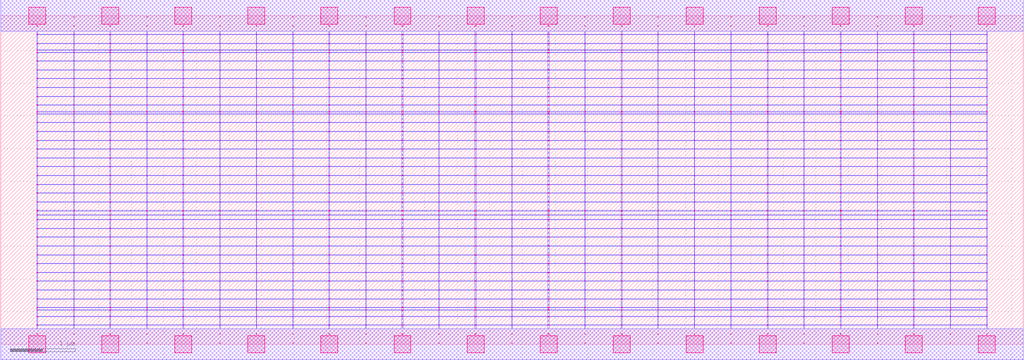
<source format=lef>
MACRO OOAAOOAOI222311_DEBUG
 CLASS CORE ;
 FOREIGN OOAAOOAOI222311_DEBUG 0 0 ;
 SIZE 15.68 BY 5.04 ;
 ORIGIN 0 0 ;
 SYMMETRY X Y R90 ;
 SITE unit ;

 OBS
    LAYER polycont ;
     RECT 7.83600000 2.58300000 7.84400000 2.59100000 ;
     RECT 7.83600000 2.71800000 7.84400000 2.72600000 ;
     RECT 7.83600000 2.85300000 7.84400000 2.86100000 ;
     RECT 7.83600000 2.98800000 7.84400000 2.99600000 ;
     RECT 10.07600000 2.58300000 10.08400000 2.59100000 ;
     RECT 10.63100000 2.58300000 10.64400000 2.59100000 ;
     RECT 11.19600000 2.58300000 11.20400000 2.59100000 ;
     RECT 11.75100000 2.58300000 11.76900000 2.59100000 ;
     RECT 12.31600000 2.58300000 12.32400000 2.59100000 ;
     RECT 12.87100000 2.58300000 12.88900000 2.59100000 ;
     RECT 13.43600000 2.58300000 13.44400000 2.59100000 ;
     RECT 13.99100000 2.58300000 14.00900000 2.59100000 ;
     RECT 14.55600000 2.58300000 14.56400000 2.59100000 ;
     RECT 15.11600000 2.58300000 15.12900000 2.59100000 ;
     RECT 8.39100000 2.58300000 8.40900000 2.59100000 ;
     RECT 8.39100000 2.71800000 8.40900000 2.72600000 ;
     RECT 8.95600000 2.71800000 8.96400000 2.72600000 ;
     RECT 9.51600000 2.71800000 9.52900000 2.72600000 ;
     RECT 10.07600000 2.71800000 10.08400000 2.72600000 ;
     RECT 10.63100000 2.71800000 10.64400000 2.72600000 ;
     RECT 11.19600000 2.71800000 11.20400000 2.72600000 ;
     RECT 11.75100000 2.71800000 11.76900000 2.72600000 ;
     RECT 12.31600000 2.71800000 12.32400000 2.72600000 ;
     RECT 12.87100000 2.71800000 12.88900000 2.72600000 ;
     RECT 13.43600000 2.71800000 13.44400000 2.72600000 ;
     RECT 13.99100000 2.71800000 14.00900000 2.72600000 ;
     RECT 14.55600000 2.71800000 14.56400000 2.72600000 ;
     RECT 15.11600000 2.71800000 15.12900000 2.72600000 ;
     RECT 8.95600000 2.58300000 8.96400000 2.59100000 ;
     RECT 8.39100000 2.85300000 8.40900000 2.86100000 ;
     RECT 8.95600000 2.85300000 8.96400000 2.86100000 ;
     RECT 9.51600000 2.85300000 9.52900000 2.86100000 ;
     RECT 10.07600000 2.85300000 10.08400000 2.86100000 ;
     RECT 10.63100000 2.85300000 10.64400000 2.86100000 ;
     RECT 11.19600000 2.85300000 11.20400000 2.86100000 ;
     RECT 11.75100000 2.85300000 11.76900000 2.86100000 ;
     RECT 12.31600000 2.85300000 12.32400000 2.86100000 ;
     RECT 12.87100000 2.85300000 12.88900000 2.86100000 ;
     RECT 13.43600000 2.85300000 13.44400000 2.86100000 ;
     RECT 13.99100000 2.85300000 14.00900000 2.86100000 ;
     RECT 14.55600000 2.85300000 14.56400000 2.86100000 ;
     RECT 15.11600000 2.85300000 15.12900000 2.86100000 ;
     RECT 9.51600000 2.58300000 9.52900000 2.59100000 ;
     RECT 8.39100000 2.98800000 8.40900000 2.99600000 ;
     RECT 8.95600000 2.98800000 8.96400000 2.99600000 ;
     RECT 9.51600000 2.98800000 9.52900000 2.99600000 ;
     RECT 10.07600000 2.98800000 10.08400000 2.99600000 ;
     RECT 10.63100000 2.98800000 10.64400000 2.99600000 ;
     RECT 11.19600000 2.98800000 11.20400000 2.99600000 ;
     RECT 11.75100000 2.98800000 11.76900000 2.99600000 ;
     RECT 12.31600000 2.98800000 12.32400000 2.99600000 ;
     RECT 12.87100000 2.98800000 12.88900000 2.99600000 ;
     RECT 13.43600000 2.98800000 13.44400000 2.99600000 ;
     RECT 13.99100000 2.98800000 14.00900000 2.99600000 ;
     RECT 14.55600000 2.98800000 14.56400000 2.99600000 ;
     RECT 15.11600000 2.98800000 15.12900000 2.99600000 ;
     RECT 10.07600000 3.12300000 10.08400000 3.13100000 ;
     RECT 10.07600000 3.25800000 10.08400000 3.26600000 ;
     RECT 10.07600000 3.39300000 10.08400000 3.40100000 ;
     RECT 10.07600000 3.52800000 10.08400000 3.53600000 ;
     RECT 10.07600000 3.56100000 10.08400000 3.56900000 ;
     RECT 10.07600000 3.66300000 10.08400000 3.67100000 ;
     RECT 10.07600000 3.79800000 10.08400000 3.80600000 ;
     RECT 10.07600000 3.93300000 10.08400000 3.94100000 ;
     RECT 10.07600000 4.06800000 10.08400000 4.07600000 ;
     RECT 10.07600000 4.20300000 10.08400000 4.21100000 ;
     RECT 10.07600000 4.33800000 10.08400000 4.34600000 ;
     RECT 10.07600000 4.47300000 10.08400000 4.48100000 ;
     RECT 10.07600000 4.51100000 10.08400000 4.51900000 ;
     RECT 10.07600000 4.60800000 10.08400000 4.61600000 ;
     RECT 10.07600000 4.74300000 10.08400000 4.75100000 ;
     RECT 10.07600000 4.87800000 10.08400000 4.88600000 ;
     RECT 3.91600000 2.71800000 3.92900000 2.72600000 ;
     RECT 4.47600000 2.71800000 4.48400000 2.72600000 ;
     RECT 5.03100000 2.71800000 5.04400000 2.72600000 ;
     RECT 5.59600000 2.71800000 5.60400000 2.72600000 ;
     RECT 6.15100000 2.71800000 6.16900000 2.72600000 ;
     RECT 6.71600000 2.71800000 6.72400000 2.72600000 ;
     RECT 7.27100000 2.71800000 7.28900000 2.72600000 ;
     RECT 1.11600000 2.58300000 1.12400000 2.59100000 ;
     RECT 1.67100000 2.58300000 1.68900000 2.59100000 ;
     RECT 0.55100000 2.98800000 0.56400000 2.99600000 ;
     RECT 1.11600000 2.98800000 1.12400000 2.99600000 ;
     RECT 1.67100000 2.98800000 1.68900000 2.99600000 ;
     RECT 2.23600000 2.98800000 2.24400000 2.99600000 ;
     RECT 2.79100000 2.98800000 2.80900000 2.99600000 ;
     RECT 3.35600000 2.98800000 3.36400000 2.99600000 ;
     RECT 3.91600000 2.98800000 3.92900000 2.99600000 ;
     RECT 4.47600000 2.98800000 4.48400000 2.99600000 ;
     RECT 5.03100000 2.98800000 5.04400000 2.99600000 ;
     RECT 5.59600000 2.98800000 5.60400000 2.99600000 ;
     RECT 6.15100000 2.98800000 6.16900000 2.99600000 ;
     RECT 6.71600000 2.98800000 6.72400000 2.99600000 ;
     RECT 7.27100000 2.98800000 7.28900000 2.99600000 ;
     RECT 2.23600000 2.58300000 2.24400000 2.59100000 ;
     RECT 2.79100000 2.58300000 2.80900000 2.59100000 ;
     RECT 3.35600000 2.58300000 3.36400000 2.59100000 ;
     RECT 3.91600000 2.58300000 3.92900000 2.59100000 ;
     RECT 4.47600000 2.58300000 4.48400000 2.59100000 ;
     RECT 5.03100000 2.58300000 5.04400000 2.59100000 ;
     RECT 5.59600000 2.58300000 5.60400000 2.59100000 ;
     RECT 6.15100000 2.58300000 6.16900000 2.59100000 ;
     RECT 6.71600000 2.58300000 6.72400000 2.59100000 ;
     RECT 7.27100000 2.58300000 7.28900000 2.59100000 ;
     RECT 0.55100000 2.58300000 0.56400000 2.59100000 ;
     RECT 0.55100000 2.71800000 0.56400000 2.72600000 ;
     RECT 0.55100000 2.85300000 0.56400000 2.86100000 ;
     RECT 1.11600000 2.85300000 1.12400000 2.86100000 ;
     RECT 4.47600000 3.12300000 4.48400000 3.13100000 ;
     RECT 1.67100000 2.85300000 1.68900000 2.86100000 ;
     RECT 4.47600000 3.25800000 4.48400000 3.26600000 ;
     RECT 2.23600000 2.85300000 2.24400000 2.86100000 ;
     RECT 4.47600000 3.39300000 4.48400000 3.40100000 ;
     RECT 2.79100000 2.85300000 2.80900000 2.86100000 ;
     RECT 4.47600000 3.52800000 4.48400000 3.53600000 ;
     RECT 3.35600000 2.85300000 3.36400000 2.86100000 ;
     RECT 4.47600000 3.56100000 4.48400000 3.56900000 ;
     RECT 3.91600000 2.85300000 3.92900000 2.86100000 ;
     RECT 4.47600000 3.66300000 4.48400000 3.67100000 ;
     RECT 4.47600000 2.85300000 4.48400000 2.86100000 ;
     RECT 4.47600000 3.79800000 4.48400000 3.80600000 ;
     RECT 5.03100000 2.85300000 5.04400000 2.86100000 ;
     RECT 4.47600000 3.93300000 4.48400000 3.94100000 ;
     RECT 5.59600000 2.85300000 5.60400000 2.86100000 ;
     RECT 4.47600000 4.06800000 4.48400000 4.07600000 ;
     RECT 6.15100000 2.85300000 6.16900000 2.86100000 ;
     RECT 4.47600000 4.20300000 4.48400000 4.21100000 ;
     RECT 6.71600000 2.85300000 6.72400000 2.86100000 ;
     RECT 4.47600000 4.33800000 4.48400000 4.34600000 ;
     RECT 7.27100000 2.85300000 7.28900000 2.86100000 ;
     RECT 4.47600000 4.47300000 4.48400000 4.48100000 ;
     RECT 1.11600000 2.71800000 1.12400000 2.72600000 ;
     RECT 4.47600000 4.51100000 4.48400000 4.51900000 ;
     RECT 1.67100000 2.71800000 1.68900000 2.72600000 ;
     RECT 4.47600000 4.60800000 4.48400000 4.61600000 ;
     RECT 2.23600000 2.71800000 2.24400000 2.72600000 ;
     RECT 4.47600000 4.74300000 4.48400000 4.75100000 ;
     RECT 2.79100000 2.71800000 2.80900000 2.72600000 ;
     RECT 4.47600000 4.87800000 4.48400000 4.88600000 ;
     RECT 3.35600000 2.71800000 3.36400000 2.72600000 ;
     RECT 2.23600000 0.15300000 2.24400000 0.16100000 ;
     RECT 2.23600000 0.28800000 2.24400000 0.29600000 ;
     RECT 2.23600000 0.42300000 2.24400000 0.43100000 ;
     RECT 2.23600000 0.52100000 2.24400000 0.52900000 ;
     RECT 2.23600000 0.55800000 2.24400000 0.56600000 ;
     RECT 2.23600000 0.69300000 2.24400000 0.70100000 ;
     RECT 2.23600000 0.82800000 2.24400000 0.83600000 ;
     RECT 2.23600000 0.96300000 2.24400000 0.97100000 ;
     RECT 2.23600000 1.09800000 2.24400000 1.10600000 ;
     RECT 2.23600000 1.23300000 2.24400000 1.24100000 ;
     RECT 2.23600000 1.36800000 2.24400000 1.37600000 ;
     RECT 2.23600000 1.50300000 2.24400000 1.51100000 ;
     RECT 2.23600000 1.63800000 2.24400000 1.64600000 ;
     RECT 2.23600000 1.77300000 2.24400000 1.78100000 ;
     RECT 2.23600000 1.90800000 2.24400000 1.91600000 ;
     RECT 2.23600000 1.98100000 2.24400000 1.98900000 ;
     RECT 2.23600000 2.04300000 2.24400000 2.05100000 ;
     RECT 2.23600000 2.17800000 2.24400000 2.18600000 ;
     RECT 2.23600000 2.31300000 2.24400000 2.32100000 ;
     RECT 2.23600000 2.44800000 2.24400000 2.45600000 ;
     RECT 14.55600000 1.77300000 14.56400000 1.78100000 ;
     RECT 15.11600000 1.77300000 15.12900000 1.78100000 ;
     RECT 15.11600000 0.55800000 15.12900000 0.56600000 ;
     RECT 14.55600000 1.90800000 14.56400000 1.91600000 ;
     RECT 15.11600000 1.90800000 15.12900000 1.91600000 ;
     RECT 15.11600000 0.28800000 15.12900000 0.29600000 ;
     RECT 14.55600000 1.98100000 14.56400000 1.98900000 ;
     RECT 15.11600000 1.98100000 15.12900000 1.98900000 ;
     RECT 14.55600000 0.69300000 14.56400000 0.70100000 ;
     RECT 14.55600000 2.04300000 14.56400000 2.05100000 ;
     RECT 15.11600000 2.04300000 15.12900000 2.05100000 ;
     RECT 15.11600000 0.69300000 15.12900000 0.70100000 ;
     RECT 14.55600000 2.17800000 14.56400000 2.18600000 ;
     RECT 15.11600000 2.17800000 15.12900000 2.18600000 ;
     RECT 15.11600000 0.15300000 15.12900000 0.16100000 ;
     RECT 14.55600000 2.31300000 14.56400000 2.32100000 ;
     RECT 15.11600000 2.31300000 15.12900000 2.32100000 ;
     RECT 14.55600000 0.82800000 14.56400000 0.83600000 ;
     RECT 14.55600000 2.44800000 14.56400000 2.45600000 ;
     RECT 15.11600000 2.44800000 15.12900000 2.45600000 ;
     RECT 15.11600000 0.82800000 15.12900000 0.83600000 ;
     RECT 14.55600000 0.42300000 14.56400000 0.43100000 ;
     RECT 14.55600000 0.96300000 14.56400000 0.97100000 ;
     RECT 15.11600000 0.96300000 15.12900000 0.97100000 ;
     RECT 15.11600000 0.42300000 15.12900000 0.43100000 ;
     RECT 14.55600000 1.09800000 14.56400000 1.10600000 ;
     RECT 15.11600000 1.09800000 15.12900000 1.10600000 ;
     RECT 14.55600000 0.15300000 14.56400000 0.16100000 ;
     RECT 14.55600000 1.23300000 14.56400000 1.24100000 ;
     RECT 15.11600000 1.23300000 15.12900000 1.24100000 ;
     RECT 14.55600000 0.52100000 14.56400000 0.52900000 ;
     RECT 14.55600000 1.36800000 14.56400000 1.37600000 ;
     RECT 15.11600000 1.36800000 15.12900000 1.37600000 ;
     RECT 15.11600000 0.52100000 15.12900000 0.52900000 ;
     RECT 14.55600000 1.50300000 14.56400000 1.51100000 ;
     RECT 15.11600000 1.50300000 15.12900000 1.51100000 ;
     RECT 14.55600000 0.28800000 14.56400000 0.29600000 ;
     RECT 14.55600000 1.63800000 14.56400000 1.64600000 ;
     RECT 15.11600000 1.63800000 15.12900000 1.64600000 ;
     RECT 14.55600000 0.55800000 14.56400000 0.56600000 ;

    LAYER pdiffc ;
     RECT 0.55100000 3.39300000 0.55900000 3.40100000 ;
     RECT 3.92100000 3.39300000 3.92900000 3.40100000 ;
     RECT 5.03100000 3.39300000 5.03900000 3.40100000 ;
     RECT 9.52100000 3.39300000 9.52900000 3.40100000 ;
     RECT 10.63100000 3.39300000 10.63900000 3.40100000 ;
     RECT 15.12100000 3.39300000 15.12900000 3.40100000 ;
     RECT 0.55100000 3.52800000 0.55900000 3.53600000 ;
     RECT 3.92100000 3.52800000 3.92900000 3.53600000 ;
     RECT 5.03100000 3.52800000 5.03900000 3.53600000 ;
     RECT 9.52100000 3.52800000 9.52900000 3.53600000 ;
     RECT 10.63100000 3.52800000 10.63900000 3.53600000 ;
     RECT 15.12100000 3.52800000 15.12900000 3.53600000 ;
     RECT 0.55100000 3.56100000 0.55900000 3.56900000 ;
     RECT 3.92100000 3.56100000 3.92900000 3.56900000 ;
     RECT 5.03100000 3.56100000 5.03900000 3.56900000 ;
     RECT 9.52100000 3.56100000 9.52900000 3.56900000 ;
     RECT 10.63100000 3.56100000 10.63900000 3.56900000 ;
     RECT 15.12100000 3.56100000 15.12900000 3.56900000 ;
     RECT 0.55100000 3.66300000 0.55900000 3.67100000 ;
     RECT 3.92100000 3.66300000 3.92900000 3.67100000 ;
     RECT 5.03100000 3.66300000 5.03900000 3.67100000 ;
     RECT 9.52100000 3.66300000 9.52900000 3.67100000 ;
     RECT 10.63100000 3.66300000 10.63900000 3.67100000 ;
     RECT 15.12100000 3.66300000 15.12900000 3.67100000 ;
     RECT 0.55100000 3.79800000 0.55900000 3.80600000 ;
     RECT 3.92100000 3.79800000 3.92900000 3.80600000 ;
     RECT 5.03100000 3.79800000 5.03900000 3.80600000 ;
     RECT 9.52100000 3.79800000 9.52900000 3.80600000 ;
     RECT 10.63100000 3.79800000 10.63900000 3.80600000 ;
     RECT 15.12100000 3.79800000 15.12900000 3.80600000 ;
     RECT 0.55100000 3.93300000 0.55900000 3.94100000 ;
     RECT 3.92100000 3.93300000 3.92900000 3.94100000 ;
     RECT 5.03100000 3.93300000 5.03900000 3.94100000 ;
     RECT 9.52100000 3.93300000 9.52900000 3.94100000 ;
     RECT 10.63100000 3.93300000 10.63900000 3.94100000 ;
     RECT 15.12100000 3.93300000 15.12900000 3.94100000 ;
     RECT 0.55100000 4.06800000 0.55900000 4.07600000 ;
     RECT 3.92100000 4.06800000 3.92900000 4.07600000 ;
     RECT 5.03100000 4.06800000 5.03900000 4.07600000 ;
     RECT 9.52100000 4.06800000 9.52900000 4.07600000 ;
     RECT 10.63100000 4.06800000 10.63900000 4.07600000 ;
     RECT 15.12100000 4.06800000 15.12900000 4.07600000 ;
     RECT 0.55100000 4.20300000 0.55900000 4.21100000 ;
     RECT 3.92100000 4.20300000 3.92900000 4.21100000 ;
     RECT 5.03100000 4.20300000 5.03900000 4.21100000 ;
     RECT 9.52100000 4.20300000 9.52900000 4.21100000 ;
     RECT 10.63100000 4.20300000 10.63900000 4.21100000 ;
     RECT 15.12100000 4.20300000 15.12900000 4.21100000 ;
     RECT 0.55100000 4.33800000 0.55900000 4.34600000 ;
     RECT 3.92100000 4.33800000 3.92900000 4.34600000 ;
     RECT 5.03100000 4.33800000 5.03900000 4.34600000 ;
     RECT 9.52100000 4.33800000 9.52900000 4.34600000 ;
     RECT 10.63100000 4.33800000 10.63900000 4.34600000 ;
     RECT 15.12100000 4.33800000 15.12900000 4.34600000 ;
     RECT 0.55100000 4.47300000 0.55900000 4.48100000 ;
     RECT 3.92100000 4.47300000 3.92900000 4.48100000 ;
     RECT 5.03100000 4.47300000 5.03900000 4.48100000 ;
     RECT 9.52100000 4.47300000 9.52900000 4.48100000 ;
     RECT 10.63100000 4.47300000 10.63900000 4.48100000 ;
     RECT 15.12100000 4.47300000 15.12900000 4.48100000 ;
     RECT 0.55100000 4.51100000 0.55900000 4.51900000 ;
     RECT 3.92100000 4.51100000 3.92900000 4.51900000 ;
     RECT 5.03100000 4.51100000 5.03900000 4.51900000 ;
     RECT 9.52100000 4.51100000 9.52900000 4.51900000 ;
     RECT 10.63100000 4.51100000 10.63900000 4.51900000 ;
     RECT 15.12100000 4.51100000 15.12900000 4.51900000 ;
     RECT 0.55100000 4.60800000 0.55900000 4.61600000 ;
     RECT 3.92100000 4.60800000 3.92900000 4.61600000 ;
     RECT 5.03100000 4.60800000 5.03900000 4.61600000 ;
     RECT 9.52100000 4.60800000 9.52900000 4.61600000 ;
     RECT 10.63100000 4.60800000 10.63900000 4.61600000 ;
     RECT 15.12100000 4.60800000 15.12900000 4.61600000 ;

    LAYER ndiffc ;
     RECT 7.27100000 0.42300000 7.28900000 0.43100000 ;
     RECT 7.27100000 0.52100000 7.28900000 0.52900000 ;
     RECT 7.27100000 0.55800000 7.28900000 0.56600000 ;
     RECT 7.27100000 0.69300000 7.28900000 0.70100000 ;
     RECT 7.27100000 0.82800000 7.28900000 0.83600000 ;
     RECT 7.27100000 0.96300000 7.28900000 0.97100000 ;
     RECT 7.27100000 1.09800000 7.28900000 1.10600000 ;
     RECT 7.27100000 1.23300000 7.28900000 1.24100000 ;
     RECT 7.27100000 1.36800000 7.28900000 1.37600000 ;
     RECT 7.27100000 1.50300000 7.28900000 1.51100000 ;
     RECT 7.27100000 1.63800000 7.28900000 1.64600000 ;
     RECT 7.27100000 1.77300000 7.28900000 1.78100000 ;
     RECT 7.27100000 1.90800000 7.28900000 1.91600000 ;
     RECT 7.27100000 1.98100000 7.28900000 1.98900000 ;
     RECT 7.27100000 2.04300000 7.28900000 2.05100000 ;
     RECT 8.39100000 0.55800000 8.40900000 0.56600000 ;
     RECT 9.51600000 0.55800000 9.52900000 0.56600000 ;
     RECT 10.63100000 0.55800000 10.64400000 0.56600000 ;
     RECT 11.75100000 0.55800000 11.76900000 0.56600000 ;
     RECT 12.87100000 0.55800000 12.88900000 0.56600000 ;
     RECT 13.99100000 0.55800000 14.00900000 0.56600000 ;
     RECT 10.63100000 0.42300000 10.64400000 0.43100000 ;
     RECT 8.39100000 0.69300000 8.40900000 0.70100000 ;
     RECT 9.51600000 0.69300000 9.52900000 0.70100000 ;
     RECT 10.63100000 0.69300000 10.64400000 0.70100000 ;
     RECT 11.75100000 0.69300000 11.76900000 0.70100000 ;
     RECT 12.87100000 0.69300000 12.88900000 0.70100000 ;
     RECT 13.99100000 0.69300000 14.00900000 0.70100000 ;
     RECT 11.75100000 0.42300000 11.76900000 0.43100000 ;
     RECT 8.39100000 0.82800000 8.40900000 0.83600000 ;
     RECT 9.51600000 0.82800000 9.52900000 0.83600000 ;
     RECT 10.63100000 0.82800000 10.64400000 0.83600000 ;
     RECT 11.75100000 0.82800000 11.76900000 0.83600000 ;
     RECT 12.87100000 0.82800000 12.88900000 0.83600000 ;
     RECT 13.99100000 0.82800000 14.00900000 0.83600000 ;
     RECT 12.87100000 0.42300000 12.88900000 0.43100000 ;
     RECT 8.39100000 0.96300000 8.40900000 0.97100000 ;
     RECT 9.51600000 0.96300000 9.52900000 0.97100000 ;
     RECT 10.63100000 0.96300000 10.64400000 0.97100000 ;
     RECT 11.75100000 0.96300000 11.76900000 0.97100000 ;
     RECT 12.87100000 0.96300000 12.88900000 0.97100000 ;
     RECT 13.99100000 0.96300000 14.00900000 0.97100000 ;
     RECT 13.99100000 0.42300000 14.00900000 0.43100000 ;
     RECT 8.39100000 1.09800000 8.40900000 1.10600000 ;
     RECT 9.51600000 1.09800000 9.52900000 1.10600000 ;
     RECT 10.63100000 1.09800000 10.64400000 1.10600000 ;
     RECT 11.75100000 1.09800000 11.76900000 1.10600000 ;
     RECT 12.87100000 1.09800000 12.88900000 1.10600000 ;
     RECT 13.99100000 1.09800000 14.00900000 1.10600000 ;
     RECT 8.39100000 0.42300000 8.40900000 0.43100000 ;
     RECT 8.39100000 1.23300000 8.40900000 1.24100000 ;
     RECT 9.51600000 1.23300000 9.52900000 1.24100000 ;
     RECT 10.63100000 1.23300000 10.64400000 1.24100000 ;
     RECT 11.75100000 1.23300000 11.76900000 1.24100000 ;
     RECT 12.87100000 1.23300000 12.88900000 1.24100000 ;
     RECT 13.99100000 1.23300000 14.00900000 1.24100000 ;
     RECT 8.39100000 0.52100000 8.40900000 0.52900000 ;
     RECT 8.39100000 1.36800000 8.40900000 1.37600000 ;
     RECT 9.51600000 1.36800000 9.52900000 1.37600000 ;
     RECT 10.63100000 1.36800000 10.64400000 1.37600000 ;
     RECT 11.75100000 1.36800000 11.76900000 1.37600000 ;
     RECT 12.87100000 1.36800000 12.88900000 1.37600000 ;
     RECT 13.99100000 1.36800000 14.00900000 1.37600000 ;
     RECT 9.51600000 0.52100000 9.52900000 0.52900000 ;
     RECT 8.39100000 1.50300000 8.40900000 1.51100000 ;
     RECT 9.51600000 1.50300000 9.52900000 1.51100000 ;
     RECT 10.63100000 1.50300000 10.64400000 1.51100000 ;
     RECT 11.75100000 1.50300000 11.76900000 1.51100000 ;
     RECT 12.87100000 1.50300000 12.88900000 1.51100000 ;
     RECT 13.99100000 1.50300000 14.00900000 1.51100000 ;
     RECT 10.63100000 0.52100000 10.64400000 0.52900000 ;
     RECT 8.39100000 1.63800000 8.40900000 1.64600000 ;
     RECT 9.51600000 1.63800000 9.52900000 1.64600000 ;
     RECT 10.63100000 1.63800000 10.64400000 1.64600000 ;
     RECT 11.75100000 1.63800000 11.76900000 1.64600000 ;
     RECT 12.87100000 1.63800000 12.88900000 1.64600000 ;
     RECT 13.99100000 1.63800000 14.00900000 1.64600000 ;
     RECT 11.75100000 0.52100000 11.76900000 0.52900000 ;
     RECT 8.39100000 1.77300000 8.40900000 1.78100000 ;
     RECT 9.51600000 1.77300000 9.52900000 1.78100000 ;
     RECT 10.63100000 1.77300000 10.64400000 1.78100000 ;
     RECT 11.75100000 1.77300000 11.76900000 1.78100000 ;
     RECT 12.87100000 1.77300000 12.88900000 1.78100000 ;
     RECT 13.99100000 1.77300000 14.00900000 1.78100000 ;
     RECT 12.87100000 0.52100000 12.88900000 0.52900000 ;
     RECT 8.39100000 1.90800000 8.40900000 1.91600000 ;
     RECT 9.51600000 1.90800000 9.52900000 1.91600000 ;
     RECT 10.63100000 1.90800000 10.64400000 1.91600000 ;
     RECT 11.75100000 1.90800000 11.76900000 1.91600000 ;
     RECT 12.87100000 1.90800000 12.88900000 1.91600000 ;
     RECT 13.99100000 1.90800000 14.00900000 1.91600000 ;
     RECT 13.99100000 0.52100000 14.00900000 0.52900000 ;
     RECT 8.39100000 1.98100000 8.40900000 1.98900000 ;
     RECT 9.51600000 1.98100000 9.52900000 1.98900000 ;
     RECT 10.63100000 1.98100000 10.64400000 1.98900000 ;
     RECT 11.75100000 1.98100000 11.76900000 1.98900000 ;
     RECT 12.87100000 1.98100000 12.88900000 1.98900000 ;
     RECT 13.99100000 1.98100000 14.00900000 1.98900000 ;
     RECT 9.51600000 0.42300000 9.52900000 0.43100000 ;
     RECT 8.39100000 2.04300000 8.40900000 2.05100000 ;
     RECT 9.51600000 2.04300000 9.52900000 2.05100000 ;
     RECT 10.63100000 2.04300000 10.64400000 2.05100000 ;
     RECT 11.75100000 2.04300000 11.76900000 2.05100000 ;
     RECT 12.87100000 2.04300000 12.88900000 2.05100000 ;
     RECT 13.99100000 2.04300000 14.00900000 2.05100000 ;
     RECT 1.67100000 1.36800000 1.68900000 1.37600000 ;
     RECT 2.79100000 1.36800000 2.80900000 1.37600000 ;
     RECT 3.91600000 1.36800000 3.92900000 1.37600000 ;
     RECT 5.03100000 1.36800000 5.04400000 1.37600000 ;
     RECT 6.15100000 1.36800000 6.16900000 1.37600000 ;
     RECT 5.03100000 0.82800000 5.04400000 0.83600000 ;
     RECT 6.15100000 0.82800000 6.16900000 0.83600000 ;
     RECT 2.79100000 0.55800000 2.80900000 0.56600000 ;
     RECT 3.91600000 0.55800000 3.92900000 0.56600000 ;
     RECT 5.03100000 0.55800000 5.04400000 0.56600000 ;
     RECT 6.15100000 0.55800000 6.16900000 0.56600000 ;
     RECT 1.67100000 0.52100000 1.68900000 0.52900000 ;
     RECT 0.55100000 1.50300000 0.56400000 1.51100000 ;
     RECT 1.67100000 1.50300000 1.68900000 1.51100000 ;
     RECT 2.79100000 1.50300000 2.80900000 1.51100000 ;
     RECT 3.91600000 1.50300000 3.92900000 1.51100000 ;
     RECT 5.03100000 1.50300000 5.04400000 1.51100000 ;
     RECT 6.15100000 1.50300000 6.16900000 1.51100000 ;
     RECT 2.79100000 0.52100000 2.80900000 0.52900000 ;
     RECT 3.91600000 0.52100000 3.92900000 0.52900000 ;
     RECT 0.55100000 0.96300000 0.56400000 0.97100000 ;
     RECT 1.67100000 0.96300000 1.68900000 0.97100000 ;
     RECT 2.79100000 0.96300000 2.80900000 0.97100000 ;
     RECT 3.91600000 0.96300000 3.92900000 0.97100000 ;
     RECT 5.03100000 0.96300000 5.04400000 0.97100000 ;
     RECT 0.55100000 1.63800000 0.56400000 1.64600000 ;
     RECT 1.67100000 1.63800000 1.68900000 1.64600000 ;
     RECT 2.79100000 1.63800000 2.80900000 1.64600000 ;
     RECT 3.91600000 1.63800000 3.92900000 1.64600000 ;
     RECT 5.03100000 1.63800000 5.04400000 1.64600000 ;
     RECT 6.15100000 1.63800000 6.16900000 1.64600000 ;
     RECT 6.15100000 0.96300000 6.16900000 0.97100000 ;
     RECT 5.03100000 0.52100000 5.04400000 0.52900000 ;
     RECT 6.15100000 0.52100000 6.16900000 0.52900000 ;
     RECT 1.67100000 0.42300000 1.68900000 0.43100000 ;
     RECT 2.79100000 0.42300000 2.80900000 0.43100000 ;
     RECT 0.55100000 0.69300000 0.56400000 0.70100000 ;
     RECT 1.67100000 0.69300000 1.68900000 0.70100000 ;
     RECT 0.55100000 1.77300000 0.56400000 1.78100000 ;
     RECT 1.67100000 1.77300000 1.68900000 1.78100000 ;
     RECT 2.79100000 1.77300000 2.80900000 1.78100000 ;
     RECT 3.91600000 1.77300000 3.92900000 1.78100000 ;
     RECT 5.03100000 1.77300000 5.04400000 1.78100000 ;
     RECT 6.15100000 1.77300000 6.16900000 1.78100000 ;
     RECT 2.79100000 0.69300000 2.80900000 0.70100000 ;
     RECT 0.55100000 1.09800000 0.56400000 1.10600000 ;
     RECT 1.67100000 1.09800000 1.68900000 1.10600000 ;
     RECT 2.79100000 1.09800000 2.80900000 1.10600000 ;
     RECT 3.91600000 1.09800000 3.92900000 1.10600000 ;
     RECT 5.03100000 1.09800000 5.04400000 1.10600000 ;
     RECT 6.15100000 1.09800000 6.16900000 1.10600000 ;
     RECT 0.55100000 1.90800000 0.56400000 1.91600000 ;
     RECT 1.67100000 1.90800000 1.68900000 1.91600000 ;
     RECT 2.79100000 1.90800000 2.80900000 1.91600000 ;
     RECT 3.91600000 1.90800000 3.92900000 1.91600000 ;
     RECT 5.03100000 1.90800000 5.04400000 1.91600000 ;
     RECT 6.15100000 1.90800000 6.16900000 1.91600000 ;
     RECT 3.91600000 0.69300000 3.92900000 0.70100000 ;
     RECT 5.03100000 0.69300000 5.04400000 0.70100000 ;
     RECT 6.15100000 0.69300000 6.16900000 0.70100000 ;
     RECT 3.91600000 0.42300000 3.92900000 0.43100000 ;
     RECT 5.03100000 0.42300000 5.04400000 0.43100000 ;
     RECT 6.15100000 0.42300000 6.16900000 0.43100000 ;
     RECT 0.55100000 0.42300000 0.56400000 0.43100000 ;
     RECT 0.55100000 1.98100000 0.56400000 1.98900000 ;
     RECT 1.67100000 1.98100000 1.68900000 1.98900000 ;
     RECT 2.79100000 1.98100000 2.80900000 1.98900000 ;
     RECT 3.91600000 1.98100000 3.92900000 1.98900000 ;
     RECT 5.03100000 1.98100000 5.04400000 1.98900000 ;
     RECT 6.15100000 1.98100000 6.16900000 1.98900000 ;
     RECT 0.55100000 1.23300000 0.56400000 1.24100000 ;
     RECT 1.67100000 1.23300000 1.68900000 1.24100000 ;
     RECT 2.79100000 1.23300000 2.80900000 1.24100000 ;
     RECT 3.91600000 1.23300000 3.92900000 1.24100000 ;
     RECT 5.03100000 1.23300000 5.04400000 1.24100000 ;
     RECT 6.15100000 1.23300000 6.16900000 1.24100000 ;
     RECT 0.55100000 0.52100000 0.56400000 0.52900000 ;
     RECT 0.55100000 2.04300000 0.56400000 2.05100000 ;
     RECT 1.67100000 2.04300000 1.68900000 2.05100000 ;
     RECT 2.79100000 2.04300000 2.80900000 2.05100000 ;
     RECT 3.91600000 2.04300000 3.92900000 2.05100000 ;
     RECT 5.03100000 2.04300000 5.04400000 2.05100000 ;
     RECT 6.15100000 2.04300000 6.16900000 2.05100000 ;
     RECT 0.55100000 0.55800000 0.56400000 0.56600000 ;
     RECT 1.67100000 0.55800000 1.68900000 0.56600000 ;
     RECT 0.55100000 0.82800000 0.56400000 0.83600000 ;
     RECT 1.67100000 0.82800000 1.68900000 0.83600000 ;
     RECT 2.79100000 0.82800000 2.80900000 0.83600000 ;
     RECT 3.91600000 0.82800000 3.92900000 0.83600000 ;
     RECT 0.55100000 1.36800000 0.56400000 1.37600000 ;

    LAYER met1 ;
     RECT 0.00000000 -0.24000000 15.68000000 0.24000000 ;
     RECT 7.83600000 0.24000000 7.84400000 0.28800000 ;
     RECT 0.55100000 0.28800000 15.12900000 0.29600000 ;
     RECT 7.83600000 0.29600000 7.84400000 0.42300000 ;
     RECT 0.55100000 0.42300000 15.12900000 0.43100000 ;
     RECT 7.83600000 0.43100000 7.84400000 0.52100000 ;
     RECT 0.55100000 0.52100000 15.12900000 0.52900000 ;
     RECT 7.83600000 0.52900000 7.84400000 0.55800000 ;
     RECT 0.55100000 0.55800000 15.12900000 0.56600000 ;
     RECT 7.83600000 0.56600000 7.84400000 0.69300000 ;
     RECT 0.55100000 0.69300000 15.12900000 0.70100000 ;
     RECT 7.83600000 0.70100000 7.84400000 0.82800000 ;
     RECT 0.55100000 0.82800000 15.12900000 0.83600000 ;
     RECT 7.83600000 0.83600000 7.84400000 0.96300000 ;
     RECT 0.55100000 0.96300000 15.12900000 0.97100000 ;
     RECT 7.83600000 0.97100000 7.84400000 1.09800000 ;
     RECT 0.55100000 1.09800000 15.12900000 1.10600000 ;
     RECT 7.83600000 1.10600000 7.84400000 1.23300000 ;
     RECT 0.55100000 1.23300000 15.12900000 1.24100000 ;
     RECT 7.83600000 1.24100000 7.84400000 1.36800000 ;
     RECT 0.55100000 1.36800000 15.12900000 1.37600000 ;
     RECT 7.83600000 1.37600000 7.84400000 1.50300000 ;
     RECT 0.55100000 1.50300000 15.12900000 1.51100000 ;
     RECT 7.83600000 1.51100000 7.84400000 1.63800000 ;
     RECT 0.55100000 1.63800000 15.12900000 1.64600000 ;
     RECT 7.83600000 1.64600000 7.84400000 1.77300000 ;
     RECT 0.55100000 1.77300000 15.12900000 1.78100000 ;
     RECT 7.83600000 1.78100000 7.84400000 1.90800000 ;
     RECT 0.55100000 1.90800000 15.12900000 1.91600000 ;
     RECT 7.83600000 1.91600000 7.84400000 1.98100000 ;
     RECT 0.55100000 1.98100000 15.12900000 1.98900000 ;
     RECT 7.83600000 1.98900000 7.84400000 2.04300000 ;
     RECT 0.55100000 2.04300000 15.12900000 2.05100000 ;
     RECT 7.83600000 2.05100000 7.84400000 2.17800000 ;
     RECT 0.55100000 2.17800000 15.12900000 2.18600000 ;
     RECT 7.83600000 2.18600000 7.84400000 2.31300000 ;
     RECT 0.55100000 2.31300000 15.12900000 2.32100000 ;
     RECT 7.83600000 2.32100000 7.84400000 2.44800000 ;
     RECT 0.55100000 2.44800000 15.12900000 2.45600000 ;
     RECT 0.55100000 2.45600000 0.56400000 2.58300000 ;
     RECT 1.11600000 2.45600000 1.12400000 2.58300000 ;
     RECT 1.67100000 2.45600000 1.68900000 2.58300000 ;
     RECT 2.23600000 2.45600000 2.24400000 2.58300000 ;
     RECT 2.79100000 2.45600000 2.80900000 2.58300000 ;
     RECT 3.35600000 2.45600000 3.36400000 2.58300000 ;
     RECT 3.91600000 2.45600000 3.92900000 2.58300000 ;
     RECT 4.47600000 2.45600000 4.48400000 2.58300000 ;
     RECT 5.03100000 2.45600000 5.04400000 2.58300000 ;
     RECT 5.59600000 2.45600000 5.60400000 2.58300000 ;
     RECT 6.15100000 2.45600000 6.16900000 2.58300000 ;
     RECT 6.71600000 2.45600000 6.72400000 2.58300000 ;
     RECT 7.27100000 2.45600000 7.28900000 2.58300000 ;
     RECT 7.83600000 2.45600000 7.84400000 2.58300000 ;
     RECT 8.39100000 2.45600000 8.40900000 2.58300000 ;
     RECT 8.95600000 2.45600000 8.96400000 2.58300000 ;
     RECT 9.51600000 2.45600000 9.52900000 2.58300000 ;
     RECT 10.07600000 2.45600000 10.08400000 2.58300000 ;
     RECT 10.63100000 2.45600000 10.64400000 2.58300000 ;
     RECT 11.19600000 2.45600000 11.20400000 2.58300000 ;
     RECT 11.75100000 2.45600000 11.76900000 2.58300000 ;
     RECT 12.31600000 2.45600000 12.32400000 2.58300000 ;
     RECT 12.87100000 2.45600000 12.88900000 2.58300000 ;
     RECT 13.43600000 2.45600000 13.44400000 2.58300000 ;
     RECT 13.99100000 2.45600000 14.00900000 2.58300000 ;
     RECT 14.55600000 2.45600000 14.56400000 2.58300000 ;
     RECT 15.11600000 2.45600000 15.12900000 2.58300000 ;
     RECT 0.55100000 2.58300000 15.12900000 2.59100000 ;
     RECT 7.83600000 2.59100000 7.84400000 2.71800000 ;
     RECT 0.55100000 2.71800000 15.12900000 2.72600000 ;
     RECT 7.83600000 2.72600000 7.84400000 2.85300000 ;
     RECT 0.55100000 2.85300000 15.12900000 2.86100000 ;
     RECT 7.83600000 2.86100000 7.84400000 2.98800000 ;
     RECT 0.55100000 2.98800000 15.12900000 2.99600000 ;
     RECT 7.83600000 2.99600000 7.84400000 3.12300000 ;
     RECT 0.55100000 3.12300000 15.12900000 3.13100000 ;
     RECT 7.83600000 3.13100000 7.84400000 3.25800000 ;
     RECT 0.55100000 3.25800000 15.12900000 3.26600000 ;
     RECT 7.83600000 3.26600000 7.84400000 3.39300000 ;
     RECT 0.55100000 3.39300000 15.12900000 3.40100000 ;
     RECT 7.83600000 3.40100000 7.84400000 3.52800000 ;
     RECT 0.55100000 3.52800000 15.12900000 3.53600000 ;
     RECT 7.83600000 3.53600000 7.84400000 3.56100000 ;
     RECT 0.55100000 3.56100000 15.12900000 3.56900000 ;
     RECT 7.83600000 3.56900000 7.84400000 3.66300000 ;
     RECT 0.55100000 3.66300000 15.12900000 3.67100000 ;
     RECT 7.83600000 3.67100000 7.84400000 3.79800000 ;
     RECT 0.55100000 3.79800000 15.12900000 3.80600000 ;
     RECT 7.83600000 3.80600000 7.84400000 3.93300000 ;
     RECT 0.55100000 3.93300000 15.12900000 3.94100000 ;
     RECT 7.83600000 3.94100000 7.84400000 4.06800000 ;
     RECT 0.55100000 4.06800000 15.12900000 4.07600000 ;
     RECT 7.83600000 4.07600000 7.84400000 4.20300000 ;
     RECT 0.55100000 4.20300000 15.12900000 4.21100000 ;
     RECT 7.83600000 4.21100000 7.84400000 4.33800000 ;
     RECT 0.55100000 4.33800000 15.12900000 4.34600000 ;
     RECT 7.83600000 4.34600000 7.84400000 4.47300000 ;
     RECT 0.55100000 4.47300000 15.12900000 4.48100000 ;
     RECT 7.83600000 4.48100000 7.84400000 4.51100000 ;
     RECT 0.55100000 4.51100000 15.12900000 4.51900000 ;
     RECT 7.83600000 4.51900000 7.84400000 4.60800000 ;
     RECT 0.55100000 4.60800000 15.12900000 4.61600000 ;
     RECT 7.83600000 4.61600000 7.84400000 4.74300000 ;
     RECT 0.55100000 4.74300000 15.12900000 4.75100000 ;
     RECT 7.83600000 4.75100000 7.84400000 4.80000000 ;
     RECT 0.00000000 4.80000000 15.68000000 5.28000000 ;
     RECT 11.75100000 2.99600000 11.76900000 3.12300000 ;
     RECT 11.75100000 2.59100000 11.76900000 2.71800000 ;
     RECT 11.75100000 3.13100000 11.76900000 3.25800000 ;
     RECT 11.75100000 3.26600000 11.76900000 3.39300000 ;
     RECT 11.75100000 3.40100000 11.76900000 3.52800000 ;
     RECT 11.75100000 3.53600000 11.76900000 3.56100000 ;
     RECT 11.75100000 3.56900000 11.76900000 3.66300000 ;
     RECT 11.75100000 3.67100000 11.76900000 3.79800000 ;
     RECT 8.39100000 3.80600000 8.40900000 3.93300000 ;
     RECT 8.95600000 3.80600000 8.96400000 3.93300000 ;
     RECT 9.51600000 3.80600000 9.52900000 3.93300000 ;
     RECT 10.07600000 3.80600000 10.08400000 3.93300000 ;
     RECT 10.63100000 3.80600000 10.64400000 3.93300000 ;
     RECT 11.19600000 3.80600000 11.20400000 3.93300000 ;
     RECT 11.75100000 3.80600000 11.76900000 3.93300000 ;
     RECT 12.31600000 3.80600000 12.32400000 3.93300000 ;
     RECT 12.87100000 3.80600000 12.88900000 3.93300000 ;
     RECT 13.43600000 3.80600000 13.44400000 3.93300000 ;
     RECT 13.99100000 3.80600000 14.00900000 3.93300000 ;
     RECT 14.55600000 3.80600000 14.56400000 3.93300000 ;
     RECT 15.11600000 3.80600000 15.12900000 3.93300000 ;
     RECT 11.75100000 2.72600000 11.76900000 2.85300000 ;
     RECT 11.75100000 3.94100000 11.76900000 4.06800000 ;
     RECT 11.75100000 4.07600000 11.76900000 4.20300000 ;
     RECT 11.75100000 4.21100000 11.76900000 4.33800000 ;
     RECT 11.75100000 4.34600000 11.76900000 4.47300000 ;
     RECT 11.75100000 4.48100000 11.76900000 4.51100000 ;
     RECT 11.75100000 4.51900000 11.76900000 4.60800000 ;
     RECT 11.75100000 4.61600000 11.76900000 4.74300000 ;
     RECT 11.75100000 4.75100000 11.76900000 4.80000000 ;
     RECT 11.75100000 2.86100000 11.76900000 2.98800000 ;
     RECT 12.87100000 4.07600000 12.88900000 4.20300000 ;
     RECT 13.43600000 4.07600000 13.44400000 4.20300000 ;
     RECT 13.99100000 4.07600000 14.00900000 4.20300000 ;
     RECT 14.55600000 4.07600000 14.56400000 4.20300000 ;
     RECT 15.11600000 4.07600000 15.12900000 4.20300000 ;
     RECT 12.87100000 3.94100000 12.88900000 4.06800000 ;
     RECT 12.31600000 4.21100000 12.32400000 4.33800000 ;
     RECT 12.87100000 4.21100000 12.88900000 4.33800000 ;
     RECT 13.43600000 4.21100000 13.44400000 4.33800000 ;
     RECT 13.99100000 4.21100000 14.00900000 4.33800000 ;
     RECT 14.55600000 4.21100000 14.56400000 4.33800000 ;
     RECT 15.11600000 4.21100000 15.12900000 4.33800000 ;
     RECT 13.43600000 3.94100000 13.44400000 4.06800000 ;
     RECT 12.31600000 4.34600000 12.32400000 4.47300000 ;
     RECT 12.87100000 4.34600000 12.88900000 4.47300000 ;
     RECT 13.43600000 4.34600000 13.44400000 4.47300000 ;
     RECT 13.99100000 4.34600000 14.00900000 4.47300000 ;
     RECT 14.55600000 4.34600000 14.56400000 4.47300000 ;
     RECT 15.11600000 4.34600000 15.12900000 4.47300000 ;
     RECT 13.99100000 3.94100000 14.00900000 4.06800000 ;
     RECT 12.31600000 4.48100000 12.32400000 4.51100000 ;
     RECT 12.87100000 4.48100000 12.88900000 4.51100000 ;
     RECT 13.43600000 4.48100000 13.44400000 4.51100000 ;
     RECT 13.99100000 4.48100000 14.00900000 4.51100000 ;
     RECT 14.55600000 4.48100000 14.56400000 4.51100000 ;
     RECT 15.11600000 4.48100000 15.12900000 4.51100000 ;
     RECT 14.55600000 3.94100000 14.56400000 4.06800000 ;
     RECT 12.31600000 4.51900000 12.32400000 4.60800000 ;
     RECT 12.87100000 4.51900000 12.88900000 4.60800000 ;
     RECT 13.43600000 4.51900000 13.44400000 4.60800000 ;
     RECT 13.99100000 4.51900000 14.00900000 4.60800000 ;
     RECT 14.55600000 4.51900000 14.56400000 4.60800000 ;
     RECT 15.11600000 4.51900000 15.12900000 4.60800000 ;
     RECT 15.11600000 3.94100000 15.12900000 4.06800000 ;
     RECT 12.31600000 4.61600000 12.32400000 4.74300000 ;
     RECT 12.87100000 4.61600000 12.88900000 4.74300000 ;
     RECT 13.43600000 4.61600000 13.44400000 4.74300000 ;
     RECT 13.99100000 4.61600000 14.00900000 4.74300000 ;
     RECT 14.55600000 4.61600000 14.56400000 4.74300000 ;
     RECT 15.11600000 4.61600000 15.12900000 4.74300000 ;
     RECT 12.31600000 3.94100000 12.32400000 4.06800000 ;
     RECT 12.31600000 4.75100000 12.32400000 4.80000000 ;
     RECT 12.87100000 4.75100000 12.88900000 4.80000000 ;
     RECT 13.43600000 4.75100000 13.44400000 4.80000000 ;
     RECT 13.99100000 4.75100000 14.00900000 4.80000000 ;
     RECT 14.55600000 4.75100000 14.56400000 4.80000000 ;
     RECT 15.11600000 4.75100000 15.12900000 4.80000000 ;
     RECT 12.31600000 4.07600000 12.32400000 4.20300000 ;
     RECT 11.19600000 4.48100000 11.20400000 4.51100000 ;
     RECT 9.51600000 4.21100000 9.52900000 4.33800000 ;
     RECT 10.07600000 4.21100000 10.08400000 4.33800000 ;
     RECT 10.63100000 4.21100000 10.64400000 4.33800000 ;
     RECT 11.19600000 4.21100000 11.20400000 4.33800000 ;
     RECT 8.95600000 4.07600000 8.96400000 4.20300000 ;
     RECT 9.51600000 4.07600000 9.52900000 4.20300000 ;
     RECT 10.07600000 4.07600000 10.08400000 4.20300000 ;
     RECT 8.39100000 4.51900000 8.40900000 4.60800000 ;
     RECT 8.95600000 4.51900000 8.96400000 4.60800000 ;
     RECT 9.51600000 4.51900000 9.52900000 4.60800000 ;
     RECT 10.07600000 4.51900000 10.08400000 4.60800000 ;
     RECT 10.63100000 4.51900000 10.64400000 4.60800000 ;
     RECT 11.19600000 4.51900000 11.20400000 4.60800000 ;
     RECT 10.63100000 4.07600000 10.64400000 4.20300000 ;
     RECT 11.19600000 4.07600000 11.20400000 4.20300000 ;
     RECT 8.95600000 3.94100000 8.96400000 4.06800000 ;
     RECT 9.51600000 3.94100000 9.52900000 4.06800000 ;
     RECT 8.39100000 4.34600000 8.40900000 4.47300000 ;
     RECT 8.95600000 4.34600000 8.96400000 4.47300000 ;
     RECT 9.51600000 4.34600000 9.52900000 4.47300000 ;
     RECT 8.39100000 4.61600000 8.40900000 4.74300000 ;
     RECT 8.95600000 4.61600000 8.96400000 4.74300000 ;
     RECT 9.51600000 4.61600000 9.52900000 4.74300000 ;
     RECT 10.07600000 4.61600000 10.08400000 4.74300000 ;
     RECT 10.63100000 4.61600000 10.64400000 4.74300000 ;
     RECT 11.19600000 4.61600000 11.20400000 4.74300000 ;
     RECT 10.07600000 4.34600000 10.08400000 4.47300000 ;
     RECT 10.63100000 4.34600000 10.64400000 4.47300000 ;
     RECT 11.19600000 4.34600000 11.20400000 4.47300000 ;
     RECT 10.07600000 3.94100000 10.08400000 4.06800000 ;
     RECT 10.63100000 3.94100000 10.64400000 4.06800000 ;
     RECT 11.19600000 3.94100000 11.20400000 4.06800000 ;
     RECT 8.39100000 3.94100000 8.40900000 4.06800000 ;
     RECT 8.39100000 4.75100000 8.40900000 4.80000000 ;
     RECT 8.95600000 4.75100000 8.96400000 4.80000000 ;
     RECT 9.51600000 4.75100000 9.52900000 4.80000000 ;
     RECT 10.07600000 4.75100000 10.08400000 4.80000000 ;
     RECT 10.63100000 4.75100000 10.64400000 4.80000000 ;
     RECT 11.19600000 4.75100000 11.20400000 4.80000000 ;
     RECT 8.39100000 4.07600000 8.40900000 4.20300000 ;
     RECT 8.39100000 4.21100000 8.40900000 4.33800000 ;
     RECT 8.95600000 4.21100000 8.96400000 4.33800000 ;
     RECT 8.39100000 4.48100000 8.40900000 4.51100000 ;
     RECT 8.95600000 4.48100000 8.96400000 4.51100000 ;
     RECT 9.51600000 4.48100000 9.52900000 4.51100000 ;
     RECT 10.07600000 4.48100000 10.08400000 4.51100000 ;
     RECT 10.63100000 4.48100000 10.64400000 4.51100000 ;
     RECT 10.07600000 2.59100000 10.08400000 2.71800000 ;
     RECT 11.19600000 3.26600000 11.20400000 3.39300000 ;
     RECT 8.95600000 2.99600000 8.96400000 3.12300000 ;
     RECT 8.39100000 3.40100000 8.40900000 3.52800000 ;
     RECT 8.95600000 3.40100000 8.96400000 3.52800000 ;
     RECT 9.51600000 3.40100000 9.52900000 3.52800000 ;
     RECT 10.07600000 3.40100000 10.08400000 3.52800000 ;
     RECT 10.63100000 3.40100000 10.64400000 3.52800000 ;
     RECT 11.19600000 3.40100000 11.20400000 3.52800000 ;
     RECT 9.51600000 2.99600000 9.52900000 3.12300000 ;
     RECT 8.39100000 2.59100000 8.40900000 2.71800000 ;
     RECT 8.39100000 3.53600000 8.40900000 3.56100000 ;
     RECT 8.95600000 3.53600000 8.96400000 3.56100000 ;
     RECT 9.51600000 3.53600000 9.52900000 3.56100000 ;
     RECT 8.39100000 2.86100000 8.40900000 2.98800000 ;
     RECT 8.95600000 2.86100000 8.96400000 2.98800000 ;
     RECT 10.07600000 3.53600000 10.08400000 3.56100000 ;
     RECT 10.63100000 3.53600000 10.64400000 3.56100000 ;
     RECT 11.19600000 3.53600000 11.20400000 3.56100000 ;
     RECT 10.07600000 2.99600000 10.08400000 3.12300000 ;
     RECT 8.95600000 2.59100000 8.96400000 2.71800000 ;
     RECT 8.39100000 2.72600000 8.40900000 2.85300000 ;
     RECT 8.39100000 3.56900000 8.40900000 3.66300000 ;
     RECT 8.95600000 3.56900000 8.96400000 3.66300000 ;
     RECT 9.51600000 3.56900000 9.52900000 3.66300000 ;
     RECT 10.07600000 3.56900000 10.08400000 3.66300000 ;
     RECT 10.63100000 3.56900000 10.64400000 3.66300000 ;
     RECT 11.19600000 3.56900000 11.20400000 3.66300000 ;
     RECT 10.63100000 2.99600000 10.64400000 3.12300000 ;
     RECT 9.51600000 2.86100000 9.52900000 2.98800000 ;
     RECT 10.07600000 2.86100000 10.08400000 2.98800000 ;
     RECT 8.95600000 2.72600000 8.96400000 2.85300000 ;
     RECT 9.51600000 2.72600000 9.52900000 2.85300000 ;
     RECT 8.39100000 3.67100000 8.40900000 3.79800000 ;
     RECT 8.95600000 3.67100000 8.96400000 3.79800000 ;
     RECT 9.51600000 3.67100000 9.52900000 3.79800000 ;
     RECT 10.07600000 3.67100000 10.08400000 3.79800000 ;
     RECT 10.63100000 3.67100000 10.64400000 3.79800000 ;
     RECT 11.19600000 3.67100000 11.20400000 3.79800000 ;
     RECT 11.19600000 2.99600000 11.20400000 3.12300000 ;
     RECT 10.07600000 2.72600000 10.08400000 2.85300000 ;
     RECT 10.63100000 2.72600000 10.64400000 2.85300000 ;
     RECT 10.63100000 2.59100000 10.64400000 2.71800000 ;
     RECT 11.19600000 2.59100000 11.20400000 2.71800000 ;
     RECT 10.63100000 2.86100000 10.64400000 2.98800000 ;
     RECT 11.19600000 2.86100000 11.20400000 2.98800000 ;
     RECT 8.39100000 3.13100000 8.40900000 3.25800000 ;
     RECT 8.95600000 3.13100000 8.96400000 3.25800000 ;
     RECT 9.51600000 3.13100000 9.52900000 3.25800000 ;
     RECT 10.07600000 3.13100000 10.08400000 3.25800000 ;
     RECT 10.63100000 3.13100000 10.64400000 3.25800000 ;
     RECT 11.19600000 3.13100000 11.20400000 3.25800000 ;
     RECT 8.39100000 2.99600000 8.40900000 3.12300000 ;
     RECT 8.39100000 3.26600000 8.40900000 3.39300000 ;
     RECT 8.95600000 3.26600000 8.96400000 3.39300000 ;
     RECT 9.51600000 3.26600000 9.52900000 3.39300000 ;
     RECT 10.07600000 3.26600000 10.08400000 3.39300000 ;
     RECT 11.19600000 2.72600000 11.20400000 2.85300000 ;
     RECT 10.63100000 3.26600000 10.64400000 3.39300000 ;
     RECT 9.51600000 2.59100000 9.52900000 2.71800000 ;
     RECT 13.43600000 2.59100000 13.44400000 2.71800000 ;
     RECT 13.43600000 2.99600000 13.44400000 3.12300000 ;
     RECT 12.31600000 3.53600000 12.32400000 3.56100000 ;
     RECT 12.87100000 3.53600000 12.88900000 3.56100000 ;
     RECT 13.43600000 3.53600000 13.44400000 3.56100000 ;
     RECT 13.99100000 3.53600000 14.00900000 3.56100000 ;
     RECT 14.55600000 3.53600000 14.56400000 3.56100000 ;
     RECT 15.11600000 3.53600000 15.12900000 3.56100000 ;
     RECT 13.99100000 2.99600000 14.00900000 3.12300000 ;
     RECT 14.55600000 2.99600000 14.56400000 3.12300000 ;
     RECT 15.11600000 2.99600000 15.12900000 3.12300000 ;
     RECT 13.99100000 2.86100000 14.00900000 2.98800000 ;
     RECT 12.31600000 2.59100000 12.32400000 2.71800000 ;
     RECT 14.55600000 2.86100000 14.56400000 2.98800000 ;
     RECT 12.31600000 2.72600000 12.32400000 2.85300000 ;
     RECT 12.87100000 2.72600000 12.88900000 2.85300000 ;
     RECT 12.31600000 3.26600000 12.32400000 3.39300000 ;
     RECT 12.87100000 3.26600000 12.88900000 3.39300000 ;
     RECT 13.43600000 3.26600000 13.44400000 3.39300000 ;
     RECT 12.31600000 3.56900000 12.32400000 3.66300000 ;
     RECT 12.87100000 3.56900000 12.88900000 3.66300000 ;
     RECT 13.43600000 3.56900000 13.44400000 3.66300000 ;
     RECT 13.99100000 3.56900000 14.00900000 3.66300000 ;
     RECT 14.55600000 3.56900000 14.56400000 3.66300000 ;
     RECT 15.11600000 3.56900000 15.12900000 3.66300000 ;
     RECT 13.99100000 3.26600000 14.00900000 3.39300000 ;
     RECT 14.55600000 3.26600000 14.56400000 3.39300000 ;
     RECT 15.11600000 3.26600000 15.12900000 3.39300000 ;
     RECT 13.99100000 2.59100000 14.00900000 2.71800000 ;
     RECT 13.43600000 2.72600000 13.44400000 2.85300000 ;
     RECT 13.99100000 2.72600000 14.00900000 2.85300000 ;
     RECT 14.55600000 2.59100000 14.56400000 2.71800000 ;
     RECT 15.11600000 2.86100000 15.12900000 2.98800000 ;
     RECT 12.31600000 2.86100000 12.32400000 2.98800000 ;
     RECT 12.87100000 2.86100000 12.88900000 2.98800000 ;
     RECT 13.43600000 2.86100000 13.44400000 2.98800000 ;
     RECT 12.31600000 3.67100000 12.32400000 3.79800000 ;
     RECT 12.87100000 3.67100000 12.88900000 3.79800000 ;
     RECT 13.43600000 3.67100000 13.44400000 3.79800000 ;
     RECT 13.99100000 3.67100000 14.00900000 3.79800000 ;
     RECT 14.55600000 3.67100000 14.56400000 3.79800000 ;
     RECT 15.11600000 3.67100000 15.12900000 3.79800000 ;
     RECT 12.31600000 2.99600000 12.32400000 3.12300000 ;
     RECT 12.87100000 2.99600000 12.88900000 3.12300000 ;
     RECT 14.55600000 2.72600000 14.56400000 2.85300000 ;
     RECT 15.11600000 2.72600000 15.12900000 2.85300000 ;
     RECT 12.31600000 3.13100000 12.32400000 3.25800000 ;
     RECT 12.31600000 3.40100000 12.32400000 3.52800000 ;
     RECT 12.87100000 3.40100000 12.88900000 3.52800000 ;
     RECT 13.43600000 3.40100000 13.44400000 3.52800000 ;
     RECT 13.99100000 3.40100000 14.00900000 3.52800000 ;
     RECT 14.55600000 3.40100000 14.56400000 3.52800000 ;
     RECT 15.11600000 3.40100000 15.12900000 3.52800000 ;
     RECT 15.11600000 2.59100000 15.12900000 2.71800000 ;
     RECT 12.87100000 3.13100000 12.88900000 3.25800000 ;
     RECT 13.43600000 3.13100000 13.44400000 3.25800000 ;
     RECT 13.99100000 3.13100000 14.00900000 3.25800000 ;
     RECT 14.55600000 3.13100000 14.56400000 3.25800000 ;
     RECT 15.11600000 3.13100000 15.12900000 3.25800000 ;
     RECT 12.87100000 2.59100000 12.88900000 2.71800000 ;
     RECT 3.35600000 3.80600000 3.36400000 3.93300000 ;
     RECT 3.91600000 3.80600000 3.92900000 3.93300000 ;
     RECT 4.47600000 3.80600000 4.48400000 3.93300000 ;
     RECT 5.03100000 3.80600000 5.04400000 3.93300000 ;
     RECT 5.59600000 3.80600000 5.60400000 3.93300000 ;
     RECT 6.15100000 3.80600000 6.16900000 3.93300000 ;
     RECT 6.71600000 3.80600000 6.72400000 3.93300000 ;
     RECT 7.27100000 3.80600000 7.28900000 3.93300000 ;
     RECT 3.91600000 3.94100000 3.92900000 4.06800000 ;
     RECT 3.91600000 3.40100000 3.92900000 3.52800000 ;
     RECT 3.91600000 4.07600000 3.92900000 4.20300000 ;
     RECT 3.91600000 2.99600000 3.92900000 3.12300000 ;
     RECT 3.91600000 2.59100000 3.92900000 2.71800000 ;
     RECT 3.91600000 4.21100000 3.92900000 4.33800000 ;
     RECT 3.91600000 3.53600000 3.92900000 3.56100000 ;
     RECT 3.91600000 4.34600000 3.92900000 4.47300000 ;
     RECT 3.91600000 3.13100000 3.92900000 3.25800000 ;
     RECT 3.91600000 4.48100000 3.92900000 4.51100000 ;
     RECT 3.91600000 3.56900000 3.92900000 3.66300000 ;
     RECT 3.91600000 4.51900000 3.92900000 4.60800000 ;
     RECT 3.91600000 2.86100000 3.92900000 2.98800000 ;
     RECT 3.91600000 4.61600000 3.92900000 4.74300000 ;
     RECT 3.91600000 3.67100000 3.92900000 3.79800000 ;
     RECT 3.91600000 2.72600000 3.92900000 2.85300000 ;
     RECT 3.91600000 4.75100000 3.92900000 4.80000000 ;
     RECT 3.91600000 3.26600000 3.92900000 3.39300000 ;
     RECT 0.55100000 3.80600000 0.56400000 3.93300000 ;
     RECT 1.11600000 3.80600000 1.12400000 3.93300000 ;
     RECT 1.67100000 3.80600000 1.68900000 3.93300000 ;
     RECT 2.23600000 3.80600000 2.24400000 3.93300000 ;
     RECT 2.79100000 3.80600000 2.80900000 3.93300000 ;
     RECT 7.27100000 4.21100000 7.28900000 4.33800000 ;
     RECT 7.27100000 3.94100000 7.28900000 4.06800000 ;
     RECT 4.47600000 3.94100000 4.48400000 4.06800000 ;
     RECT 4.47600000 4.34600000 4.48400000 4.47300000 ;
     RECT 5.03100000 4.34600000 5.04400000 4.47300000 ;
     RECT 5.59600000 4.34600000 5.60400000 4.47300000 ;
     RECT 6.15100000 4.34600000 6.16900000 4.47300000 ;
     RECT 6.71600000 4.34600000 6.72400000 4.47300000 ;
     RECT 7.27100000 4.34600000 7.28900000 4.47300000 ;
     RECT 5.03100000 3.94100000 5.04400000 4.06800000 ;
     RECT 4.47600000 4.07600000 4.48400000 4.20300000 ;
     RECT 4.47600000 4.48100000 4.48400000 4.51100000 ;
     RECT 5.03100000 4.48100000 5.04400000 4.51100000 ;
     RECT 5.59600000 4.48100000 5.60400000 4.51100000 ;
     RECT 6.15100000 4.48100000 6.16900000 4.51100000 ;
     RECT 6.71600000 4.48100000 6.72400000 4.51100000 ;
     RECT 7.27100000 4.48100000 7.28900000 4.51100000 ;
     RECT 5.03100000 4.07600000 5.04400000 4.20300000 ;
     RECT 5.59600000 4.07600000 5.60400000 4.20300000 ;
     RECT 4.47600000 4.51900000 4.48400000 4.60800000 ;
     RECT 5.03100000 4.51900000 5.04400000 4.60800000 ;
     RECT 5.59600000 4.51900000 5.60400000 4.60800000 ;
     RECT 6.15100000 4.51900000 6.16900000 4.60800000 ;
     RECT 6.71600000 4.51900000 6.72400000 4.60800000 ;
     RECT 7.27100000 4.51900000 7.28900000 4.60800000 ;
     RECT 6.15100000 4.07600000 6.16900000 4.20300000 ;
     RECT 6.71600000 4.07600000 6.72400000 4.20300000 ;
     RECT 4.47600000 4.61600000 4.48400000 4.74300000 ;
     RECT 5.03100000 4.61600000 5.04400000 4.74300000 ;
     RECT 5.59600000 4.61600000 5.60400000 4.74300000 ;
     RECT 6.15100000 4.61600000 6.16900000 4.74300000 ;
     RECT 6.71600000 4.61600000 6.72400000 4.74300000 ;
     RECT 7.27100000 4.61600000 7.28900000 4.74300000 ;
     RECT 7.27100000 4.07600000 7.28900000 4.20300000 ;
     RECT 5.59600000 3.94100000 5.60400000 4.06800000 ;
     RECT 6.15100000 3.94100000 6.16900000 4.06800000 ;
     RECT 4.47600000 4.75100000 4.48400000 4.80000000 ;
     RECT 5.03100000 4.75100000 5.04400000 4.80000000 ;
     RECT 5.59600000 4.75100000 5.60400000 4.80000000 ;
     RECT 6.15100000 4.75100000 6.16900000 4.80000000 ;
     RECT 6.71600000 4.75100000 6.72400000 4.80000000 ;
     RECT 7.27100000 4.75100000 7.28900000 4.80000000 ;
     RECT 6.71600000 3.94100000 6.72400000 4.06800000 ;
     RECT 4.47600000 4.21100000 4.48400000 4.33800000 ;
     RECT 5.03100000 4.21100000 5.04400000 4.33800000 ;
     RECT 5.59600000 4.21100000 5.60400000 4.33800000 ;
     RECT 6.15100000 4.21100000 6.16900000 4.33800000 ;
     RECT 6.71600000 4.21100000 6.72400000 4.33800000 ;
     RECT 0.55100000 4.51900000 0.56400000 4.60800000 ;
     RECT 1.11600000 4.51900000 1.12400000 4.60800000 ;
     RECT 1.67100000 4.51900000 1.68900000 4.60800000 ;
     RECT 2.23600000 4.51900000 2.24400000 4.60800000 ;
     RECT 2.79100000 4.51900000 2.80900000 4.60800000 ;
     RECT 3.35600000 4.51900000 3.36400000 4.60800000 ;
     RECT 3.35600000 3.94100000 3.36400000 4.06800000 ;
     RECT 0.55100000 3.94100000 0.56400000 4.06800000 ;
     RECT 0.55100000 4.34600000 0.56400000 4.47300000 ;
     RECT 1.11600000 4.34600000 1.12400000 4.47300000 ;
     RECT 1.67100000 4.34600000 1.68900000 4.47300000 ;
     RECT 2.23600000 4.34600000 2.24400000 4.47300000 ;
     RECT 2.79100000 4.34600000 2.80900000 4.47300000 ;
     RECT 3.35600000 4.34600000 3.36400000 4.47300000 ;
     RECT 0.55100000 4.61600000 0.56400000 4.74300000 ;
     RECT 1.11600000 4.61600000 1.12400000 4.74300000 ;
     RECT 1.67100000 4.61600000 1.68900000 4.74300000 ;
     RECT 2.23600000 4.61600000 2.24400000 4.74300000 ;
     RECT 2.79100000 4.61600000 2.80900000 4.74300000 ;
     RECT 3.35600000 4.61600000 3.36400000 4.74300000 ;
     RECT 1.11600000 3.94100000 1.12400000 4.06800000 ;
     RECT 0.55100000 4.07600000 0.56400000 4.20300000 ;
     RECT 1.11600000 4.07600000 1.12400000 4.20300000 ;
     RECT 1.67100000 4.07600000 1.68900000 4.20300000 ;
     RECT 0.55100000 4.21100000 0.56400000 4.33800000 ;
     RECT 1.11600000 4.21100000 1.12400000 4.33800000 ;
     RECT 1.67100000 4.21100000 1.68900000 4.33800000 ;
     RECT 2.23600000 4.21100000 2.24400000 4.33800000 ;
     RECT 0.55100000 4.48100000 0.56400000 4.51100000 ;
     RECT 0.55100000 4.75100000 0.56400000 4.80000000 ;
     RECT 1.11600000 4.75100000 1.12400000 4.80000000 ;
     RECT 1.67100000 4.75100000 1.68900000 4.80000000 ;
     RECT 2.23600000 4.75100000 2.24400000 4.80000000 ;
     RECT 2.79100000 4.75100000 2.80900000 4.80000000 ;
     RECT 3.35600000 4.75100000 3.36400000 4.80000000 ;
     RECT 1.11600000 4.48100000 1.12400000 4.51100000 ;
     RECT 1.67100000 4.48100000 1.68900000 4.51100000 ;
     RECT 2.23600000 4.48100000 2.24400000 4.51100000 ;
     RECT 2.79100000 4.48100000 2.80900000 4.51100000 ;
     RECT 3.35600000 4.48100000 3.36400000 4.51100000 ;
     RECT 2.79100000 4.21100000 2.80900000 4.33800000 ;
     RECT 3.35600000 4.21100000 3.36400000 4.33800000 ;
     RECT 2.23600000 4.07600000 2.24400000 4.20300000 ;
     RECT 2.79100000 4.07600000 2.80900000 4.20300000 ;
     RECT 3.35600000 4.07600000 3.36400000 4.20300000 ;
     RECT 1.67100000 3.94100000 1.68900000 4.06800000 ;
     RECT 2.23600000 3.94100000 2.24400000 4.06800000 ;
     RECT 2.79100000 3.94100000 2.80900000 4.06800000 ;
     RECT 2.79100000 2.99600000 2.80900000 3.12300000 ;
     RECT 3.35600000 2.99600000 3.36400000 3.12300000 ;
     RECT 0.55100000 3.40100000 0.56400000 3.52800000 ;
     RECT 0.55100000 2.72600000 0.56400000 2.85300000 ;
     RECT 1.11600000 2.72600000 1.12400000 2.85300000 ;
     RECT 0.55100000 2.86100000 0.56400000 2.98800000 ;
     RECT 1.11600000 2.86100000 1.12400000 2.98800000 ;
     RECT 2.79100000 2.86100000 2.80900000 2.98800000 ;
     RECT 3.35600000 2.86100000 3.36400000 2.98800000 ;
     RECT 1.67100000 2.86100000 1.68900000 2.98800000 ;
     RECT 1.67100000 2.72600000 1.68900000 2.85300000 ;
     RECT 0.55100000 3.67100000 0.56400000 3.79800000 ;
     RECT 1.11600000 3.67100000 1.12400000 3.79800000 ;
     RECT 1.67100000 3.67100000 1.68900000 3.79800000 ;
     RECT 2.23600000 2.86100000 2.24400000 2.98800000 ;
     RECT 0.55100000 3.13100000 0.56400000 3.25800000 ;
     RECT 1.11600000 3.13100000 1.12400000 3.25800000 ;
     RECT 1.67100000 3.13100000 1.68900000 3.25800000 ;
     RECT 2.23600000 3.13100000 2.24400000 3.25800000 ;
     RECT 2.79100000 3.13100000 2.80900000 3.25800000 ;
     RECT 3.35600000 3.13100000 3.36400000 3.25800000 ;
     RECT 1.11600000 3.40100000 1.12400000 3.52800000 ;
     RECT 0.55100000 3.56900000 0.56400000 3.66300000 ;
     RECT 1.67100000 3.40100000 1.68900000 3.52800000 ;
     RECT 0.55100000 2.59100000 0.56400000 2.71800000 ;
     RECT 0.55100000 3.53600000 0.56400000 3.56100000 ;
     RECT 1.11600000 3.53600000 1.12400000 3.56100000 ;
     RECT 2.23600000 3.67100000 2.24400000 3.79800000 ;
     RECT 2.79100000 3.67100000 2.80900000 3.79800000 ;
     RECT 3.35600000 3.67100000 3.36400000 3.79800000 ;
     RECT 1.67100000 3.53600000 1.68900000 3.56100000 ;
     RECT 2.23600000 2.72600000 2.24400000 2.85300000 ;
     RECT 2.79100000 2.72600000 2.80900000 2.85300000 ;
     RECT 3.35600000 2.72600000 3.36400000 2.85300000 ;
     RECT 2.23600000 3.53600000 2.24400000 3.56100000 ;
     RECT 2.79100000 3.53600000 2.80900000 3.56100000 ;
     RECT 3.35600000 3.53600000 3.36400000 3.56100000 ;
     RECT 2.23600000 3.40100000 2.24400000 3.52800000 ;
     RECT 1.11600000 2.59100000 1.12400000 2.71800000 ;
     RECT 2.79100000 3.40100000 2.80900000 3.52800000 ;
     RECT 3.35600000 3.40100000 3.36400000 3.52800000 ;
     RECT 1.67100000 2.99600000 1.68900000 3.12300000 ;
     RECT 1.11600000 3.56900000 1.12400000 3.66300000 ;
     RECT 1.67100000 3.56900000 1.68900000 3.66300000 ;
     RECT 2.23600000 3.56900000 2.24400000 3.66300000 ;
     RECT 2.79100000 3.56900000 2.80900000 3.66300000 ;
     RECT 3.35600000 3.56900000 3.36400000 3.66300000 ;
     RECT 1.67100000 2.59100000 1.68900000 2.71800000 ;
     RECT 0.55100000 3.26600000 0.56400000 3.39300000 ;
     RECT 1.11600000 3.26600000 1.12400000 3.39300000 ;
     RECT 1.67100000 3.26600000 1.68900000 3.39300000 ;
     RECT 2.23600000 3.26600000 2.24400000 3.39300000 ;
     RECT 2.79100000 3.26600000 2.80900000 3.39300000 ;
     RECT 3.35600000 3.26600000 3.36400000 3.39300000 ;
     RECT 2.23600000 2.59100000 2.24400000 2.71800000 ;
     RECT 2.79100000 2.59100000 2.80900000 2.71800000 ;
     RECT 3.35600000 2.59100000 3.36400000 2.71800000 ;
     RECT 0.55100000 2.99600000 0.56400000 3.12300000 ;
     RECT 1.11600000 2.99600000 1.12400000 3.12300000 ;
     RECT 2.23600000 2.99600000 2.24400000 3.12300000 ;
     RECT 6.71600000 3.53600000 6.72400000 3.56100000 ;
     RECT 7.27100000 3.53600000 7.28900000 3.56100000 ;
     RECT 5.03100000 2.59100000 5.04400000 2.71800000 ;
     RECT 5.59600000 2.59100000 5.60400000 2.71800000 ;
     RECT 6.15100000 2.59100000 6.16900000 2.71800000 ;
     RECT 6.71600000 2.59100000 6.72400000 2.71800000 ;
     RECT 7.27100000 2.59100000 7.28900000 2.71800000 ;
     RECT 6.15100000 3.26600000 6.16900000 3.39300000 ;
     RECT 6.71600000 3.26600000 6.72400000 3.39300000 ;
     RECT 7.27100000 3.26600000 7.28900000 3.39300000 ;
     RECT 5.03100000 2.72600000 5.04400000 2.85300000 ;
     RECT 5.59600000 2.72600000 5.60400000 2.85300000 ;
     RECT 6.15100000 2.72600000 6.16900000 2.85300000 ;
     RECT 4.47600000 3.40100000 4.48400000 3.52800000 ;
     RECT 5.03100000 3.40100000 5.04400000 3.52800000 ;
     RECT 5.59600000 3.40100000 5.60400000 3.52800000 ;
     RECT 6.15100000 3.40100000 6.16900000 3.52800000 ;
     RECT 4.47600000 3.56900000 4.48400000 3.66300000 ;
     RECT 5.03100000 3.56900000 5.04400000 3.66300000 ;
     RECT 5.59600000 3.56900000 5.60400000 3.66300000 ;
     RECT 6.15100000 3.56900000 6.16900000 3.66300000 ;
     RECT 4.47600000 3.67100000 4.48400000 3.79800000 ;
     RECT 5.03100000 3.67100000 5.04400000 3.79800000 ;
     RECT 5.59600000 3.67100000 5.60400000 3.79800000 ;
     RECT 6.15100000 3.67100000 6.16900000 3.79800000 ;
     RECT 6.71600000 3.67100000 6.72400000 3.79800000 ;
     RECT 7.27100000 3.67100000 7.28900000 3.79800000 ;
     RECT 6.71600000 3.56900000 6.72400000 3.66300000 ;
     RECT 7.27100000 3.56900000 7.28900000 3.66300000 ;
     RECT 5.03100000 3.13100000 5.04400000 3.25800000 ;
     RECT 5.59600000 3.13100000 5.60400000 3.25800000 ;
     RECT 4.47600000 2.72600000 4.48400000 2.85300000 ;
     RECT 6.15100000 3.13100000 6.16900000 3.25800000 ;
     RECT 6.71600000 3.40100000 6.72400000 3.52800000 ;
     RECT 7.27100000 3.40100000 7.28900000 3.52800000 ;
     RECT 6.71600000 2.72600000 6.72400000 2.85300000 ;
     RECT 4.47600000 2.99600000 4.48400000 3.12300000 ;
     RECT 5.03100000 2.99600000 5.04400000 3.12300000 ;
     RECT 5.59600000 2.99600000 5.60400000 3.12300000 ;
     RECT 6.15100000 2.99600000 6.16900000 3.12300000 ;
     RECT 6.71600000 2.99600000 6.72400000 3.12300000 ;
     RECT 7.27100000 2.99600000 7.28900000 3.12300000 ;
     RECT 7.27100000 2.72600000 7.28900000 2.85300000 ;
     RECT 4.47600000 2.59100000 4.48400000 2.71800000 ;
     RECT 4.47600000 3.53600000 4.48400000 3.56100000 ;
     RECT 4.47600000 3.13100000 4.48400000 3.25800000 ;
     RECT 6.71600000 3.13100000 6.72400000 3.25800000 ;
     RECT 7.27100000 3.13100000 7.28900000 3.25800000 ;
     RECT 5.03100000 3.53600000 5.04400000 3.56100000 ;
     RECT 5.59600000 3.53600000 5.60400000 3.56100000 ;
     RECT 6.15100000 3.53600000 6.16900000 3.56100000 ;
     RECT 4.47600000 2.86100000 4.48400000 2.98800000 ;
     RECT 4.47600000 3.26600000 4.48400000 3.39300000 ;
     RECT 5.03100000 3.26600000 5.04400000 3.39300000 ;
     RECT 5.59600000 3.26600000 5.60400000 3.39300000 ;
     RECT 5.03100000 2.86100000 5.04400000 2.98800000 ;
     RECT 5.59600000 2.86100000 5.60400000 2.98800000 ;
     RECT 6.15100000 2.86100000 6.16900000 2.98800000 ;
     RECT 6.71600000 2.86100000 6.72400000 2.98800000 ;
     RECT 7.27100000 2.86100000 7.28900000 2.98800000 ;
     RECT 3.91600000 0.97100000 3.92900000 1.09800000 ;
     RECT 0.55100000 1.10600000 0.56400000 1.23300000 ;
     RECT 1.11600000 1.10600000 1.12400000 1.23300000 ;
     RECT 1.67100000 1.10600000 1.68900000 1.23300000 ;
     RECT 2.23600000 1.10600000 2.24400000 1.23300000 ;
     RECT 2.79100000 1.10600000 2.80900000 1.23300000 ;
     RECT 3.35600000 1.10600000 3.36400000 1.23300000 ;
     RECT 3.91600000 1.10600000 3.92900000 1.23300000 ;
     RECT 4.47600000 1.10600000 4.48400000 1.23300000 ;
     RECT 5.03100000 1.10600000 5.04400000 1.23300000 ;
     RECT 5.59600000 1.10600000 5.60400000 1.23300000 ;
     RECT 6.15100000 1.10600000 6.16900000 1.23300000 ;
     RECT 6.71600000 1.10600000 6.72400000 1.23300000 ;
     RECT 7.27100000 1.10600000 7.28900000 1.23300000 ;
     RECT 3.91600000 1.24100000 3.92900000 1.36800000 ;
     RECT 3.91600000 1.37600000 3.92900000 1.50300000 ;
     RECT 3.91600000 0.29600000 3.92900000 0.42300000 ;
     RECT 3.91600000 1.51100000 3.92900000 1.63800000 ;
     RECT 3.91600000 1.64600000 3.92900000 1.77300000 ;
     RECT 3.91600000 1.78100000 3.92900000 1.90800000 ;
     RECT 3.91600000 1.91600000 3.92900000 1.98100000 ;
     RECT 3.91600000 1.98900000 3.92900000 2.04300000 ;
     RECT 3.91600000 2.05100000 3.92900000 2.17800000 ;
     RECT 3.91600000 2.18600000 3.92900000 2.31300000 ;
     RECT 3.91600000 2.32100000 3.92900000 2.44800000 ;
     RECT 3.91600000 0.43100000 3.92900000 0.52100000 ;
     RECT 3.91600000 0.52900000 3.92900000 0.55800000 ;
     RECT 3.91600000 0.24000000 3.92900000 0.28800000 ;
     RECT 3.91600000 0.56600000 3.92900000 0.69300000 ;
     RECT 3.91600000 0.70100000 3.92900000 0.82800000 ;
     RECT 3.91600000 0.83600000 3.92900000 0.96300000 ;
     RECT 5.03100000 1.51100000 5.04400000 1.63800000 ;
     RECT 5.59600000 1.51100000 5.60400000 1.63800000 ;
     RECT 6.15100000 1.51100000 6.16900000 1.63800000 ;
     RECT 6.71600000 1.51100000 6.72400000 1.63800000 ;
     RECT 7.27100000 1.51100000 7.28900000 1.63800000 ;
     RECT 6.15100000 1.24100000 6.16900000 1.36800000 ;
     RECT 4.47600000 1.64600000 4.48400000 1.77300000 ;
     RECT 5.03100000 1.64600000 5.04400000 1.77300000 ;
     RECT 5.59600000 1.64600000 5.60400000 1.77300000 ;
     RECT 6.15100000 1.64600000 6.16900000 1.77300000 ;
     RECT 6.71600000 1.64600000 6.72400000 1.77300000 ;
     RECT 7.27100000 1.64600000 7.28900000 1.77300000 ;
     RECT 6.71600000 1.24100000 6.72400000 1.36800000 ;
     RECT 4.47600000 1.78100000 4.48400000 1.90800000 ;
     RECT 5.03100000 1.78100000 5.04400000 1.90800000 ;
     RECT 5.59600000 1.78100000 5.60400000 1.90800000 ;
     RECT 6.15100000 1.78100000 6.16900000 1.90800000 ;
     RECT 6.71600000 1.78100000 6.72400000 1.90800000 ;
     RECT 7.27100000 1.78100000 7.28900000 1.90800000 ;
     RECT 7.27100000 1.24100000 7.28900000 1.36800000 ;
     RECT 4.47600000 1.91600000 4.48400000 1.98100000 ;
     RECT 5.03100000 1.91600000 5.04400000 1.98100000 ;
     RECT 5.59600000 1.91600000 5.60400000 1.98100000 ;
     RECT 6.15100000 1.91600000 6.16900000 1.98100000 ;
     RECT 6.71600000 1.91600000 6.72400000 1.98100000 ;
     RECT 7.27100000 1.91600000 7.28900000 1.98100000 ;
     RECT 4.47600000 1.24100000 4.48400000 1.36800000 ;
     RECT 4.47600000 1.98900000 4.48400000 2.04300000 ;
     RECT 5.03100000 1.98900000 5.04400000 2.04300000 ;
     RECT 5.59600000 1.98900000 5.60400000 2.04300000 ;
     RECT 6.15100000 1.98900000 6.16900000 2.04300000 ;
     RECT 6.71600000 1.98900000 6.72400000 2.04300000 ;
     RECT 7.27100000 1.98900000 7.28900000 2.04300000 ;
     RECT 4.47600000 1.37600000 4.48400000 1.50300000 ;
     RECT 4.47600000 2.05100000 4.48400000 2.17800000 ;
     RECT 5.03100000 2.05100000 5.04400000 2.17800000 ;
     RECT 5.59600000 2.05100000 5.60400000 2.17800000 ;
     RECT 6.15100000 2.05100000 6.16900000 2.17800000 ;
     RECT 6.71600000 2.05100000 6.72400000 2.17800000 ;
     RECT 7.27100000 2.05100000 7.28900000 2.17800000 ;
     RECT 5.03100000 1.37600000 5.04400000 1.50300000 ;
     RECT 4.47600000 2.18600000 4.48400000 2.31300000 ;
     RECT 5.03100000 2.18600000 5.04400000 2.31300000 ;
     RECT 5.59600000 2.18600000 5.60400000 2.31300000 ;
     RECT 6.15100000 2.18600000 6.16900000 2.31300000 ;
     RECT 6.71600000 2.18600000 6.72400000 2.31300000 ;
     RECT 7.27100000 2.18600000 7.28900000 2.31300000 ;
     RECT 5.59600000 1.37600000 5.60400000 1.50300000 ;
     RECT 4.47600000 2.32100000 4.48400000 2.44800000 ;
     RECT 5.03100000 2.32100000 5.04400000 2.44800000 ;
     RECT 5.59600000 2.32100000 5.60400000 2.44800000 ;
     RECT 6.15100000 2.32100000 6.16900000 2.44800000 ;
     RECT 6.71600000 2.32100000 6.72400000 2.44800000 ;
     RECT 7.27100000 2.32100000 7.28900000 2.44800000 ;
     RECT 6.15100000 1.37600000 6.16900000 1.50300000 ;
     RECT 6.71600000 1.37600000 6.72400000 1.50300000 ;
     RECT 7.27100000 1.37600000 7.28900000 1.50300000 ;
     RECT 5.03100000 1.24100000 5.04400000 1.36800000 ;
     RECT 5.59600000 1.24100000 5.60400000 1.36800000 ;
     RECT 4.47600000 1.51100000 4.48400000 1.63800000 ;
     RECT 1.11600000 1.64600000 1.12400000 1.77300000 ;
     RECT 1.67100000 1.64600000 1.68900000 1.77300000 ;
     RECT 0.55100000 1.98900000 0.56400000 2.04300000 ;
     RECT 1.11600000 1.98900000 1.12400000 2.04300000 ;
     RECT 1.67100000 1.98900000 1.68900000 2.04300000 ;
     RECT 2.23600000 1.98900000 2.24400000 2.04300000 ;
     RECT 2.79100000 1.98900000 2.80900000 2.04300000 ;
     RECT 3.35600000 1.98900000 3.36400000 2.04300000 ;
     RECT 2.23600000 1.64600000 2.24400000 1.77300000 ;
     RECT 2.79100000 1.64600000 2.80900000 1.77300000 ;
     RECT 3.35600000 1.64600000 3.36400000 1.77300000 ;
     RECT 2.79100000 1.24100000 2.80900000 1.36800000 ;
     RECT 3.35600000 1.24100000 3.36400000 1.36800000 ;
     RECT 0.55100000 1.24100000 0.56400000 1.36800000 ;
     RECT 0.55100000 1.37600000 0.56400000 1.50300000 ;
     RECT 0.55100000 2.05100000 0.56400000 2.17800000 ;
     RECT 1.11600000 2.05100000 1.12400000 2.17800000 ;
     RECT 1.67100000 2.05100000 1.68900000 2.17800000 ;
     RECT 2.23600000 2.05100000 2.24400000 2.17800000 ;
     RECT 2.79100000 2.05100000 2.80900000 2.17800000 ;
     RECT 3.35600000 2.05100000 3.36400000 2.17800000 ;
     RECT 1.11600000 1.37600000 1.12400000 1.50300000 ;
     RECT 0.55100000 1.51100000 0.56400000 1.63800000 ;
     RECT 1.11600000 1.51100000 1.12400000 1.63800000 ;
     RECT 0.55100000 1.78100000 0.56400000 1.90800000 ;
     RECT 1.11600000 1.78100000 1.12400000 1.90800000 ;
     RECT 1.67100000 1.78100000 1.68900000 1.90800000 ;
     RECT 2.23600000 1.78100000 2.24400000 1.90800000 ;
     RECT 0.55100000 2.18600000 0.56400000 2.31300000 ;
     RECT 1.11600000 2.18600000 1.12400000 2.31300000 ;
     RECT 1.67100000 2.18600000 1.68900000 2.31300000 ;
     RECT 2.23600000 2.18600000 2.24400000 2.31300000 ;
     RECT 2.79100000 2.18600000 2.80900000 2.31300000 ;
     RECT 3.35600000 2.18600000 3.36400000 2.31300000 ;
     RECT 2.79100000 1.78100000 2.80900000 1.90800000 ;
     RECT 3.35600000 1.78100000 3.36400000 1.90800000 ;
     RECT 1.67100000 1.51100000 1.68900000 1.63800000 ;
     RECT 2.23600000 1.51100000 2.24400000 1.63800000 ;
     RECT 2.79100000 1.51100000 2.80900000 1.63800000 ;
     RECT 3.35600000 1.51100000 3.36400000 1.63800000 ;
     RECT 1.67100000 1.37600000 1.68900000 1.50300000 ;
     RECT 0.55100000 2.32100000 0.56400000 2.44800000 ;
     RECT 1.11600000 2.32100000 1.12400000 2.44800000 ;
     RECT 1.67100000 2.32100000 1.68900000 2.44800000 ;
     RECT 2.23600000 2.32100000 2.24400000 2.44800000 ;
     RECT 2.79100000 2.32100000 2.80900000 2.44800000 ;
     RECT 3.35600000 2.32100000 3.36400000 2.44800000 ;
     RECT 2.23600000 1.37600000 2.24400000 1.50300000 ;
     RECT 2.79100000 1.37600000 2.80900000 1.50300000 ;
     RECT 0.55100000 1.91600000 0.56400000 1.98100000 ;
     RECT 1.11600000 1.91600000 1.12400000 1.98100000 ;
     RECT 1.67100000 1.91600000 1.68900000 1.98100000 ;
     RECT 2.23600000 1.91600000 2.24400000 1.98100000 ;
     RECT 2.79100000 1.91600000 2.80900000 1.98100000 ;
     RECT 3.35600000 1.91600000 3.36400000 1.98100000 ;
     RECT 3.35600000 1.37600000 3.36400000 1.50300000 ;
     RECT 1.11600000 1.24100000 1.12400000 1.36800000 ;
     RECT 1.67100000 1.24100000 1.68900000 1.36800000 ;
     RECT 2.23600000 1.24100000 2.24400000 1.36800000 ;
     RECT 0.55100000 1.64600000 0.56400000 1.77300000 ;
     RECT 1.11600000 0.24000000 1.12400000 0.28800000 ;
     RECT 2.79100000 0.43100000 2.80900000 0.52100000 ;
     RECT 3.35600000 0.43100000 3.36400000 0.52100000 ;
     RECT 0.55100000 0.29600000 0.56400000 0.42300000 ;
     RECT 0.55100000 0.97100000 0.56400000 1.09800000 ;
     RECT 1.11600000 0.97100000 1.12400000 1.09800000 ;
     RECT 1.67100000 0.97100000 1.68900000 1.09800000 ;
     RECT 2.23600000 0.97100000 2.24400000 1.09800000 ;
     RECT 1.67100000 0.43100000 1.68900000 0.52100000 ;
     RECT 2.23600000 0.43100000 2.24400000 0.52100000 ;
     RECT 1.11600000 0.29600000 1.12400000 0.42300000 ;
     RECT 1.67100000 0.29600000 1.68900000 0.42300000 ;
     RECT 2.79100000 0.97100000 2.80900000 1.09800000 ;
     RECT 0.55100000 0.43100000 0.56400000 0.52100000 ;
     RECT 1.11600000 0.43100000 1.12400000 0.52100000 ;
     RECT 3.35600000 0.97100000 3.36400000 1.09800000 ;
     RECT 1.67100000 0.24000000 1.68900000 0.28800000 ;
     RECT 2.79100000 0.24000000 2.80900000 0.28800000 ;
     RECT 3.35600000 0.24000000 3.36400000 0.28800000 ;
     RECT 0.55100000 0.52900000 0.56400000 0.55800000 ;
     RECT 1.11600000 0.52900000 1.12400000 0.55800000 ;
     RECT 1.67100000 0.52900000 1.68900000 0.55800000 ;
     RECT 2.23600000 0.52900000 2.24400000 0.55800000 ;
     RECT 2.79100000 0.52900000 2.80900000 0.55800000 ;
     RECT 3.35600000 0.52900000 3.36400000 0.55800000 ;
     RECT 2.23600000 0.24000000 2.24400000 0.28800000 ;
     RECT 2.23600000 0.29600000 2.24400000 0.42300000 ;
     RECT 0.55100000 0.56600000 0.56400000 0.69300000 ;
     RECT 1.11600000 0.56600000 1.12400000 0.69300000 ;
     RECT 1.67100000 0.56600000 1.68900000 0.69300000 ;
     RECT 2.23600000 0.56600000 2.24400000 0.69300000 ;
     RECT 2.79100000 0.56600000 2.80900000 0.69300000 ;
     RECT 3.35600000 0.56600000 3.36400000 0.69300000 ;
     RECT 2.79100000 0.29600000 2.80900000 0.42300000 ;
     RECT 0.55100000 0.70100000 0.56400000 0.82800000 ;
     RECT 1.11600000 0.70100000 1.12400000 0.82800000 ;
     RECT 1.67100000 0.70100000 1.68900000 0.82800000 ;
     RECT 2.23600000 0.70100000 2.24400000 0.82800000 ;
     RECT 2.79100000 0.70100000 2.80900000 0.82800000 ;
     RECT 3.35600000 0.70100000 3.36400000 0.82800000 ;
     RECT 3.35600000 0.29600000 3.36400000 0.42300000 ;
     RECT 0.55100000 0.83600000 0.56400000 0.96300000 ;
     RECT 1.11600000 0.83600000 1.12400000 0.96300000 ;
     RECT 1.67100000 0.83600000 1.68900000 0.96300000 ;
     RECT 2.23600000 0.83600000 2.24400000 0.96300000 ;
     RECT 2.79100000 0.83600000 2.80900000 0.96300000 ;
     RECT 3.35600000 0.83600000 3.36400000 0.96300000 ;
     RECT 0.55100000 0.24000000 0.56400000 0.28800000 ;
     RECT 6.71600000 0.52900000 6.72400000 0.55800000 ;
     RECT 7.27100000 0.52900000 7.28900000 0.55800000 ;
     RECT 7.27100000 0.29600000 7.28900000 0.42300000 ;
     RECT 4.47600000 0.24000000 4.48400000 0.28800000 ;
     RECT 4.47600000 0.97100000 4.48400000 1.09800000 ;
     RECT 5.03100000 0.97100000 5.04400000 1.09800000 ;
     RECT 4.47600000 0.43100000 4.48400000 0.52100000 ;
     RECT 5.03100000 0.43100000 5.04400000 0.52100000 ;
     RECT 5.59600000 0.43100000 5.60400000 0.52100000 ;
     RECT 6.15100000 0.43100000 6.16900000 0.52100000 ;
     RECT 6.71600000 0.43100000 6.72400000 0.52100000 ;
     RECT 4.47600000 0.56600000 4.48400000 0.69300000 ;
     RECT 5.03100000 0.56600000 5.04400000 0.69300000 ;
     RECT 5.59600000 0.56600000 5.60400000 0.69300000 ;
     RECT 6.15100000 0.56600000 6.16900000 0.69300000 ;
     RECT 6.71600000 0.56600000 6.72400000 0.69300000 ;
     RECT 7.27100000 0.56600000 7.28900000 0.69300000 ;
     RECT 5.03100000 0.24000000 5.04400000 0.28800000 ;
     RECT 5.59600000 0.24000000 5.60400000 0.28800000 ;
     RECT 7.27100000 0.43100000 7.28900000 0.52100000 ;
     RECT 5.59600000 0.97100000 5.60400000 1.09800000 ;
     RECT 6.15100000 0.97100000 6.16900000 1.09800000 ;
     RECT 6.71600000 0.97100000 6.72400000 1.09800000 ;
     RECT 5.59600000 0.29600000 5.60400000 0.42300000 ;
     RECT 6.15100000 0.29600000 6.16900000 0.42300000 ;
     RECT 7.27100000 0.97100000 7.28900000 1.09800000 ;
     RECT 4.47600000 0.70100000 4.48400000 0.82800000 ;
     RECT 5.03100000 0.70100000 5.04400000 0.82800000 ;
     RECT 5.59600000 0.70100000 5.60400000 0.82800000 ;
     RECT 6.15100000 0.70100000 6.16900000 0.82800000 ;
     RECT 6.71600000 0.70100000 6.72400000 0.82800000 ;
     RECT 7.27100000 0.70100000 7.28900000 0.82800000 ;
     RECT 6.15100000 0.24000000 6.16900000 0.28800000 ;
     RECT 6.71600000 0.24000000 6.72400000 0.28800000 ;
     RECT 4.47600000 0.29600000 4.48400000 0.42300000 ;
     RECT 5.03100000 0.29600000 5.04400000 0.42300000 ;
     RECT 6.71600000 0.29600000 6.72400000 0.42300000 ;
     RECT 4.47600000 0.52900000 4.48400000 0.55800000 ;
     RECT 5.03100000 0.52900000 5.04400000 0.55800000 ;
     RECT 5.59600000 0.52900000 5.60400000 0.55800000 ;
     RECT 6.15100000 0.52900000 6.16900000 0.55800000 ;
     RECT 4.47600000 0.83600000 4.48400000 0.96300000 ;
     RECT 5.03100000 0.83600000 5.04400000 0.96300000 ;
     RECT 5.59600000 0.83600000 5.60400000 0.96300000 ;
     RECT 6.15100000 0.83600000 6.16900000 0.96300000 ;
     RECT 6.71600000 0.83600000 6.72400000 0.96300000 ;
     RECT 7.27100000 0.83600000 7.28900000 0.96300000 ;
     RECT 7.27100000 0.24000000 7.28900000 0.28800000 ;
     RECT 11.75100000 1.64600000 11.76900000 1.77300000 ;
     RECT 11.75100000 0.52900000 11.76900000 0.55800000 ;
     RECT 11.75100000 0.24000000 11.76900000 0.28800000 ;
     RECT 11.75100000 1.78100000 11.76900000 1.90800000 ;
     RECT 11.75100000 0.97100000 11.76900000 1.09800000 ;
     RECT 11.75100000 1.91600000 11.76900000 1.98100000 ;
     RECT 11.75100000 0.56600000 11.76900000 0.69300000 ;
     RECT 8.39100000 1.10600000 8.40900000 1.23300000 ;
     RECT 11.75100000 1.98900000 11.76900000 2.04300000 ;
     RECT 8.95600000 1.10600000 8.96400000 1.23300000 ;
     RECT 9.51600000 1.10600000 9.52900000 1.23300000 ;
     RECT 10.07600000 1.10600000 10.08400000 1.23300000 ;
     RECT 10.63100000 1.10600000 10.64400000 1.23300000 ;
     RECT 11.19600000 1.10600000 11.20400000 1.23300000 ;
     RECT 11.75100000 1.10600000 11.76900000 1.23300000 ;
     RECT 12.31600000 1.10600000 12.32400000 1.23300000 ;
     RECT 12.87100000 1.10600000 12.88900000 1.23300000 ;
     RECT 13.43600000 1.10600000 13.44400000 1.23300000 ;
     RECT 13.99100000 1.10600000 14.00900000 1.23300000 ;
     RECT 14.55600000 1.10600000 14.56400000 1.23300000 ;
     RECT 15.11600000 1.10600000 15.12900000 1.23300000 ;
     RECT 11.75100000 2.05100000 11.76900000 2.17800000 ;
     RECT 11.75100000 0.43100000 11.76900000 0.52100000 ;
     RECT 11.75100000 2.18600000 11.76900000 2.31300000 ;
     RECT 11.75100000 1.24100000 11.76900000 1.36800000 ;
     RECT 11.75100000 0.29600000 11.76900000 0.42300000 ;
     RECT 11.75100000 2.32100000 11.76900000 2.44800000 ;
     RECT 11.75100000 0.70100000 11.76900000 0.82800000 ;
     RECT 11.75100000 1.37600000 11.76900000 1.50300000 ;
     RECT 11.75100000 1.51100000 11.76900000 1.63800000 ;
     RECT 11.75100000 0.83600000 11.76900000 0.96300000 ;
     RECT 14.55600000 1.98900000 14.56400000 2.04300000 ;
     RECT 15.11600000 1.98900000 15.12900000 2.04300000 ;
     RECT 13.43600000 1.64600000 13.44400000 1.77300000 ;
     RECT 12.31600000 1.78100000 12.32400000 1.90800000 ;
     RECT 12.87100000 1.78100000 12.88900000 1.90800000 ;
     RECT 13.43600000 1.78100000 13.44400000 1.90800000 ;
     RECT 13.99100000 1.78100000 14.00900000 1.90800000 ;
     RECT 14.55600000 1.78100000 14.56400000 1.90800000 ;
     RECT 15.11600000 1.78100000 15.12900000 1.90800000 ;
     RECT 13.99100000 1.64600000 14.00900000 1.77300000 ;
     RECT 14.55600000 1.64600000 14.56400000 1.77300000 ;
     RECT 12.31600000 1.91600000 12.32400000 1.98100000 ;
     RECT 12.87100000 1.91600000 12.88900000 1.98100000 ;
     RECT 13.43600000 1.91600000 13.44400000 1.98100000 ;
     RECT 13.99100000 1.91600000 14.00900000 1.98100000 ;
     RECT 12.31600000 2.05100000 12.32400000 2.17800000 ;
     RECT 12.87100000 2.05100000 12.88900000 2.17800000 ;
     RECT 13.43600000 2.05100000 13.44400000 2.17800000 ;
     RECT 13.99100000 2.05100000 14.00900000 2.17800000 ;
     RECT 14.55600000 2.05100000 14.56400000 2.17800000 ;
     RECT 15.11600000 2.05100000 15.12900000 2.17800000 ;
     RECT 14.55600000 1.91600000 14.56400000 1.98100000 ;
     RECT 15.11600000 1.91600000 15.12900000 1.98100000 ;
     RECT 12.31600000 2.18600000 12.32400000 2.31300000 ;
     RECT 12.87100000 2.18600000 12.88900000 2.31300000 ;
     RECT 13.43600000 2.18600000 13.44400000 2.31300000 ;
     RECT 13.99100000 2.18600000 14.00900000 2.31300000 ;
     RECT 14.55600000 2.18600000 14.56400000 2.31300000 ;
     RECT 15.11600000 2.18600000 15.12900000 2.31300000 ;
     RECT 15.11600000 1.64600000 15.12900000 1.77300000 ;
     RECT 12.31600000 1.24100000 12.32400000 1.36800000 ;
     RECT 12.87100000 1.24100000 12.88900000 1.36800000 ;
     RECT 13.43600000 1.24100000 13.44400000 1.36800000 ;
     RECT 13.99100000 1.24100000 14.00900000 1.36800000 ;
     RECT 14.55600000 1.24100000 14.56400000 1.36800000 ;
     RECT 15.11600000 1.24100000 15.12900000 1.36800000 ;
     RECT 12.31600000 1.64600000 12.32400000 1.77300000 ;
     RECT 12.87100000 1.64600000 12.88900000 1.77300000 ;
     RECT 12.31600000 2.32100000 12.32400000 2.44800000 ;
     RECT 12.87100000 2.32100000 12.88900000 2.44800000 ;
     RECT 13.43600000 2.32100000 13.44400000 2.44800000 ;
     RECT 13.99100000 2.32100000 14.00900000 2.44800000 ;
     RECT 14.55600000 2.32100000 14.56400000 2.44800000 ;
     RECT 15.11600000 2.32100000 15.12900000 2.44800000 ;
     RECT 12.31600000 1.98900000 12.32400000 2.04300000 ;
     RECT 12.87100000 1.98900000 12.88900000 2.04300000 ;
     RECT 12.31600000 1.37600000 12.32400000 1.50300000 ;
     RECT 12.87100000 1.37600000 12.88900000 1.50300000 ;
     RECT 13.43600000 1.37600000 13.44400000 1.50300000 ;
     RECT 13.99100000 1.37600000 14.00900000 1.50300000 ;
     RECT 14.55600000 1.37600000 14.56400000 1.50300000 ;
     RECT 15.11600000 1.37600000 15.12900000 1.50300000 ;
     RECT 13.43600000 1.98900000 13.44400000 2.04300000 ;
     RECT 12.31600000 1.51100000 12.32400000 1.63800000 ;
     RECT 12.87100000 1.51100000 12.88900000 1.63800000 ;
     RECT 13.43600000 1.51100000 13.44400000 1.63800000 ;
     RECT 13.99100000 1.51100000 14.00900000 1.63800000 ;
     RECT 14.55600000 1.51100000 14.56400000 1.63800000 ;
     RECT 15.11600000 1.51100000 15.12900000 1.63800000 ;
     RECT 13.99100000 1.98900000 14.00900000 2.04300000 ;
     RECT 9.51600000 1.91600000 9.52900000 1.98100000 ;
     RECT 10.07600000 1.91600000 10.08400000 1.98100000 ;
     RECT 10.63100000 1.91600000 10.64400000 1.98100000 ;
     RECT 11.19600000 1.91600000 11.20400000 1.98100000 ;
     RECT 10.07600000 1.78100000 10.08400000 1.90800000 ;
     RECT 10.63100000 1.78100000 10.64400000 1.90800000 ;
     RECT 11.19600000 1.78100000 11.20400000 1.90800000 ;
     RECT 10.07600000 1.24100000 10.08400000 1.36800000 ;
     RECT 10.63100000 1.24100000 10.64400000 1.36800000 ;
     RECT 11.19600000 1.24100000 11.20400000 1.36800000 ;
     RECT 11.19600000 1.64600000 11.20400000 1.77300000 ;
     RECT 8.95600000 1.64600000 8.96400000 1.77300000 ;
     RECT 9.51600000 1.64600000 9.52900000 1.77300000 ;
     RECT 10.07600000 1.64600000 10.08400000 1.77300000 ;
     RECT 10.63100000 1.64600000 10.64400000 1.77300000 ;
     RECT 8.39100000 1.78100000 8.40900000 1.90800000 ;
     RECT 8.39100000 1.98900000 8.40900000 2.04300000 ;
     RECT 8.95600000 1.98900000 8.96400000 2.04300000 ;
     RECT 8.39100000 2.32100000 8.40900000 2.44800000 ;
     RECT 8.95600000 2.32100000 8.96400000 2.44800000 ;
     RECT 9.51600000 2.32100000 9.52900000 2.44800000 ;
     RECT 10.07600000 2.32100000 10.08400000 2.44800000 ;
     RECT 10.63100000 2.32100000 10.64400000 2.44800000 ;
     RECT 11.19600000 2.32100000 11.20400000 2.44800000 ;
     RECT 8.39100000 2.05100000 8.40900000 2.17800000 ;
     RECT 8.95600000 2.05100000 8.96400000 2.17800000 ;
     RECT 9.51600000 2.05100000 9.52900000 2.17800000 ;
     RECT 10.07600000 2.05100000 10.08400000 2.17800000 ;
     RECT 10.63100000 2.05100000 10.64400000 2.17800000 ;
     RECT 11.19600000 2.05100000 11.20400000 2.17800000 ;
     RECT 9.51600000 1.98900000 9.52900000 2.04300000 ;
     RECT 10.07600000 1.98900000 10.08400000 2.04300000 ;
     RECT 8.39100000 1.37600000 8.40900000 1.50300000 ;
     RECT 8.95600000 1.37600000 8.96400000 1.50300000 ;
     RECT 9.51600000 1.37600000 9.52900000 1.50300000 ;
     RECT 10.07600000 1.37600000 10.08400000 1.50300000 ;
     RECT 10.63100000 1.37600000 10.64400000 1.50300000 ;
     RECT 11.19600000 1.37600000 11.20400000 1.50300000 ;
     RECT 10.63100000 1.98900000 10.64400000 2.04300000 ;
     RECT 11.19600000 1.98900000 11.20400000 2.04300000 ;
     RECT 8.95600000 1.78100000 8.96400000 1.90800000 ;
     RECT 9.51600000 1.78100000 9.52900000 1.90800000 ;
     RECT 8.39100000 1.91600000 8.40900000 1.98100000 ;
     RECT 8.95600000 1.91600000 8.96400000 1.98100000 ;
     RECT 8.39100000 1.24100000 8.40900000 1.36800000 ;
     RECT 8.39100000 1.51100000 8.40900000 1.63800000 ;
     RECT 8.95600000 1.51100000 8.96400000 1.63800000 ;
     RECT 9.51600000 1.51100000 9.52900000 1.63800000 ;
     RECT 10.07600000 1.51100000 10.08400000 1.63800000 ;
     RECT 10.63100000 1.51100000 10.64400000 1.63800000 ;
     RECT 11.19600000 1.51100000 11.20400000 1.63800000 ;
     RECT 8.95600000 1.24100000 8.96400000 1.36800000 ;
     RECT 9.51600000 1.24100000 9.52900000 1.36800000 ;
     RECT 8.39100000 2.18600000 8.40900000 2.31300000 ;
     RECT 8.95600000 2.18600000 8.96400000 2.31300000 ;
     RECT 9.51600000 2.18600000 9.52900000 2.31300000 ;
     RECT 10.07600000 2.18600000 10.08400000 2.31300000 ;
     RECT 10.63100000 2.18600000 10.64400000 2.31300000 ;
     RECT 11.19600000 2.18600000 11.20400000 2.31300000 ;
     RECT 8.39100000 1.64600000 8.40900000 1.77300000 ;
     RECT 10.07600000 0.70100000 10.08400000 0.82800000 ;
     RECT 10.63100000 0.70100000 10.64400000 0.82800000 ;
     RECT 11.19600000 0.70100000 11.20400000 0.82800000 ;
     RECT 10.63100000 0.56600000 10.64400000 0.69300000 ;
     RECT 11.19600000 0.56600000 11.20400000 0.69300000 ;
     RECT 10.63100000 0.43100000 10.64400000 0.52100000 ;
     RECT 11.19600000 0.43100000 11.20400000 0.52100000 ;
     RECT 11.19600000 0.97100000 11.20400000 1.09800000 ;
     RECT 9.51600000 0.29600000 9.52900000 0.42300000 ;
     RECT 8.39100000 0.24000000 8.40900000 0.28800000 ;
     RECT 8.95600000 0.24000000 8.96400000 0.28800000 ;
     RECT 8.39100000 0.97100000 8.40900000 1.09800000 ;
     RECT 10.07600000 0.29600000 10.08400000 0.42300000 ;
     RECT 10.63100000 0.29600000 10.64400000 0.42300000 ;
     RECT 11.19600000 0.29600000 11.20400000 0.42300000 ;
     RECT 8.95600000 0.97100000 8.96400000 1.09800000 ;
     RECT 9.51600000 0.97100000 9.52900000 1.09800000 ;
     RECT 9.51600000 0.24000000 9.52900000 0.28800000 ;
     RECT 10.07600000 0.24000000 10.08400000 0.28800000 ;
     RECT 10.63100000 0.24000000 10.64400000 0.28800000 ;
     RECT 11.19600000 0.24000000 11.20400000 0.28800000 ;
     RECT 8.39100000 0.52900000 8.40900000 0.55800000 ;
     RECT 8.95600000 0.52900000 8.96400000 0.55800000 ;
     RECT 9.51600000 0.52900000 9.52900000 0.55800000 ;
     RECT 10.07600000 0.97100000 10.08400000 1.09800000 ;
     RECT 10.63100000 0.97100000 10.64400000 1.09800000 ;
     RECT 8.39100000 0.29600000 8.40900000 0.42300000 ;
     RECT 8.95600000 0.29600000 8.96400000 0.42300000 ;
     RECT 8.39100000 0.43100000 8.40900000 0.52100000 ;
     RECT 8.95600000 0.43100000 8.96400000 0.52100000 ;
     RECT 9.51600000 0.43100000 9.52900000 0.52100000 ;
     RECT 10.07600000 0.43100000 10.08400000 0.52100000 ;
     RECT 8.39100000 0.56600000 8.40900000 0.69300000 ;
     RECT 8.95600000 0.56600000 8.96400000 0.69300000 ;
     RECT 9.51600000 0.56600000 9.52900000 0.69300000 ;
     RECT 10.07600000 0.56600000 10.08400000 0.69300000 ;
     RECT 8.39100000 0.70100000 8.40900000 0.82800000 ;
     RECT 10.07600000 0.52900000 10.08400000 0.55800000 ;
     RECT 10.63100000 0.52900000 10.64400000 0.55800000 ;
     RECT 11.19600000 0.52900000 11.20400000 0.55800000 ;
     RECT 8.39100000 0.83600000 8.40900000 0.96300000 ;
     RECT 8.95600000 0.83600000 8.96400000 0.96300000 ;
     RECT 9.51600000 0.83600000 9.52900000 0.96300000 ;
     RECT 10.07600000 0.83600000 10.08400000 0.96300000 ;
     RECT 10.63100000 0.83600000 10.64400000 0.96300000 ;
     RECT 11.19600000 0.83600000 11.20400000 0.96300000 ;
     RECT 8.95600000 0.70100000 8.96400000 0.82800000 ;
     RECT 9.51600000 0.70100000 9.52900000 0.82800000 ;
     RECT 14.55600000 0.43100000 14.56400000 0.52100000 ;
     RECT 15.11600000 0.43100000 15.12900000 0.52100000 ;
     RECT 12.31600000 0.29600000 12.32400000 0.42300000 ;
     RECT 15.11600000 0.52900000 15.12900000 0.55800000 ;
     RECT 13.99100000 0.70100000 14.00900000 0.82800000 ;
     RECT 14.55600000 0.70100000 14.56400000 0.82800000 ;
     RECT 15.11600000 0.70100000 15.12900000 0.82800000 ;
     RECT 12.87100000 0.29600000 12.88900000 0.42300000 ;
     RECT 13.43600000 0.29600000 13.44400000 0.42300000 ;
     RECT 13.99100000 0.29600000 14.00900000 0.42300000 ;
     RECT 14.55600000 0.29600000 14.56400000 0.42300000 ;
     RECT 15.11600000 0.29600000 15.12900000 0.42300000 ;
     RECT 15.11600000 0.83600000 15.12900000 0.96300000 ;
     RECT 12.31600000 0.24000000 12.32400000 0.28800000 ;
     RECT 12.31600000 0.97100000 12.32400000 1.09800000 ;
     RECT 12.87100000 0.56600000 12.88900000 0.69300000 ;
     RECT 13.43600000 0.56600000 13.44400000 0.69300000 ;
     RECT 13.99100000 0.56600000 14.00900000 0.69300000 ;
     RECT 12.87100000 0.97100000 12.88900000 1.09800000 ;
     RECT 13.43600000 0.97100000 13.44400000 1.09800000 ;
     RECT 13.99100000 0.97100000 14.00900000 1.09800000 ;
     RECT 14.55600000 0.97100000 14.56400000 1.09800000 ;
     RECT 15.11600000 0.97100000 15.12900000 1.09800000 ;
     RECT 12.87100000 0.24000000 12.88900000 0.28800000 ;
     RECT 13.43600000 0.24000000 13.44400000 0.28800000 ;
     RECT 13.99100000 0.24000000 14.00900000 0.28800000 ;
     RECT 14.55600000 0.24000000 14.56400000 0.28800000 ;
     RECT 15.11600000 0.24000000 15.12900000 0.28800000 ;
     RECT 12.31600000 0.52900000 12.32400000 0.55800000 ;
     RECT 12.87100000 0.52900000 12.88900000 0.55800000 ;
     RECT 13.43600000 0.52900000 13.44400000 0.55800000 ;
     RECT 12.31600000 0.70100000 12.32400000 0.82800000 ;
     RECT 12.87100000 0.70100000 12.88900000 0.82800000 ;
     RECT 13.43600000 0.70100000 13.44400000 0.82800000 ;
     RECT 14.55600000 0.56600000 14.56400000 0.69300000 ;
     RECT 15.11600000 0.56600000 15.12900000 0.69300000 ;
     RECT 12.31600000 0.56600000 12.32400000 0.69300000 ;
     RECT 13.99100000 0.52900000 14.00900000 0.55800000 ;
     RECT 14.55600000 0.52900000 14.56400000 0.55800000 ;
     RECT 12.31600000 0.43100000 12.32400000 0.52100000 ;
     RECT 12.87100000 0.43100000 12.88900000 0.52100000 ;
     RECT 13.43600000 0.43100000 13.44400000 0.52100000 ;
     RECT 12.31600000 0.83600000 12.32400000 0.96300000 ;
     RECT 12.87100000 0.83600000 12.88900000 0.96300000 ;
     RECT 13.43600000 0.83600000 13.44400000 0.96300000 ;
     RECT 13.99100000 0.83600000 14.00900000 0.96300000 ;
     RECT 14.55600000 0.83600000 14.56400000 0.96300000 ;
     RECT 13.99100000 0.43100000 14.00900000 0.52100000 ;

    LAYER via1 ;
     RECT 7.83600000 0.01800000 7.84400000 0.02600000 ;
     RECT 7.83600000 0.15300000 7.84400000 0.16100000 ;
     RECT 7.83600000 0.28800000 7.84400000 0.29600000 ;
     RECT 7.83600000 0.42300000 7.84400000 0.43100000 ;
     RECT 7.83600000 0.52100000 7.84400000 0.52900000 ;
     RECT 7.83600000 0.55800000 7.84400000 0.56600000 ;
     RECT 7.83600000 0.69300000 7.84400000 0.70100000 ;
     RECT 7.83600000 0.82800000 7.84400000 0.83600000 ;
     RECT 7.83600000 0.96300000 7.84400000 0.97100000 ;
     RECT 7.83600000 1.09800000 7.84400000 1.10600000 ;
     RECT 7.83600000 1.23300000 7.84400000 1.24100000 ;
     RECT 7.83600000 1.36800000 7.84400000 1.37600000 ;
     RECT 7.83600000 1.50300000 7.84400000 1.51100000 ;
     RECT 7.83600000 1.63800000 7.84400000 1.64600000 ;
     RECT 7.83600000 1.77300000 7.84400000 1.78100000 ;
     RECT 7.83600000 1.90800000 7.84400000 1.91600000 ;
     RECT 7.83600000 1.98100000 7.84400000 1.98900000 ;
     RECT 7.83600000 2.04300000 7.84400000 2.05100000 ;
     RECT 7.83600000 2.17800000 7.84400000 2.18600000 ;
     RECT 7.83600000 2.31300000 7.84400000 2.32100000 ;
     RECT 7.83600000 2.44800000 7.84400000 2.45600000 ;
     RECT 7.83600000 2.58300000 7.84400000 2.59100000 ;
     RECT 7.83600000 2.71800000 7.84400000 2.72600000 ;
     RECT 7.83600000 2.85300000 7.84400000 2.86100000 ;
     RECT 7.83600000 2.98800000 7.84400000 2.99600000 ;
     RECT 7.83600000 3.12300000 7.84400000 3.13100000 ;
     RECT 7.83600000 3.25800000 7.84400000 3.26600000 ;
     RECT 7.83600000 3.39300000 7.84400000 3.40100000 ;
     RECT 7.83600000 3.52800000 7.84400000 3.53600000 ;
     RECT 7.83600000 3.56100000 7.84400000 3.56900000 ;
     RECT 7.83600000 3.66300000 7.84400000 3.67100000 ;
     RECT 7.83600000 3.79800000 7.84400000 3.80600000 ;
     RECT 7.83600000 3.93300000 7.84400000 3.94100000 ;
     RECT 7.83600000 4.06800000 7.84400000 4.07600000 ;
     RECT 7.83600000 4.20300000 7.84400000 4.21100000 ;
     RECT 7.83600000 4.33800000 7.84400000 4.34600000 ;
     RECT 7.83600000 4.47300000 7.84400000 4.48100000 ;
     RECT 7.83600000 4.51100000 7.84400000 4.51900000 ;
     RECT 7.83600000 4.60800000 7.84400000 4.61600000 ;
     RECT 7.83600000 4.74300000 7.84400000 4.75100000 ;
     RECT 7.83600000 4.87800000 7.84400000 4.88600000 ;
     RECT 7.83600000 5.01300000 7.84400000 5.02100000 ;
     RECT 11.75100000 3.93300000 11.76900000 3.94100000 ;
     RECT 12.31600000 3.93300000 12.32400000 3.94100000 ;
     RECT 12.87100000 3.93300000 12.88900000 3.94100000 ;
     RECT 13.43600000 3.93300000 13.44400000 3.94100000 ;
     RECT 13.99100000 3.93300000 14.00900000 3.94100000 ;
     RECT 14.55600000 3.93300000 14.56400000 3.94100000 ;
     RECT 15.11600000 3.93300000 15.12900000 3.94100000 ;
     RECT 11.75100000 4.06800000 11.76900000 4.07600000 ;
     RECT 12.31600000 4.06800000 12.32400000 4.07600000 ;
     RECT 12.87100000 4.06800000 12.88900000 4.07600000 ;
     RECT 13.43600000 4.06800000 13.44400000 4.07600000 ;
     RECT 13.99100000 4.06800000 14.00900000 4.07600000 ;
     RECT 14.55600000 4.06800000 14.56400000 4.07600000 ;
     RECT 15.11600000 4.06800000 15.12900000 4.07600000 ;
     RECT 11.75100000 4.20300000 11.76900000 4.21100000 ;
     RECT 12.31600000 4.20300000 12.32400000 4.21100000 ;
     RECT 12.87100000 4.20300000 12.88900000 4.21100000 ;
     RECT 13.43600000 4.20300000 13.44400000 4.21100000 ;
     RECT 13.99100000 4.20300000 14.00900000 4.21100000 ;
     RECT 14.55600000 4.20300000 14.56400000 4.21100000 ;
     RECT 15.11600000 4.20300000 15.12900000 4.21100000 ;
     RECT 11.75100000 4.33800000 11.76900000 4.34600000 ;
     RECT 12.31600000 4.33800000 12.32400000 4.34600000 ;
     RECT 12.87100000 4.33800000 12.88900000 4.34600000 ;
     RECT 13.43600000 4.33800000 13.44400000 4.34600000 ;
     RECT 13.99100000 4.33800000 14.00900000 4.34600000 ;
     RECT 14.55600000 4.33800000 14.56400000 4.34600000 ;
     RECT 15.11600000 4.33800000 15.12900000 4.34600000 ;
     RECT 11.75100000 4.47300000 11.76900000 4.48100000 ;
     RECT 12.31600000 4.47300000 12.32400000 4.48100000 ;
     RECT 12.87100000 4.47300000 12.88900000 4.48100000 ;
     RECT 13.43600000 4.47300000 13.44400000 4.48100000 ;
     RECT 13.99100000 4.47300000 14.00900000 4.48100000 ;
     RECT 14.55600000 4.47300000 14.56400000 4.48100000 ;
     RECT 15.11600000 4.47300000 15.12900000 4.48100000 ;
     RECT 11.75100000 4.51100000 11.76900000 4.51900000 ;
     RECT 12.31600000 4.51100000 12.32400000 4.51900000 ;
     RECT 12.87100000 4.51100000 12.88900000 4.51900000 ;
     RECT 13.43600000 4.51100000 13.44400000 4.51900000 ;
     RECT 13.99100000 4.51100000 14.00900000 4.51900000 ;
     RECT 14.55600000 4.51100000 14.56400000 4.51900000 ;
     RECT 15.11600000 4.51100000 15.12900000 4.51900000 ;
     RECT 11.75100000 4.60800000 11.76900000 4.61600000 ;
     RECT 12.31600000 4.60800000 12.32400000 4.61600000 ;
     RECT 12.87100000 4.60800000 12.88900000 4.61600000 ;
     RECT 13.43600000 4.60800000 13.44400000 4.61600000 ;
     RECT 13.99100000 4.60800000 14.00900000 4.61600000 ;
     RECT 14.55600000 4.60800000 14.56400000 4.61600000 ;
     RECT 15.11600000 4.60800000 15.12900000 4.61600000 ;
     RECT 11.75100000 4.74300000 11.76900000 4.75100000 ;
     RECT 12.31600000 4.74300000 12.32400000 4.75100000 ;
     RECT 12.87100000 4.74300000 12.88900000 4.75100000 ;
     RECT 13.43600000 4.74300000 13.44400000 4.75100000 ;
     RECT 13.99100000 4.74300000 14.00900000 4.75100000 ;
     RECT 14.55600000 4.74300000 14.56400000 4.75100000 ;
     RECT 15.11600000 4.74300000 15.12900000 4.75100000 ;
     RECT 11.75100000 4.87800000 11.76900000 4.88600000 ;
     RECT 12.31600000 4.87800000 12.32400000 4.88600000 ;
     RECT 12.87100000 4.87800000 12.88900000 4.88600000 ;
     RECT 13.43600000 4.87800000 13.44400000 4.88600000 ;
     RECT 13.99100000 4.87800000 14.00900000 4.88600000 ;
     RECT 14.55600000 4.87800000 14.56400000 4.88600000 ;
     RECT 15.11600000 4.87800000 15.12900000 4.88600000 ;
     RECT 12.31600000 5.01300000 12.32400000 5.02100000 ;
     RECT 13.43600000 5.01300000 13.44400000 5.02100000 ;
     RECT 14.55600000 5.01300000 14.56400000 5.02100000 ;
     RECT 11.63000000 4.91000000 11.89000000 5.17000000 ;
     RECT 12.75000000 4.91000000 13.01000000 5.17000000 ;
     RECT 13.87000000 4.91000000 14.13000000 5.17000000 ;
     RECT 14.99000000 4.91000000 15.25000000 5.17000000 ;
     RECT 11.19600000 4.51100000 11.20400000 4.51900000 ;
     RECT 10.63100000 4.06800000 10.64400000 4.07600000 ;
     RECT 11.19600000 4.06800000 11.20400000 4.07600000 ;
     RECT 8.95600000 3.93300000 8.96400000 3.94100000 ;
     RECT 9.51600000 3.93300000 9.52900000 3.94100000 ;
     RECT 8.39100000 4.33800000 8.40900000 4.34600000 ;
     RECT 8.95600000 4.33800000 8.96400000 4.34600000 ;
     RECT 9.51600000 4.33800000 9.52900000 4.34600000 ;
     RECT 8.39100000 4.60800000 8.40900000 4.61600000 ;
     RECT 8.95600000 4.60800000 8.96400000 4.61600000 ;
     RECT 9.51600000 4.60800000 9.52900000 4.61600000 ;
     RECT 10.07600000 4.60800000 10.08400000 4.61600000 ;
     RECT 10.63100000 4.60800000 10.64400000 4.61600000 ;
     RECT 11.19600000 4.60800000 11.20400000 4.61600000 ;
     RECT 10.07600000 4.33800000 10.08400000 4.34600000 ;
     RECT 10.63100000 4.33800000 10.64400000 4.34600000 ;
     RECT 11.19600000 4.33800000 11.20400000 4.34600000 ;
     RECT 10.07600000 3.93300000 10.08400000 3.94100000 ;
     RECT 10.63100000 3.93300000 10.64400000 3.94100000 ;
     RECT 11.19600000 3.93300000 11.20400000 3.94100000 ;
     RECT 8.39100000 3.93300000 8.40900000 3.94100000 ;
     RECT 8.39100000 4.74300000 8.40900000 4.75100000 ;
     RECT 8.95600000 4.74300000 8.96400000 4.75100000 ;
     RECT 9.51600000 4.74300000 9.52900000 4.75100000 ;
     RECT 10.07600000 4.74300000 10.08400000 4.75100000 ;
     RECT 10.63100000 4.74300000 10.64400000 4.75100000 ;
     RECT 11.19600000 4.74300000 11.20400000 4.75100000 ;
     RECT 8.39100000 4.06800000 8.40900000 4.07600000 ;
     RECT 8.39100000 4.20300000 8.40900000 4.21100000 ;
     RECT 8.95600000 4.20300000 8.96400000 4.21100000 ;
     RECT 8.39100000 4.47300000 8.40900000 4.48100000 ;
     RECT 8.95600000 4.47300000 8.96400000 4.48100000 ;
     RECT 9.51600000 4.47300000 9.52900000 4.48100000 ;
     RECT 10.07600000 4.47300000 10.08400000 4.48100000 ;
     RECT 8.39100000 4.87800000 8.40900000 4.88600000 ;
     RECT 8.95600000 4.87800000 8.96400000 4.88600000 ;
     RECT 9.51600000 4.87800000 9.52900000 4.88600000 ;
     RECT 10.07600000 4.87800000 10.08400000 4.88600000 ;
     RECT 10.63100000 4.87800000 10.64400000 4.88600000 ;
     RECT 11.19600000 4.87800000 11.20400000 4.88600000 ;
     RECT 10.63100000 4.47300000 10.64400000 4.48100000 ;
     RECT 11.19600000 4.47300000 11.20400000 4.48100000 ;
     RECT 9.51600000 4.20300000 9.52900000 4.21100000 ;
     RECT 10.07600000 4.20300000 10.08400000 4.21100000 ;
     RECT 10.63100000 4.20300000 10.64400000 4.21100000 ;
     RECT 11.19600000 4.20300000 11.20400000 4.21100000 ;
     RECT 8.95600000 4.06800000 8.96400000 4.07600000 ;
     RECT 8.95600000 5.01300000 8.96400000 5.02100000 ;
     RECT 10.07600000 5.01300000 10.08400000 5.02100000 ;
     RECT 11.19600000 5.01300000 11.20400000 5.02100000 ;
     RECT 9.51600000 4.06800000 9.52900000 4.07600000 ;
     RECT 10.07600000 4.06800000 10.08400000 4.07600000 ;
     RECT 8.39100000 4.51100000 8.40900000 4.51900000 ;
     RECT 8.27000000 4.91000000 8.53000000 5.17000000 ;
     RECT 9.39000000 4.91000000 9.65000000 5.17000000 ;
     RECT 10.51000000 4.91000000 10.77000000 5.17000000 ;
     RECT 8.95600000 4.51100000 8.96400000 4.51900000 ;
     RECT 9.51600000 4.51100000 9.52900000 4.51900000 ;
     RECT 10.07600000 4.51100000 10.08400000 4.51900000 ;
     RECT 10.63100000 4.51100000 10.64400000 4.51900000 ;
     RECT 8.95600000 2.98800000 8.96400000 2.99600000 ;
     RECT 9.51600000 2.98800000 9.52900000 2.99600000 ;
     RECT 10.07600000 2.98800000 10.08400000 2.99600000 ;
     RECT 10.63100000 2.98800000 10.64400000 2.99600000 ;
     RECT 11.19600000 2.98800000 11.20400000 2.99600000 ;
     RECT 10.07600000 2.58300000 10.08400000 2.59100000 ;
     RECT 8.39100000 3.12300000 8.40900000 3.13100000 ;
     RECT 8.95600000 3.12300000 8.96400000 3.13100000 ;
     RECT 9.51600000 3.12300000 9.52900000 3.13100000 ;
     RECT 10.07600000 3.12300000 10.08400000 3.13100000 ;
     RECT 9.51600000 2.71800000 9.52900000 2.72600000 ;
     RECT 10.63100000 3.12300000 10.64400000 3.13100000 ;
     RECT 11.19600000 3.12300000 11.20400000 3.13100000 ;
     RECT 10.63100000 2.58300000 10.64400000 2.59100000 ;
     RECT 8.39100000 3.25800000 8.40900000 3.26600000 ;
     RECT 8.95600000 3.25800000 8.96400000 3.26600000 ;
     RECT 9.51600000 3.25800000 9.52900000 3.26600000 ;
     RECT 10.07600000 3.25800000 10.08400000 3.26600000 ;
     RECT 10.63100000 3.25800000 10.64400000 3.26600000 ;
     RECT 11.19600000 3.25800000 11.20400000 3.26600000 ;
     RECT 11.19600000 2.58300000 11.20400000 2.59100000 ;
     RECT 8.39100000 3.39300000 8.40900000 3.40100000 ;
     RECT 8.95600000 3.39300000 8.96400000 3.40100000 ;
     RECT 9.51600000 3.39300000 9.52900000 3.40100000 ;
     RECT 10.07600000 2.71800000 10.08400000 2.72600000 ;
     RECT 10.07600000 3.39300000 10.08400000 3.40100000 ;
     RECT 10.63100000 3.39300000 10.64400000 3.40100000 ;
     RECT 11.19600000 3.39300000 11.20400000 3.40100000 ;
     RECT 8.39100000 3.52800000 8.40900000 3.53600000 ;
     RECT 8.95600000 3.52800000 8.96400000 3.53600000 ;
     RECT 9.51600000 3.52800000 9.52900000 3.53600000 ;
     RECT 10.07600000 3.52800000 10.08400000 3.53600000 ;
     RECT 8.39100000 2.58300000 8.40900000 2.59100000 ;
     RECT 10.63100000 3.52800000 10.64400000 3.53600000 ;
     RECT 11.19600000 3.52800000 11.20400000 3.53600000 ;
     RECT 8.39100000 3.56100000 8.40900000 3.56900000 ;
     RECT 8.95600000 3.56100000 8.96400000 3.56900000 ;
     RECT 9.51600000 3.56100000 9.52900000 3.56900000 ;
     RECT 10.63100000 2.71800000 10.64400000 2.72600000 ;
     RECT 10.07600000 3.56100000 10.08400000 3.56900000 ;
     RECT 10.63100000 3.56100000 10.64400000 3.56900000 ;
     RECT 11.19600000 3.56100000 11.20400000 3.56900000 ;
     RECT 8.39100000 3.66300000 8.40900000 3.67100000 ;
     RECT 8.95600000 3.66300000 8.96400000 3.67100000 ;
     RECT 9.51600000 3.66300000 9.52900000 3.67100000 ;
     RECT 10.07600000 3.66300000 10.08400000 3.67100000 ;
     RECT 10.63100000 3.66300000 10.64400000 3.67100000 ;
     RECT 8.39100000 2.71800000 8.40900000 2.72600000 ;
     RECT 11.19600000 3.66300000 11.20400000 3.67100000 ;
     RECT 8.39100000 3.79800000 8.40900000 3.80600000 ;
     RECT 8.95600000 3.79800000 8.96400000 3.80600000 ;
     RECT 9.51600000 3.79800000 9.52900000 3.80600000 ;
     RECT 11.19600000 2.71800000 11.20400000 2.72600000 ;
     RECT 10.07600000 3.79800000 10.08400000 3.80600000 ;
     RECT 10.63100000 3.79800000 10.64400000 3.80600000 ;
     RECT 11.19600000 3.79800000 11.20400000 3.80600000 ;
     RECT 8.95600000 2.58300000 8.96400000 2.59100000 ;
     RECT 8.39100000 2.85300000 8.40900000 2.86100000 ;
     RECT 8.95600000 2.85300000 8.96400000 2.86100000 ;
     RECT 9.51600000 2.85300000 9.52900000 2.86100000 ;
     RECT 10.07600000 2.85300000 10.08400000 2.86100000 ;
     RECT 10.63100000 2.85300000 10.64400000 2.86100000 ;
     RECT 8.95600000 2.71800000 8.96400000 2.72600000 ;
     RECT 11.19600000 2.85300000 11.20400000 2.86100000 ;
     RECT 9.51600000 2.58300000 9.52900000 2.59100000 ;
     RECT 8.39100000 2.98800000 8.40900000 2.99600000 ;
     RECT 13.43600000 2.58300000 13.44400000 2.59100000 ;
     RECT 13.99100000 2.71800000 14.00900000 2.72600000 ;
     RECT 14.55600000 2.71800000 14.56400000 2.72600000 ;
     RECT 15.11600000 2.71800000 15.12900000 2.72600000 ;
     RECT 11.75100000 3.25800000 11.76900000 3.26600000 ;
     RECT 12.31600000 3.25800000 12.32400000 3.26600000 ;
     RECT 12.87100000 3.25800000 12.88900000 3.26600000 ;
     RECT 11.75100000 3.79800000 11.76900000 3.80600000 ;
     RECT 12.31600000 3.79800000 12.32400000 3.80600000 ;
     RECT 12.87100000 3.79800000 12.88900000 3.80600000 ;
     RECT 13.43600000 3.79800000 13.44400000 3.80600000 ;
     RECT 13.99100000 3.79800000 14.00900000 3.80600000 ;
     RECT 14.55600000 3.79800000 14.56400000 3.80600000 ;
     RECT 15.11600000 3.79800000 15.12900000 3.80600000 ;
     RECT 13.99100000 2.58300000 14.00900000 2.59100000 ;
     RECT 13.43600000 3.25800000 13.44400000 3.26600000 ;
     RECT 13.99100000 3.25800000 14.00900000 3.26600000 ;
     RECT 14.55600000 3.25800000 14.56400000 3.26600000 ;
     RECT 15.11600000 3.25800000 15.12900000 3.26600000 ;
     RECT 11.75100000 2.98800000 11.76900000 2.99600000 ;
     RECT 12.31600000 2.98800000 12.32400000 2.99600000 ;
     RECT 12.87100000 2.98800000 12.88900000 2.99600000 ;
     RECT 13.43600000 2.98800000 13.44400000 2.99600000 ;
     RECT 13.99100000 2.98800000 14.00900000 2.99600000 ;
     RECT 14.55600000 2.98800000 14.56400000 2.99600000 ;
     RECT 15.11600000 2.98800000 15.12900000 2.99600000 ;
     RECT 11.75100000 3.39300000 11.76900000 3.40100000 ;
     RECT 12.31600000 3.39300000 12.32400000 3.40100000 ;
     RECT 14.55600000 2.58300000 14.56400000 2.59100000 ;
     RECT 12.87100000 3.39300000 12.88900000 3.40100000 ;
     RECT 13.43600000 3.39300000 13.44400000 3.40100000 ;
     RECT 13.99100000 3.39300000 14.00900000 3.40100000 ;
     RECT 14.55600000 3.39300000 14.56400000 3.40100000 ;
     RECT 15.11600000 3.39300000 15.12900000 3.40100000 ;
     RECT 11.75100000 2.58300000 11.76900000 2.59100000 ;
     RECT 11.75100000 2.85300000 11.76900000 2.86100000 ;
     RECT 12.31600000 2.85300000 12.32400000 2.86100000 ;
     RECT 12.87100000 2.85300000 12.88900000 2.86100000 ;
     RECT 13.43600000 2.85300000 13.44400000 2.86100000 ;
     RECT 13.99100000 2.85300000 14.00900000 2.86100000 ;
     RECT 14.55600000 2.85300000 14.56400000 2.86100000 ;
     RECT 11.75100000 3.52800000 11.76900000 3.53600000 ;
     RECT 15.11600000 2.58300000 15.12900000 2.59100000 ;
     RECT 12.31600000 3.52800000 12.32400000 3.53600000 ;
     RECT 12.87100000 3.52800000 12.88900000 3.53600000 ;
     RECT 13.43600000 3.52800000 13.44400000 3.53600000 ;
     RECT 13.99100000 3.52800000 14.00900000 3.53600000 ;
     RECT 14.55600000 3.52800000 14.56400000 3.53600000 ;
     RECT 15.11600000 3.52800000 15.12900000 3.53600000 ;
     RECT 12.31600000 2.58300000 12.32400000 2.59100000 ;
     RECT 15.11600000 2.85300000 15.12900000 2.86100000 ;
     RECT 11.75100000 3.12300000 11.76900000 3.13100000 ;
     RECT 12.31600000 3.12300000 12.32400000 3.13100000 ;
     RECT 12.87100000 3.12300000 12.88900000 3.13100000 ;
     RECT 13.43600000 3.12300000 13.44400000 3.13100000 ;
     RECT 13.99100000 3.12300000 14.00900000 3.13100000 ;
     RECT 11.75100000 3.56100000 11.76900000 3.56900000 ;
     RECT 12.31600000 3.56100000 12.32400000 3.56900000 ;
     RECT 12.87100000 3.56100000 12.88900000 3.56900000 ;
     RECT 13.43600000 3.56100000 13.44400000 3.56900000 ;
     RECT 13.99100000 3.56100000 14.00900000 3.56900000 ;
     RECT 14.55600000 3.56100000 14.56400000 3.56900000 ;
     RECT 15.11600000 3.56100000 15.12900000 3.56900000 ;
     RECT 12.87100000 2.58300000 12.88900000 2.59100000 ;
     RECT 14.55600000 3.12300000 14.56400000 3.13100000 ;
     RECT 15.11600000 3.12300000 15.12900000 3.13100000 ;
     RECT 11.75100000 2.71800000 11.76900000 2.72600000 ;
     RECT 12.31600000 2.71800000 12.32400000 2.72600000 ;
     RECT 12.87100000 2.71800000 12.88900000 2.72600000 ;
     RECT 13.43600000 2.71800000 13.44400000 2.72600000 ;
     RECT 11.75100000 3.66300000 11.76900000 3.67100000 ;
     RECT 12.31600000 3.66300000 12.32400000 3.67100000 ;
     RECT 12.87100000 3.66300000 12.88900000 3.67100000 ;
     RECT 13.43600000 3.66300000 13.44400000 3.67100000 ;
     RECT 13.99100000 3.66300000 14.00900000 3.67100000 ;
     RECT 14.55600000 3.66300000 14.56400000 3.67100000 ;
     RECT 15.11600000 3.66300000 15.12900000 3.67100000 ;
     RECT 4.47600000 3.93300000 4.48400000 3.94100000 ;
     RECT 5.03100000 3.93300000 5.04400000 3.94100000 ;
     RECT 5.59600000 3.93300000 5.60400000 3.94100000 ;
     RECT 6.15100000 3.93300000 6.16900000 3.94100000 ;
     RECT 6.71600000 3.93300000 6.72400000 3.94100000 ;
     RECT 7.27100000 3.93300000 7.28900000 3.94100000 ;
     RECT 4.47600000 4.06800000 4.48400000 4.07600000 ;
     RECT 5.03100000 4.06800000 5.04400000 4.07600000 ;
     RECT 5.59600000 4.06800000 5.60400000 4.07600000 ;
     RECT 6.15100000 4.06800000 6.16900000 4.07600000 ;
     RECT 6.71600000 4.06800000 6.72400000 4.07600000 ;
     RECT 7.27100000 4.06800000 7.28900000 4.07600000 ;
     RECT 4.47600000 4.20300000 4.48400000 4.21100000 ;
     RECT 5.03100000 4.20300000 5.04400000 4.21100000 ;
     RECT 5.59600000 4.20300000 5.60400000 4.21100000 ;
     RECT 6.15100000 4.20300000 6.16900000 4.21100000 ;
     RECT 6.71600000 4.20300000 6.72400000 4.21100000 ;
     RECT 7.27100000 4.20300000 7.28900000 4.21100000 ;
     RECT 4.47600000 4.33800000 4.48400000 4.34600000 ;
     RECT 5.03100000 4.33800000 5.04400000 4.34600000 ;
     RECT 5.59600000 4.33800000 5.60400000 4.34600000 ;
     RECT 6.15100000 4.33800000 6.16900000 4.34600000 ;
     RECT 6.71600000 4.33800000 6.72400000 4.34600000 ;
     RECT 7.27100000 4.33800000 7.28900000 4.34600000 ;
     RECT 4.47600000 4.47300000 4.48400000 4.48100000 ;
     RECT 5.03100000 4.47300000 5.04400000 4.48100000 ;
     RECT 5.59600000 4.47300000 5.60400000 4.48100000 ;
     RECT 6.15100000 4.47300000 6.16900000 4.48100000 ;
     RECT 6.71600000 4.47300000 6.72400000 4.48100000 ;
     RECT 7.27100000 4.47300000 7.28900000 4.48100000 ;
     RECT 4.47600000 4.51100000 4.48400000 4.51900000 ;
     RECT 5.03100000 4.51100000 5.04400000 4.51900000 ;
     RECT 5.59600000 4.51100000 5.60400000 4.51900000 ;
     RECT 6.15100000 4.51100000 6.16900000 4.51900000 ;
     RECT 6.71600000 4.51100000 6.72400000 4.51900000 ;
     RECT 7.27100000 4.51100000 7.28900000 4.51900000 ;
     RECT 4.47600000 4.60800000 4.48400000 4.61600000 ;
     RECT 5.03100000 4.60800000 5.04400000 4.61600000 ;
     RECT 5.59600000 4.60800000 5.60400000 4.61600000 ;
     RECT 6.15100000 4.60800000 6.16900000 4.61600000 ;
     RECT 6.71600000 4.60800000 6.72400000 4.61600000 ;
     RECT 7.27100000 4.60800000 7.28900000 4.61600000 ;
     RECT 4.47600000 4.74300000 4.48400000 4.75100000 ;
     RECT 5.03100000 4.74300000 5.04400000 4.75100000 ;
     RECT 5.59600000 4.74300000 5.60400000 4.75100000 ;
     RECT 6.15100000 4.74300000 6.16900000 4.75100000 ;
     RECT 6.71600000 4.74300000 6.72400000 4.75100000 ;
     RECT 7.27100000 4.74300000 7.28900000 4.75100000 ;
     RECT 4.47600000 4.87800000 4.48400000 4.88600000 ;
     RECT 5.03100000 4.87800000 5.04400000 4.88600000 ;
     RECT 5.59600000 4.87800000 5.60400000 4.88600000 ;
     RECT 6.15100000 4.87800000 6.16900000 4.88600000 ;
     RECT 6.71600000 4.87800000 6.72400000 4.88600000 ;
     RECT 7.27100000 4.87800000 7.28900000 4.88600000 ;
     RECT 4.47600000 5.01300000 4.48400000 5.02100000 ;
     RECT 5.59600000 5.01300000 5.60400000 5.02100000 ;
     RECT 6.71600000 5.01300000 6.72400000 5.02100000 ;
     RECT 4.91000000 4.91000000 5.17000000 5.17000000 ;
     RECT 6.03000000 4.91000000 6.29000000 5.17000000 ;
     RECT 7.15000000 4.91000000 7.41000000 5.17000000 ;
     RECT 2.79100000 3.93300000 2.80900000 3.94100000 ;
     RECT 0.55100000 4.20300000 0.56400000 4.21100000 ;
     RECT 1.11600000 4.20300000 1.12400000 4.21100000 ;
     RECT 1.67100000 4.20300000 1.68900000 4.21100000 ;
     RECT 2.23600000 4.20300000 2.24400000 4.21100000 ;
     RECT 0.55100000 4.51100000 0.56400000 4.51900000 ;
     RECT 1.11600000 4.51100000 1.12400000 4.51900000 ;
     RECT 1.67100000 4.51100000 1.68900000 4.51900000 ;
     RECT 2.23600000 4.51100000 2.24400000 4.51900000 ;
     RECT 2.79100000 4.51100000 2.80900000 4.51900000 ;
     RECT 3.35600000 4.51100000 3.36400000 4.51900000 ;
     RECT 3.91600000 4.51100000 3.92900000 4.51900000 ;
     RECT 2.79100000 4.20300000 2.80900000 4.21100000 ;
     RECT 3.35600000 4.20300000 3.36400000 4.21100000 ;
     RECT 3.91600000 4.20300000 3.92900000 4.21100000 ;
     RECT 3.35600000 3.93300000 3.36400000 3.94100000 ;
     RECT 0.55100000 4.06800000 0.56400000 4.07600000 ;
     RECT 1.11600000 4.06800000 1.12400000 4.07600000 ;
     RECT 0.55100000 4.60800000 0.56400000 4.61600000 ;
     RECT 1.11600000 4.60800000 1.12400000 4.61600000 ;
     RECT 1.67100000 4.60800000 1.68900000 4.61600000 ;
     RECT 2.23600000 4.60800000 2.24400000 4.61600000 ;
     RECT 2.79100000 4.60800000 2.80900000 4.61600000 ;
     RECT 3.35600000 4.60800000 3.36400000 4.61600000 ;
     RECT 3.91600000 4.60800000 3.92900000 4.61600000 ;
     RECT 1.67100000 4.06800000 1.68900000 4.07600000 ;
     RECT 2.23600000 4.06800000 2.24400000 4.07600000 ;
     RECT 2.79100000 4.06800000 2.80900000 4.07600000 ;
     RECT 0.55100000 4.33800000 0.56400000 4.34600000 ;
     RECT 1.11600000 4.33800000 1.12400000 4.34600000 ;
     RECT 1.67100000 4.33800000 1.68900000 4.34600000 ;
     RECT 0.55100000 4.74300000 0.56400000 4.75100000 ;
     RECT 1.11600000 4.74300000 1.12400000 4.75100000 ;
     RECT 1.67100000 4.74300000 1.68900000 4.75100000 ;
     RECT 2.23600000 4.74300000 2.24400000 4.75100000 ;
     RECT 2.79100000 4.74300000 2.80900000 4.75100000 ;
     RECT 3.35600000 4.74300000 3.36400000 4.75100000 ;
     RECT 3.91600000 4.74300000 3.92900000 4.75100000 ;
     RECT 2.23600000 4.33800000 2.24400000 4.34600000 ;
     RECT 2.79100000 4.33800000 2.80900000 4.34600000 ;
     RECT 3.35600000 4.33800000 3.36400000 4.34600000 ;
     RECT 3.91600000 4.33800000 3.92900000 4.34600000 ;
     RECT 3.35600000 4.06800000 3.36400000 4.07600000 ;
     RECT 3.91600000 4.06800000 3.92900000 4.07600000 ;
     RECT 0.55100000 4.87800000 0.56400000 4.88600000 ;
     RECT 1.11600000 4.87800000 1.12400000 4.88600000 ;
     RECT 1.67100000 4.87800000 1.68900000 4.88600000 ;
     RECT 2.23600000 4.87800000 2.24400000 4.88600000 ;
     RECT 2.79100000 4.87800000 2.80900000 4.88600000 ;
     RECT 3.35600000 4.87800000 3.36400000 4.88600000 ;
     RECT 3.91600000 4.87800000 3.92900000 4.88600000 ;
     RECT 3.91600000 3.93300000 3.92900000 3.94100000 ;
     RECT 0.55100000 3.93300000 0.56400000 3.94100000 ;
     RECT 1.11600000 3.93300000 1.12400000 3.94100000 ;
     RECT 1.67100000 3.93300000 1.68900000 3.94100000 ;
     RECT 0.55100000 4.47300000 0.56400000 4.48100000 ;
     RECT 1.11600000 4.47300000 1.12400000 4.48100000 ;
     RECT 1.11600000 5.01300000 1.12400000 5.02100000 ;
     RECT 2.23600000 5.01300000 2.24400000 5.02100000 ;
     RECT 3.35600000 5.01300000 3.36400000 5.02100000 ;
     RECT 1.67100000 4.47300000 1.68900000 4.48100000 ;
     RECT 2.23600000 4.47300000 2.24400000 4.48100000 ;
     RECT 2.79100000 4.47300000 2.80900000 4.48100000 ;
     RECT 0.43000000 4.91000000 0.69000000 5.17000000 ;
     RECT 1.55000000 4.91000000 1.81000000 5.17000000 ;
     RECT 2.67000000 4.91000000 2.93000000 5.17000000 ;
     RECT 3.79000000 4.91000000 4.05000000 5.17000000 ;
     RECT 3.35600000 4.47300000 3.36400000 4.48100000 ;
     RECT 3.91600000 4.47300000 3.92900000 4.48100000 ;
     RECT 2.23600000 3.93300000 2.24400000 3.94100000 ;
     RECT 2.79100000 2.58300000 2.80900000 2.59100000 ;
     RECT 3.35600000 2.58300000 3.36400000 2.59100000 ;
     RECT 3.91600000 2.58300000 3.92900000 2.59100000 ;
     RECT 0.55100000 3.52800000 0.56400000 3.53600000 ;
     RECT 1.11600000 3.52800000 1.12400000 3.53600000 ;
     RECT 1.67100000 3.52800000 1.68900000 3.53600000 ;
     RECT 1.67100000 2.85300000 1.68900000 2.86100000 ;
     RECT 2.23600000 2.85300000 2.24400000 2.86100000 ;
     RECT 2.79100000 2.85300000 2.80900000 2.86100000 ;
     RECT 3.35600000 2.85300000 3.36400000 2.86100000 ;
     RECT 3.91600000 2.85300000 3.92900000 2.86100000 ;
     RECT 0.55100000 3.66300000 0.56400000 3.67100000 ;
     RECT 1.11600000 3.66300000 1.12400000 3.67100000 ;
     RECT 1.67100000 3.66300000 1.68900000 3.67100000 ;
     RECT 2.23600000 3.66300000 2.24400000 3.67100000 ;
     RECT 2.79100000 3.66300000 2.80900000 3.67100000 ;
     RECT 3.35600000 3.66300000 3.36400000 3.67100000 ;
     RECT 3.91600000 3.66300000 3.92900000 3.67100000 ;
     RECT 2.23600000 3.52800000 2.24400000 3.53600000 ;
     RECT 2.79100000 3.52800000 2.80900000 3.53600000 ;
     RECT 3.35600000 3.52800000 3.36400000 3.53600000 ;
     RECT 0.55100000 2.85300000 0.56400000 2.86100000 ;
     RECT 1.11600000 2.85300000 1.12400000 2.86100000 ;
     RECT 0.55100000 3.12300000 0.56400000 3.13100000 ;
     RECT 1.11600000 3.12300000 1.12400000 3.13100000 ;
     RECT 1.67100000 3.12300000 1.68900000 3.13100000 ;
     RECT 2.23600000 3.12300000 2.24400000 3.13100000 ;
     RECT 0.55100000 3.56100000 0.56400000 3.56900000 ;
     RECT 1.11600000 3.56100000 1.12400000 3.56900000 ;
     RECT 1.67100000 3.56100000 1.68900000 3.56900000 ;
     RECT 2.23600000 3.56100000 2.24400000 3.56900000 ;
     RECT 1.11600000 2.71800000 1.12400000 2.72600000 ;
     RECT 1.67100000 2.71800000 1.68900000 2.72600000 ;
     RECT 2.23600000 2.71800000 2.24400000 2.72600000 ;
     RECT 0.55100000 3.25800000 0.56400000 3.26600000 ;
     RECT 2.79100000 3.56100000 2.80900000 3.56900000 ;
     RECT 3.35600000 3.56100000 3.36400000 3.56900000 ;
     RECT 3.91600000 3.56100000 3.92900000 3.56900000 ;
     RECT 3.91600000 3.52800000 3.92900000 3.53600000 ;
     RECT 2.79100000 2.98800000 2.80900000 2.99600000 ;
     RECT 3.35600000 2.98800000 3.36400000 2.99600000 ;
     RECT 3.91600000 2.98800000 3.92900000 2.99600000 ;
     RECT 0.55100000 2.98800000 0.56400000 2.99600000 ;
     RECT 1.11600000 2.98800000 1.12400000 2.99600000 ;
     RECT 1.67100000 2.98800000 1.68900000 2.99600000 ;
     RECT 0.55100000 3.39300000 0.56400000 3.40100000 ;
     RECT 1.11600000 3.39300000 1.12400000 3.40100000 ;
     RECT 1.67100000 3.39300000 1.68900000 3.40100000 ;
     RECT 1.11600000 3.25800000 1.12400000 3.26600000 ;
     RECT 1.67100000 3.25800000 1.68900000 3.26600000 ;
     RECT 2.23600000 3.25800000 2.24400000 3.26600000 ;
     RECT 2.79100000 3.25800000 2.80900000 3.26600000 ;
     RECT 0.55100000 3.79800000 0.56400000 3.80600000 ;
     RECT 1.11600000 3.79800000 1.12400000 3.80600000 ;
     RECT 1.67100000 3.79800000 1.68900000 3.80600000 ;
     RECT 2.23600000 3.79800000 2.24400000 3.80600000 ;
     RECT 2.79100000 3.79800000 2.80900000 3.80600000 ;
     RECT 3.35600000 3.79800000 3.36400000 3.80600000 ;
     RECT 3.91600000 3.79800000 3.92900000 3.80600000 ;
     RECT 2.23600000 3.39300000 2.24400000 3.40100000 ;
     RECT 2.79100000 3.39300000 2.80900000 3.40100000 ;
     RECT 3.35600000 3.39300000 3.36400000 3.40100000 ;
     RECT 2.79100000 3.12300000 2.80900000 3.13100000 ;
     RECT 3.35600000 3.12300000 3.36400000 3.13100000 ;
     RECT 3.91600000 3.12300000 3.92900000 3.13100000 ;
     RECT 3.35600000 3.25800000 3.36400000 3.26600000 ;
     RECT 3.91600000 3.25800000 3.92900000 3.26600000 ;
     RECT 1.11600000 2.58300000 1.12400000 2.59100000 ;
     RECT 0.55100000 2.58300000 0.56400000 2.59100000 ;
     RECT 0.55100000 2.71800000 0.56400000 2.72600000 ;
     RECT 1.67100000 2.58300000 1.68900000 2.59100000 ;
     RECT 3.91600000 3.39300000 3.92900000 3.40100000 ;
     RECT 2.23600000 2.98800000 2.24400000 2.99600000 ;
     RECT 2.23600000 2.58300000 2.24400000 2.59100000 ;
     RECT 2.79100000 2.71800000 2.80900000 2.72600000 ;
     RECT 3.35600000 2.71800000 3.36400000 2.72600000 ;
     RECT 3.91600000 2.71800000 3.92900000 2.72600000 ;
     RECT 6.71600000 3.66300000 6.72400000 3.67100000 ;
     RECT 7.27100000 3.66300000 7.28900000 3.67100000 ;
     RECT 4.47600000 2.85300000 4.48400000 2.86100000 ;
     RECT 5.03100000 2.85300000 5.04400000 2.86100000 ;
     RECT 5.59600000 2.85300000 5.60400000 2.86100000 ;
     RECT 6.15100000 2.85300000 6.16900000 2.86100000 ;
     RECT 6.71600000 2.85300000 6.72400000 2.86100000 ;
     RECT 7.27100000 2.85300000 7.28900000 2.86100000 ;
     RECT 5.59600000 3.12300000 5.60400000 3.13100000 ;
     RECT 6.15100000 3.12300000 6.16900000 3.13100000 ;
     RECT 6.71600000 3.12300000 6.72400000 3.13100000 ;
     RECT 7.27100000 3.12300000 7.28900000 3.13100000 ;
     RECT 7.27100000 2.71800000 7.28900000 2.72600000 ;
     RECT 5.03100000 2.71800000 5.04400000 2.72600000 ;
     RECT 4.47600000 3.39300000 4.48400000 3.40100000 ;
     RECT 5.03100000 3.39300000 5.04400000 3.40100000 ;
     RECT 4.47600000 3.52800000 4.48400000 3.53600000 ;
     RECT 5.03100000 3.52800000 5.04400000 3.53600000 ;
     RECT 5.59600000 3.52800000 5.60400000 3.53600000 ;
     RECT 6.15100000 3.52800000 6.16900000 3.53600000 ;
     RECT 6.71600000 3.52800000 6.72400000 3.53600000 ;
     RECT 7.27100000 3.52800000 7.28900000 3.53600000 ;
     RECT 4.47600000 2.58300000 4.48400000 2.59100000 ;
     RECT 5.03100000 2.58300000 5.04400000 2.59100000 ;
     RECT 5.59600000 2.58300000 5.60400000 2.59100000 ;
     RECT 6.15100000 2.58300000 6.16900000 2.59100000 ;
     RECT 4.47600000 3.56100000 4.48400000 3.56900000 ;
     RECT 6.71600000 2.58300000 6.72400000 2.59100000 ;
     RECT 7.27100000 2.58300000 7.28900000 2.59100000 ;
     RECT 5.59600000 3.39300000 5.60400000 3.40100000 ;
     RECT 6.15100000 3.39300000 6.16900000 3.40100000 ;
     RECT 6.71600000 3.39300000 6.72400000 3.40100000 ;
     RECT 7.27100000 3.39300000 7.28900000 3.40100000 ;
     RECT 5.59600000 2.71800000 5.60400000 2.72600000 ;
     RECT 4.47600000 2.71800000 4.48400000 2.72600000 ;
     RECT 6.15100000 2.71800000 6.16900000 2.72600000 ;
     RECT 4.47600000 3.79800000 4.48400000 3.80600000 ;
     RECT 5.03100000 3.79800000 5.04400000 3.80600000 ;
     RECT 5.59600000 3.79800000 5.60400000 3.80600000 ;
     RECT 6.71600000 2.71800000 6.72400000 2.72600000 ;
     RECT 4.47600000 3.66300000 4.48400000 3.67100000 ;
     RECT 5.03100000 3.66300000 5.04400000 3.67100000 ;
     RECT 4.47600000 2.98800000 4.48400000 2.99600000 ;
     RECT 6.15100000 2.98800000 6.16900000 2.99600000 ;
     RECT 6.71600000 2.98800000 6.72400000 2.99600000 ;
     RECT 6.15100000 3.79800000 6.16900000 3.80600000 ;
     RECT 6.71600000 3.79800000 6.72400000 3.80600000 ;
     RECT 7.27100000 3.79800000 7.28900000 3.80600000 ;
     RECT 5.03100000 3.56100000 5.04400000 3.56900000 ;
     RECT 5.59600000 3.56100000 5.60400000 3.56900000 ;
     RECT 4.47600000 3.25800000 4.48400000 3.26600000 ;
     RECT 5.03100000 3.25800000 5.04400000 3.26600000 ;
     RECT 6.15100000 3.56100000 6.16900000 3.56900000 ;
     RECT 6.71600000 3.56100000 6.72400000 3.56900000 ;
     RECT 7.27100000 3.56100000 7.28900000 3.56900000 ;
     RECT 7.27100000 2.98800000 7.28900000 2.99600000 ;
     RECT 5.03100000 2.98800000 5.04400000 2.99600000 ;
     RECT 5.59600000 2.98800000 5.60400000 2.99600000 ;
     RECT 4.47600000 3.12300000 4.48400000 3.13100000 ;
     RECT 5.59600000 3.25800000 5.60400000 3.26600000 ;
     RECT 6.15100000 3.25800000 6.16900000 3.26600000 ;
     RECT 6.71600000 3.25800000 6.72400000 3.26600000 ;
     RECT 7.27100000 3.25800000 7.28900000 3.26600000 ;
     RECT 5.03100000 3.12300000 5.04400000 3.13100000 ;
     RECT 5.59600000 3.66300000 5.60400000 3.67100000 ;
     RECT 6.15100000 3.66300000 6.16900000 3.67100000 ;
     RECT 4.47600000 1.23300000 4.48400000 1.24100000 ;
     RECT 5.03100000 1.23300000 5.04400000 1.24100000 ;
     RECT 5.59600000 1.23300000 5.60400000 1.24100000 ;
     RECT 6.15100000 1.23300000 6.16900000 1.24100000 ;
     RECT 6.71600000 1.23300000 6.72400000 1.24100000 ;
     RECT 7.27100000 1.23300000 7.28900000 1.24100000 ;
     RECT 4.47600000 1.36800000 4.48400000 1.37600000 ;
     RECT 5.03100000 1.36800000 5.04400000 1.37600000 ;
     RECT 5.59600000 1.36800000 5.60400000 1.37600000 ;
     RECT 6.15100000 1.36800000 6.16900000 1.37600000 ;
     RECT 6.71600000 1.36800000 6.72400000 1.37600000 ;
     RECT 7.27100000 1.36800000 7.28900000 1.37600000 ;
     RECT 4.47600000 1.50300000 4.48400000 1.51100000 ;
     RECT 5.03100000 1.50300000 5.04400000 1.51100000 ;
     RECT 5.59600000 1.50300000 5.60400000 1.51100000 ;
     RECT 6.15100000 1.50300000 6.16900000 1.51100000 ;
     RECT 6.71600000 1.50300000 6.72400000 1.51100000 ;
     RECT 7.27100000 1.50300000 7.28900000 1.51100000 ;
     RECT 4.47600000 1.63800000 4.48400000 1.64600000 ;
     RECT 5.03100000 1.63800000 5.04400000 1.64600000 ;
     RECT 5.59600000 1.63800000 5.60400000 1.64600000 ;
     RECT 6.15100000 1.63800000 6.16900000 1.64600000 ;
     RECT 6.71600000 1.63800000 6.72400000 1.64600000 ;
     RECT 7.27100000 1.63800000 7.28900000 1.64600000 ;
     RECT 4.47600000 1.77300000 4.48400000 1.78100000 ;
     RECT 5.03100000 1.77300000 5.04400000 1.78100000 ;
     RECT 5.59600000 1.77300000 5.60400000 1.78100000 ;
     RECT 6.15100000 1.77300000 6.16900000 1.78100000 ;
     RECT 6.71600000 1.77300000 6.72400000 1.78100000 ;
     RECT 7.27100000 1.77300000 7.28900000 1.78100000 ;
     RECT 4.47600000 1.90800000 4.48400000 1.91600000 ;
     RECT 5.03100000 1.90800000 5.04400000 1.91600000 ;
     RECT 5.59600000 1.90800000 5.60400000 1.91600000 ;
     RECT 6.15100000 1.90800000 6.16900000 1.91600000 ;
     RECT 6.71600000 1.90800000 6.72400000 1.91600000 ;
     RECT 7.27100000 1.90800000 7.28900000 1.91600000 ;
     RECT 4.47600000 1.98100000 4.48400000 1.98900000 ;
     RECT 5.03100000 1.98100000 5.04400000 1.98900000 ;
     RECT 5.59600000 1.98100000 5.60400000 1.98900000 ;
     RECT 6.15100000 1.98100000 6.16900000 1.98900000 ;
     RECT 6.71600000 1.98100000 6.72400000 1.98900000 ;
     RECT 7.27100000 1.98100000 7.28900000 1.98900000 ;
     RECT 4.47600000 2.04300000 4.48400000 2.05100000 ;
     RECT 5.03100000 2.04300000 5.04400000 2.05100000 ;
     RECT 5.59600000 2.04300000 5.60400000 2.05100000 ;
     RECT 6.15100000 2.04300000 6.16900000 2.05100000 ;
     RECT 6.71600000 2.04300000 6.72400000 2.05100000 ;
     RECT 7.27100000 2.04300000 7.28900000 2.05100000 ;
     RECT 4.47600000 2.17800000 4.48400000 2.18600000 ;
     RECT 5.03100000 2.17800000 5.04400000 2.18600000 ;
     RECT 5.59600000 2.17800000 5.60400000 2.18600000 ;
     RECT 6.15100000 2.17800000 6.16900000 2.18600000 ;
     RECT 6.71600000 2.17800000 6.72400000 2.18600000 ;
     RECT 7.27100000 2.17800000 7.28900000 2.18600000 ;
     RECT 4.47600000 2.31300000 4.48400000 2.32100000 ;
     RECT 5.03100000 2.31300000 5.04400000 2.32100000 ;
     RECT 5.59600000 2.31300000 5.60400000 2.32100000 ;
     RECT 6.15100000 2.31300000 6.16900000 2.32100000 ;
     RECT 6.71600000 2.31300000 6.72400000 2.32100000 ;
     RECT 7.27100000 2.31300000 7.28900000 2.32100000 ;
     RECT 4.47600000 2.44800000 4.48400000 2.45600000 ;
     RECT 5.03100000 2.44800000 5.04400000 2.45600000 ;
     RECT 5.59600000 2.44800000 5.60400000 2.45600000 ;
     RECT 6.15100000 2.44800000 6.16900000 2.45600000 ;
     RECT 6.71600000 2.44800000 6.72400000 2.45600000 ;
     RECT 7.27100000 2.44800000 7.28900000 2.45600000 ;
     RECT 1.11600000 1.90800000 1.12400000 1.91600000 ;
     RECT 1.67100000 1.90800000 1.68900000 1.91600000 ;
     RECT 2.23600000 1.90800000 2.24400000 1.91600000 ;
     RECT 2.79100000 1.90800000 2.80900000 1.91600000 ;
     RECT 3.35600000 1.90800000 3.36400000 1.91600000 ;
     RECT 3.91600000 1.90800000 3.92900000 1.91600000 ;
     RECT 2.79100000 1.50300000 2.80900000 1.51100000 ;
     RECT 3.35600000 1.50300000 3.36400000 1.51100000 ;
     RECT 3.91600000 1.50300000 3.92900000 1.51100000 ;
     RECT 3.35600000 1.23300000 3.36400000 1.24100000 ;
     RECT 0.55100000 1.36800000 0.56400000 1.37600000 ;
     RECT 1.11600000 1.36800000 1.12400000 1.37600000 ;
     RECT 0.55100000 1.98100000 0.56400000 1.98900000 ;
     RECT 1.11600000 1.98100000 1.12400000 1.98900000 ;
     RECT 1.67100000 1.98100000 1.68900000 1.98900000 ;
     RECT 2.23600000 1.98100000 2.24400000 1.98900000 ;
     RECT 2.79100000 1.98100000 2.80900000 1.98900000 ;
     RECT 3.35600000 1.98100000 3.36400000 1.98900000 ;
     RECT 3.91600000 1.98100000 3.92900000 1.98900000 ;
     RECT 1.67100000 1.36800000 1.68900000 1.37600000 ;
     RECT 2.23600000 1.36800000 2.24400000 1.37600000 ;
     RECT 2.79100000 1.36800000 2.80900000 1.37600000 ;
     RECT 0.55100000 1.63800000 0.56400000 1.64600000 ;
     RECT 1.11600000 1.63800000 1.12400000 1.64600000 ;
     RECT 1.67100000 1.63800000 1.68900000 1.64600000 ;
     RECT 0.55100000 2.04300000 0.56400000 2.05100000 ;
     RECT 1.11600000 2.04300000 1.12400000 2.05100000 ;
     RECT 1.67100000 2.04300000 1.68900000 2.05100000 ;
     RECT 2.23600000 2.04300000 2.24400000 2.05100000 ;
     RECT 2.79100000 2.04300000 2.80900000 2.05100000 ;
     RECT 3.35600000 2.04300000 3.36400000 2.05100000 ;
     RECT 3.91600000 2.04300000 3.92900000 2.05100000 ;
     RECT 2.23600000 1.63800000 2.24400000 1.64600000 ;
     RECT 2.79100000 1.63800000 2.80900000 1.64600000 ;
     RECT 3.35600000 1.63800000 3.36400000 1.64600000 ;
     RECT 3.91600000 1.63800000 3.92900000 1.64600000 ;
     RECT 3.35600000 1.36800000 3.36400000 1.37600000 ;
     RECT 3.91600000 1.36800000 3.92900000 1.37600000 ;
     RECT 0.55100000 2.17800000 0.56400000 2.18600000 ;
     RECT 1.11600000 2.17800000 1.12400000 2.18600000 ;
     RECT 1.67100000 2.17800000 1.68900000 2.18600000 ;
     RECT 2.23600000 2.17800000 2.24400000 2.18600000 ;
     RECT 2.79100000 2.17800000 2.80900000 2.18600000 ;
     RECT 3.35600000 2.17800000 3.36400000 2.18600000 ;
     RECT 3.91600000 2.17800000 3.92900000 2.18600000 ;
     RECT 3.91600000 1.23300000 3.92900000 1.24100000 ;
     RECT 0.55100000 1.23300000 0.56400000 1.24100000 ;
     RECT 1.11600000 1.23300000 1.12400000 1.24100000 ;
     RECT 1.67100000 1.23300000 1.68900000 1.24100000 ;
     RECT 0.55100000 1.77300000 0.56400000 1.78100000 ;
     RECT 1.11600000 1.77300000 1.12400000 1.78100000 ;
     RECT 0.55100000 2.31300000 0.56400000 2.32100000 ;
     RECT 1.11600000 2.31300000 1.12400000 2.32100000 ;
     RECT 1.67100000 2.31300000 1.68900000 2.32100000 ;
     RECT 2.23600000 2.31300000 2.24400000 2.32100000 ;
     RECT 2.79100000 2.31300000 2.80900000 2.32100000 ;
     RECT 3.35600000 2.31300000 3.36400000 2.32100000 ;
     RECT 3.91600000 2.31300000 3.92900000 2.32100000 ;
     RECT 1.67100000 1.77300000 1.68900000 1.78100000 ;
     RECT 2.23600000 1.77300000 2.24400000 1.78100000 ;
     RECT 2.79100000 1.77300000 2.80900000 1.78100000 ;
     RECT 3.35600000 1.77300000 3.36400000 1.78100000 ;
     RECT 3.91600000 1.77300000 3.92900000 1.78100000 ;
     RECT 2.23600000 1.23300000 2.24400000 1.24100000 ;
     RECT 0.55100000 2.44800000 0.56400000 2.45600000 ;
     RECT 1.11600000 2.44800000 1.12400000 2.45600000 ;
     RECT 1.67100000 2.44800000 1.68900000 2.45600000 ;
     RECT 2.23600000 2.44800000 2.24400000 2.45600000 ;
     RECT 2.79100000 2.44800000 2.80900000 2.45600000 ;
     RECT 3.35600000 2.44800000 3.36400000 2.45600000 ;
     RECT 3.91600000 2.44800000 3.92900000 2.45600000 ;
     RECT 2.79100000 1.23300000 2.80900000 1.24100000 ;
     RECT 0.55100000 1.50300000 0.56400000 1.51100000 ;
     RECT 1.11600000 1.50300000 1.12400000 1.51100000 ;
     RECT 1.67100000 1.50300000 1.68900000 1.51100000 ;
     RECT 2.23600000 1.50300000 2.24400000 1.51100000 ;
     RECT 0.55100000 1.90800000 0.56400000 1.91600000 ;
     RECT 2.79100000 0.82800000 2.80900000 0.83600000 ;
     RECT 3.35600000 0.82800000 3.36400000 0.83600000 ;
     RECT 3.91600000 0.82800000 3.92900000 0.83600000 ;
     RECT 0.43000000 -0.13000000 0.69000000 0.13000000 ;
     RECT 1.67100000 0.15300000 1.68900000 0.16100000 ;
     RECT 0.55100000 0.96300000 0.56400000 0.97100000 ;
     RECT 1.11600000 0.96300000 1.12400000 0.97100000 ;
     RECT 1.67100000 0.96300000 1.68900000 0.97100000 ;
     RECT 2.23600000 0.96300000 2.24400000 0.97100000 ;
     RECT 2.79100000 0.96300000 2.80900000 0.97100000 ;
     RECT 3.35600000 0.96300000 3.36400000 0.97100000 ;
     RECT 3.91600000 0.96300000 3.92900000 0.97100000 ;
     RECT 1.55000000 -0.13000000 1.81000000 0.13000000 ;
     RECT 0.55100000 1.09800000 0.56400000 1.10600000 ;
     RECT 1.11600000 1.09800000 1.12400000 1.10600000 ;
     RECT 1.67100000 1.09800000 1.68900000 1.10600000 ;
     RECT 2.23600000 1.09800000 2.24400000 1.10600000 ;
     RECT 2.79100000 1.09800000 2.80900000 1.10600000 ;
     RECT 2.23600000 0.15300000 2.24400000 0.16100000 ;
     RECT 3.35600000 1.09800000 3.36400000 1.10600000 ;
     RECT 3.91600000 1.09800000 3.92900000 1.10600000 ;
     RECT 2.67000000 -0.13000000 2.93000000 0.13000000 ;
     RECT 0.55100000 0.42300000 0.56400000 0.43100000 ;
     RECT 1.11600000 0.42300000 1.12400000 0.43100000 ;
     RECT 1.67100000 0.42300000 1.68900000 0.43100000 ;
     RECT 2.23600000 0.42300000 2.24400000 0.43100000 ;
     RECT 2.79100000 0.42300000 2.80900000 0.43100000 ;
     RECT 3.35600000 0.42300000 3.36400000 0.43100000 ;
     RECT 3.91600000 0.42300000 3.92900000 0.43100000 ;
     RECT 0.55100000 0.52100000 0.56400000 0.52900000 ;
     RECT 1.11600000 0.52100000 1.12400000 0.52900000 ;
     RECT 1.67100000 0.52100000 1.68900000 0.52900000 ;
     RECT 2.79100000 0.15300000 2.80900000 0.16100000 ;
     RECT 2.23600000 0.52100000 2.24400000 0.52900000 ;
     RECT 2.79100000 0.52100000 2.80900000 0.52900000 ;
     RECT 0.55100000 0.15300000 0.56400000 0.16100000 ;
     RECT 3.35600000 0.52100000 3.36400000 0.52900000 ;
     RECT 3.79000000 -0.13000000 4.05000000 0.13000000 ;
     RECT 3.91600000 0.52100000 3.92900000 0.52900000 ;
     RECT 0.55100000 0.55800000 0.56400000 0.56600000 ;
     RECT 1.11600000 0.55800000 1.12400000 0.56600000 ;
     RECT 1.67100000 0.55800000 1.68900000 0.56600000 ;
     RECT 2.23600000 0.55800000 2.24400000 0.56600000 ;
     RECT 2.79100000 0.55800000 2.80900000 0.56600000 ;
     RECT 3.35600000 0.55800000 3.36400000 0.56600000 ;
     RECT 3.91600000 0.55800000 3.92900000 0.56600000 ;
     RECT 3.35600000 0.15300000 3.36400000 0.16100000 ;
     RECT 0.55100000 0.69300000 0.56400000 0.70100000 ;
     RECT 1.11600000 0.69300000 1.12400000 0.70100000 ;
     RECT 1.67100000 0.69300000 1.68900000 0.70100000 ;
     RECT 1.11600000 0.15300000 1.12400000 0.16100000 ;
     RECT 2.23600000 0.69300000 2.24400000 0.70100000 ;
     RECT 2.79100000 0.69300000 2.80900000 0.70100000 ;
     RECT 3.35600000 0.69300000 3.36400000 0.70100000 ;
     RECT 3.91600000 0.69300000 3.92900000 0.70100000 ;
     RECT 1.11600000 0.01800000 1.12400000 0.02600000 ;
     RECT 0.55100000 0.82800000 0.56400000 0.83600000 ;
     RECT 1.11600000 0.82800000 1.12400000 0.83600000 ;
     RECT 1.67100000 0.82800000 1.68900000 0.83600000 ;
     RECT 2.23600000 0.82800000 2.24400000 0.83600000 ;
     RECT 3.91600000 0.15300000 3.92900000 0.16100000 ;
     RECT 2.23600000 0.01800000 2.24400000 0.02600000 ;
     RECT 0.55100000 0.28800000 0.56400000 0.29600000 ;
     RECT 1.11600000 0.28800000 1.12400000 0.29600000 ;
     RECT 1.67100000 0.28800000 1.68900000 0.29600000 ;
     RECT 2.23600000 0.28800000 2.24400000 0.29600000 ;
     RECT 2.79100000 0.28800000 2.80900000 0.29600000 ;
     RECT 3.35600000 0.28800000 3.36400000 0.29600000 ;
     RECT 3.91600000 0.28800000 3.92900000 0.29600000 ;
     RECT 3.35600000 0.01800000 3.36400000 0.02600000 ;
     RECT 6.71600000 0.55800000 6.72400000 0.56600000 ;
     RECT 7.27100000 0.55800000 7.28900000 0.56600000 ;
     RECT 6.71600000 0.01800000 6.72400000 0.02600000 ;
     RECT 4.47600000 0.52100000 4.48400000 0.52900000 ;
     RECT 5.03100000 0.52100000 5.04400000 0.52900000 ;
     RECT 4.47600000 0.96300000 4.48400000 0.97100000 ;
     RECT 5.03100000 0.96300000 5.04400000 0.97100000 ;
     RECT 5.59600000 0.96300000 5.60400000 0.97100000 ;
     RECT 4.91000000 -0.13000000 5.17000000 0.13000000 ;
     RECT 6.15100000 0.96300000 6.16900000 0.97100000 ;
     RECT 6.71600000 0.96300000 6.72400000 0.97100000 ;
     RECT 7.27100000 0.96300000 7.28900000 0.97100000 ;
     RECT 5.59600000 0.52100000 5.60400000 0.52900000 ;
     RECT 6.15100000 0.52100000 6.16900000 0.52900000 ;
     RECT 6.71600000 0.52100000 6.72400000 0.52900000 ;
     RECT 7.27100000 0.52100000 7.28900000 0.52900000 ;
     RECT 5.59600000 0.01800000 5.60400000 0.02600000 ;
     RECT 4.47600000 0.69300000 4.48400000 0.70100000 ;
     RECT 5.03100000 0.69300000 5.04400000 0.70100000 ;
     RECT 5.59600000 0.69300000 5.60400000 0.70100000 ;
     RECT 4.47600000 1.09800000 4.48400000 1.10600000 ;
     RECT 5.03100000 1.09800000 5.04400000 1.10600000 ;
     RECT 6.03000000 -0.13000000 6.29000000 0.13000000 ;
     RECT 5.59600000 1.09800000 5.60400000 1.10600000 ;
     RECT 6.15100000 1.09800000 6.16900000 1.10600000 ;
     RECT 6.71600000 1.09800000 6.72400000 1.10600000 ;
     RECT 7.27100000 1.09800000 7.28900000 1.10600000 ;
     RECT 6.15100000 0.69300000 6.16900000 0.70100000 ;
     RECT 6.71600000 0.69300000 6.72400000 0.70100000 ;
     RECT 7.27100000 0.69300000 7.28900000 0.70100000 ;
     RECT 4.47600000 0.42300000 4.48400000 0.43100000 ;
     RECT 5.03100000 0.42300000 5.04400000 0.43100000 ;
     RECT 5.59600000 0.42300000 5.60400000 0.43100000 ;
     RECT 6.15100000 0.42300000 6.16900000 0.43100000 ;
     RECT 6.71600000 0.42300000 6.72400000 0.43100000 ;
     RECT 7.27100000 0.42300000 7.28900000 0.43100000 ;
     RECT 7.15000000 -0.13000000 7.41000000 0.13000000 ;
     RECT 4.47600000 0.01800000 4.48400000 0.02600000 ;
     RECT 4.47600000 0.55800000 4.48400000 0.56600000 ;
     RECT 4.47600000 0.15300000 4.48400000 0.16100000 ;
     RECT 5.03100000 0.15300000 5.04400000 0.16100000 ;
     RECT 5.59600000 0.15300000 5.60400000 0.16100000 ;
     RECT 6.15100000 0.15300000 6.16900000 0.16100000 ;
     RECT 6.71600000 0.15300000 6.72400000 0.16100000 ;
     RECT 7.27100000 0.15300000 7.28900000 0.16100000 ;
     RECT 4.47600000 0.82800000 4.48400000 0.83600000 ;
     RECT 5.03100000 0.82800000 5.04400000 0.83600000 ;
     RECT 5.59600000 0.82800000 5.60400000 0.83600000 ;
     RECT 6.15100000 0.82800000 6.16900000 0.83600000 ;
     RECT 6.71600000 0.82800000 6.72400000 0.83600000 ;
     RECT 7.27100000 0.82800000 7.28900000 0.83600000 ;
     RECT 5.03100000 0.55800000 5.04400000 0.56600000 ;
     RECT 5.59600000 0.55800000 5.60400000 0.56600000 ;
     RECT 4.47600000 0.28800000 4.48400000 0.29600000 ;
     RECT 5.03100000 0.28800000 5.04400000 0.29600000 ;
     RECT 5.59600000 0.28800000 5.60400000 0.29600000 ;
     RECT 6.15100000 0.28800000 6.16900000 0.29600000 ;
     RECT 6.71600000 0.28800000 6.72400000 0.29600000 ;
     RECT 7.27100000 0.28800000 7.28900000 0.29600000 ;
     RECT 6.15100000 0.55800000 6.16900000 0.56600000 ;
     RECT 11.75100000 1.36800000 11.76900000 1.37600000 ;
     RECT 12.31600000 1.36800000 12.32400000 1.37600000 ;
     RECT 12.87100000 1.36800000 12.88900000 1.37600000 ;
     RECT 13.43600000 1.36800000 13.44400000 1.37600000 ;
     RECT 13.99100000 1.36800000 14.00900000 1.37600000 ;
     RECT 14.55600000 1.36800000 14.56400000 1.37600000 ;
     RECT 15.11600000 1.36800000 15.12900000 1.37600000 ;
     RECT 11.75100000 1.50300000 11.76900000 1.51100000 ;
     RECT 12.31600000 1.50300000 12.32400000 1.51100000 ;
     RECT 12.87100000 1.50300000 12.88900000 1.51100000 ;
     RECT 13.43600000 1.50300000 13.44400000 1.51100000 ;
     RECT 13.99100000 1.50300000 14.00900000 1.51100000 ;
     RECT 14.55600000 1.50300000 14.56400000 1.51100000 ;
     RECT 15.11600000 1.50300000 15.12900000 1.51100000 ;
     RECT 11.75100000 1.63800000 11.76900000 1.64600000 ;
     RECT 12.31600000 1.63800000 12.32400000 1.64600000 ;
     RECT 12.87100000 1.63800000 12.88900000 1.64600000 ;
     RECT 13.43600000 1.63800000 13.44400000 1.64600000 ;
     RECT 13.99100000 1.63800000 14.00900000 1.64600000 ;
     RECT 14.55600000 1.63800000 14.56400000 1.64600000 ;
     RECT 15.11600000 1.63800000 15.12900000 1.64600000 ;
     RECT 11.75100000 1.77300000 11.76900000 1.78100000 ;
     RECT 12.31600000 1.77300000 12.32400000 1.78100000 ;
     RECT 12.87100000 1.77300000 12.88900000 1.78100000 ;
     RECT 13.43600000 1.77300000 13.44400000 1.78100000 ;
     RECT 13.99100000 1.77300000 14.00900000 1.78100000 ;
     RECT 14.55600000 1.77300000 14.56400000 1.78100000 ;
     RECT 15.11600000 1.77300000 15.12900000 1.78100000 ;
     RECT 11.75100000 1.90800000 11.76900000 1.91600000 ;
     RECT 12.31600000 1.90800000 12.32400000 1.91600000 ;
     RECT 12.87100000 1.90800000 12.88900000 1.91600000 ;
     RECT 13.43600000 1.90800000 13.44400000 1.91600000 ;
     RECT 13.99100000 1.90800000 14.00900000 1.91600000 ;
     RECT 14.55600000 1.90800000 14.56400000 1.91600000 ;
     RECT 15.11600000 1.90800000 15.12900000 1.91600000 ;
     RECT 11.75100000 1.98100000 11.76900000 1.98900000 ;
     RECT 12.31600000 1.98100000 12.32400000 1.98900000 ;
     RECT 12.87100000 1.98100000 12.88900000 1.98900000 ;
     RECT 13.43600000 1.98100000 13.44400000 1.98900000 ;
     RECT 13.99100000 1.98100000 14.00900000 1.98900000 ;
     RECT 14.55600000 1.98100000 14.56400000 1.98900000 ;
     RECT 15.11600000 1.98100000 15.12900000 1.98900000 ;
     RECT 11.75100000 2.04300000 11.76900000 2.05100000 ;
     RECT 12.31600000 2.04300000 12.32400000 2.05100000 ;
     RECT 12.87100000 2.04300000 12.88900000 2.05100000 ;
     RECT 13.43600000 2.04300000 13.44400000 2.05100000 ;
     RECT 13.99100000 2.04300000 14.00900000 2.05100000 ;
     RECT 14.55600000 2.04300000 14.56400000 2.05100000 ;
     RECT 15.11600000 2.04300000 15.12900000 2.05100000 ;
     RECT 11.75100000 2.17800000 11.76900000 2.18600000 ;
     RECT 12.31600000 2.17800000 12.32400000 2.18600000 ;
     RECT 12.87100000 2.17800000 12.88900000 2.18600000 ;
     RECT 13.43600000 2.17800000 13.44400000 2.18600000 ;
     RECT 13.99100000 2.17800000 14.00900000 2.18600000 ;
     RECT 14.55600000 2.17800000 14.56400000 2.18600000 ;
     RECT 15.11600000 2.17800000 15.12900000 2.18600000 ;
     RECT 11.75100000 2.31300000 11.76900000 2.32100000 ;
     RECT 12.31600000 2.31300000 12.32400000 2.32100000 ;
     RECT 12.87100000 2.31300000 12.88900000 2.32100000 ;
     RECT 13.43600000 2.31300000 13.44400000 2.32100000 ;
     RECT 13.99100000 2.31300000 14.00900000 2.32100000 ;
     RECT 14.55600000 2.31300000 14.56400000 2.32100000 ;
     RECT 15.11600000 2.31300000 15.12900000 2.32100000 ;
     RECT 11.75100000 1.23300000 11.76900000 1.24100000 ;
     RECT 12.31600000 1.23300000 12.32400000 1.24100000 ;
     RECT 12.87100000 1.23300000 12.88900000 1.24100000 ;
     RECT 13.43600000 1.23300000 13.44400000 1.24100000 ;
     RECT 11.75100000 2.44800000 11.76900000 2.45600000 ;
     RECT 12.31600000 2.44800000 12.32400000 2.45600000 ;
     RECT 12.87100000 2.44800000 12.88900000 2.45600000 ;
     RECT 13.43600000 2.44800000 13.44400000 2.45600000 ;
     RECT 13.99100000 2.44800000 14.00900000 2.45600000 ;
     RECT 14.55600000 2.44800000 14.56400000 2.45600000 ;
     RECT 15.11600000 2.44800000 15.12900000 2.45600000 ;
     RECT 13.99100000 1.23300000 14.00900000 1.24100000 ;
     RECT 14.55600000 1.23300000 14.56400000 1.24100000 ;
     RECT 15.11600000 1.23300000 15.12900000 1.24100000 ;
     RECT 10.07600000 2.04300000 10.08400000 2.05100000 ;
     RECT 10.63100000 2.04300000 10.64400000 2.05100000 ;
     RECT 11.19600000 2.04300000 11.20400000 2.05100000 ;
     RECT 8.39100000 1.63800000 8.40900000 1.64600000 ;
     RECT 8.95600000 1.63800000 8.96400000 1.64600000 ;
     RECT 9.51600000 1.63800000 9.52900000 1.64600000 ;
     RECT 10.07600000 1.63800000 10.08400000 1.64600000 ;
     RECT 10.63100000 1.63800000 10.64400000 1.64600000 ;
     RECT 11.19600000 1.63800000 11.20400000 1.64600000 ;
     RECT 8.39100000 1.90800000 8.40900000 1.91600000 ;
     RECT 8.39100000 2.17800000 8.40900000 2.18600000 ;
     RECT 8.95600000 2.17800000 8.96400000 2.18600000 ;
     RECT 9.51600000 2.17800000 9.52900000 2.18600000 ;
     RECT 10.07600000 2.17800000 10.08400000 2.18600000 ;
     RECT 10.63100000 2.17800000 10.64400000 2.18600000 ;
     RECT 11.19600000 2.17800000 11.20400000 2.18600000 ;
     RECT 8.95600000 1.90800000 8.96400000 1.91600000 ;
     RECT 9.51600000 1.90800000 9.52900000 1.91600000 ;
     RECT 10.07600000 1.90800000 10.08400000 1.91600000 ;
     RECT 10.63100000 1.90800000 10.64400000 1.91600000 ;
     RECT 11.19600000 1.90800000 11.20400000 1.91600000 ;
     RECT 11.19600000 1.50300000 11.20400000 1.51100000 ;
     RECT 11.19600000 1.36800000 11.20400000 1.37600000 ;
     RECT 8.39100000 2.31300000 8.40900000 2.32100000 ;
     RECT 8.95600000 2.31300000 8.96400000 2.32100000 ;
     RECT 9.51600000 2.31300000 9.52900000 2.32100000 ;
     RECT 10.07600000 2.31300000 10.08400000 2.32100000 ;
     RECT 10.63100000 2.31300000 10.64400000 2.32100000 ;
     RECT 11.19600000 2.31300000 11.20400000 2.32100000 ;
     RECT 10.63100000 1.36800000 10.64400000 1.37600000 ;
     RECT 8.39100000 1.50300000 8.40900000 1.51100000 ;
     RECT 8.95600000 1.50300000 8.96400000 1.51100000 ;
     RECT 9.51600000 1.50300000 9.52900000 1.51100000 ;
     RECT 10.07600000 1.50300000 10.08400000 1.51100000 ;
     RECT 8.39100000 1.98100000 8.40900000 1.98900000 ;
     RECT 8.95600000 1.98100000 8.96400000 1.98900000 ;
     RECT 8.39100000 1.23300000 8.40900000 1.24100000 ;
     RECT 8.95600000 1.23300000 8.96400000 1.24100000 ;
     RECT 9.51600000 1.23300000 9.52900000 1.24100000 ;
     RECT 10.07600000 1.23300000 10.08400000 1.24100000 ;
     RECT 10.63100000 1.23300000 10.64400000 1.24100000 ;
     RECT 11.19600000 1.23300000 11.20400000 1.24100000 ;
     RECT 9.51600000 1.98100000 9.52900000 1.98900000 ;
     RECT 10.07600000 1.98100000 10.08400000 1.98900000 ;
     RECT 10.63100000 1.98100000 10.64400000 1.98900000 ;
     RECT 11.19600000 1.98100000 11.20400000 1.98900000 ;
     RECT 8.39100000 2.44800000 8.40900000 2.45600000 ;
     RECT 8.95600000 2.44800000 8.96400000 2.45600000 ;
     RECT 9.51600000 2.44800000 9.52900000 2.45600000 ;
     RECT 10.07600000 2.44800000 10.08400000 2.45600000 ;
     RECT 10.63100000 2.44800000 10.64400000 2.45600000 ;
     RECT 11.19600000 2.44800000 11.20400000 2.45600000 ;
     RECT 8.39100000 1.77300000 8.40900000 1.78100000 ;
     RECT 8.95600000 1.77300000 8.96400000 1.78100000 ;
     RECT 9.51600000 1.77300000 9.52900000 1.78100000 ;
     RECT 10.07600000 1.77300000 10.08400000 1.78100000 ;
     RECT 10.63100000 1.77300000 10.64400000 1.78100000 ;
     RECT 11.19600000 1.77300000 11.20400000 1.78100000 ;
     RECT 10.63100000 1.50300000 10.64400000 1.51100000 ;
     RECT 8.39100000 2.04300000 8.40900000 2.05100000 ;
     RECT 8.95600000 2.04300000 8.96400000 2.05100000 ;
     RECT 9.51600000 2.04300000 9.52900000 2.05100000 ;
     RECT 8.39100000 1.36800000 8.40900000 1.37600000 ;
     RECT 8.95600000 1.36800000 8.96400000 1.37600000 ;
     RECT 9.51600000 1.36800000 9.52900000 1.37600000 ;
     RECT 10.07600000 1.36800000 10.08400000 1.37600000 ;
     RECT 9.51600000 0.96300000 9.52900000 0.97100000 ;
     RECT 10.07600000 0.96300000 10.08400000 0.97100000 ;
     RECT 10.63100000 0.96300000 10.64400000 0.97100000 ;
     RECT 11.19600000 0.96300000 11.20400000 0.97100000 ;
     RECT 10.63100000 0.69300000 10.64400000 0.70100000 ;
     RECT 11.19600000 0.69300000 11.20400000 0.70100000 ;
     RECT 8.95600000 0.15300000 8.96400000 0.16100000 ;
     RECT 9.51600000 0.15300000 9.52900000 0.16100000 ;
     RECT 10.07600000 0.15300000 10.08400000 0.16100000 ;
     RECT 8.39100000 0.55800000 8.40900000 0.56600000 ;
     RECT 11.19600000 0.01800000 11.20400000 0.02600000 ;
     RECT 8.39100000 0.42300000 8.40900000 0.43100000 ;
     RECT 8.95600000 0.42300000 8.96400000 0.43100000 ;
     RECT 10.07600000 0.42300000 10.08400000 0.43100000 ;
     RECT 10.63100000 0.42300000 10.64400000 0.43100000 ;
     RECT 11.19600000 0.42300000 11.20400000 0.43100000 ;
     RECT 9.39000000 -0.13000000 9.65000000 0.13000000 ;
     RECT 10.51000000 -0.13000000 10.77000000 0.13000000 ;
     RECT 10.07600000 0.01800000 10.08400000 0.02600000 ;
     RECT 8.39100000 0.15300000 8.40900000 0.16100000 ;
     RECT 8.95600000 0.01800000 8.96400000 0.02600000 ;
     RECT 10.63100000 0.52100000 10.64400000 0.52900000 ;
     RECT 11.19600000 0.52100000 11.20400000 0.52900000 ;
     RECT 8.95600000 0.55800000 8.96400000 0.56600000 ;
     RECT 9.51600000 0.55800000 9.52900000 0.56600000 ;
     RECT 10.07600000 0.55800000 10.08400000 0.56600000 ;
     RECT 10.63100000 0.55800000 10.64400000 0.56600000 ;
     RECT 8.27000000 -0.13000000 8.53000000 0.13000000 ;
     RECT 8.39100000 0.82800000 8.40900000 0.83600000 ;
     RECT 8.95600000 0.82800000 8.96400000 0.83600000 ;
     RECT 9.51600000 0.82800000 9.52900000 0.83600000 ;
     RECT 10.07600000 0.82800000 10.08400000 0.83600000 ;
     RECT 10.63100000 0.82800000 10.64400000 0.83600000 ;
     RECT 11.19600000 0.82800000 11.20400000 0.83600000 ;
     RECT 9.51600000 0.42300000 9.52900000 0.43100000 ;
     RECT 8.39100000 0.69300000 8.40900000 0.70100000 ;
     RECT 8.95600000 0.69300000 8.96400000 0.70100000 ;
     RECT 9.51600000 0.69300000 9.52900000 0.70100000 ;
     RECT 10.07600000 0.69300000 10.08400000 0.70100000 ;
     RECT 8.39100000 0.28800000 8.40900000 0.29600000 ;
     RECT 9.51600000 0.28800000 9.52900000 0.29600000 ;
     RECT 10.07600000 0.28800000 10.08400000 0.29600000 ;
     RECT 10.63100000 0.28800000 10.64400000 0.29600000 ;
     RECT 11.19600000 0.28800000 11.20400000 0.29600000 ;
     RECT 8.39100000 1.09800000 8.40900000 1.10600000 ;
     RECT 8.95600000 1.09800000 8.96400000 1.10600000 ;
     RECT 9.51600000 1.09800000 9.52900000 1.10600000 ;
     RECT 10.07600000 1.09800000 10.08400000 1.10600000 ;
     RECT 10.63100000 1.09800000 10.64400000 1.10600000 ;
     RECT 11.19600000 1.09800000 11.20400000 1.10600000 ;
     RECT 8.95600000 0.28800000 8.96400000 0.29600000 ;
     RECT 8.39100000 0.52100000 8.40900000 0.52900000 ;
     RECT 8.95600000 0.52100000 8.96400000 0.52900000 ;
     RECT 11.19600000 0.55800000 11.20400000 0.56600000 ;
     RECT 10.63100000 0.15300000 10.64400000 0.16100000 ;
     RECT 11.19600000 0.15300000 11.20400000 0.16100000 ;
     RECT 9.51600000 0.52100000 9.52900000 0.52900000 ;
     RECT 10.07600000 0.52100000 10.08400000 0.52900000 ;
     RECT 8.39100000 0.96300000 8.40900000 0.97100000 ;
     RECT 8.95600000 0.96300000 8.96400000 0.97100000 ;
     RECT 12.87100000 0.28800000 12.88900000 0.29600000 ;
     RECT 13.43600000 0.28800000 13.44400000 0.29600000 ;
     RECT 13.99100000 0.28800000 14.00900000 0.29600000 ;
     RECT 14.55600000 0.28800000 14.56400000 0.29600000 ;
     RECT 15.11600000 0.28800000 15.12900000 0.29600000 ;
     RECT 12.31600000 0.01800000 12.32400000 0.02600000 ;
     RECT 14.55600000 0.15300000 14.56400000 0.16100000 ;
     RECT 11.75100000 0.52100000 11.76900000 0.52900000 ;
     RECT 12.31600000 0.52100000 12.32400000 0.52900000 ;
     RECT 12.87100000 0.52100000 12.88900000 0.52900000 ;
     RECT 13.43600000 0.52100000 13.44400000 0.52900000 ;
     RECT 13.99100000 0.52100000 14.00900000 0.52900000 ;
     RECT 14.55600000 0.52100000 14.56400000 0.52900000 ;
     RECT 15.11600000 0.52100000 15.12900000 0.52900000 ;
     RECT 11.75100000 0.42300000 11.76900000 0.43100000 ;
     RECT 12.31600000 0.42300000 12.32400000 0.43100000 ;
     RECT 13.99100000 0.42300000 14.00900000 0.43100000 ;
     RECT 14.55600000 0.42300000 14.56400000 0.43100000 ;
     RECT 15.11600000 0.42300000 15.12900000 0.43100000 ;
     RECT 13.43600000 0.01800000 13.44400000 0.02600000 ;
     RECT 14.55600000 0.01800000 14.56400000 0.02600000 ;
     RECT 12.87100000 0.42300000 12.88900000 0.43100000 ;
     RECT 12.31600000 0.82800000 12.32400000 0.83600000 ;
     RECT 12.87100000 0.82800000 12.88900000 0.83600000 ;
     RECT 13.43600000 0.82800000 13.44400000 0.83600000 ;
     RECT 13.99100000 0.82800000 14.00900000 0.83600000 ;
     RECT 14.55600000 0.82800000 14.56400000 0.83600000 ;
     RECT 15.11600000 0.82800000 15.12900000 0.83600000 ;
     RECT 13.43600000 0.42300000 13.44400000 0.43100000 ;
     RECT 15.11600000 0.15300000 15.12900000 0.16100000 ;
     RECT 11.75100000 0.96300000 11.76900000 0.97100000 ;
     RECT 11.75100000 0.28800000 11.76900000 0.29600000 ;
     RECT 12.31600000 0.96300000 12.32400000 0.97100000 ;
     RECT 11.63000000 -0.13000000 11.89000000 0.13000000 ;
     RECT 12.75000000 -0.13000000 13.01000000 0.13000000 ;
     RECT 13.87000000 -0.13000000 14.13000000 0.13000000 ;
     RECT 14.99000000 -0.13000000 15.25000000 0.13000000 ;
     RECT 11.75100000 0.69300000 11.76900000 0.70100000 ;
     RECT 11.75100000 1.09800000 11.76900000 1.10600000 ;
     RECT 12.31600000 1.09800000 12.32400000 1.10600000 ;
     RECT 12.87100000 1.09800000 12.88900000 1.10600000 ;
     RECT 12.31600000 0.69300000 12.32400000 0.70100000 ;
     RECT 12.87100000 0.69300000 12.88900000 0.70100000 ;
     RECT 13.43600000 0.69300000 13.44400000 0.70100000 ;
     RECT 13.99100000 0.69300000 14.00900000 0.70100000 ;
     RECT 11.75100000 0.82800000 11.76900000 0.83600000 ;
     RECT 14.55600000 0.69300000 14.56400000 0.70100000 ;
     RECT 15.11600000 0.69300000 15.12900000 0.70100000 ;
     RECT 13.99100000 0.15300000 14.00900000 0.16100000 ;
     RECT 12.87100000 0.96300000 12.88900000 0.97100000 ;
     RECT 13.43600000 0.96300000 13.44400000 0.97100000 ;
     RECT 13.99100000 0.96300000 14.00900000 0.97100000 ;
     RECT 14.55600000 0.96300000 14.56400000 0.97100000 ;
     RECT 11.75100000 0.55800000 11.76900000 0.56600000 ;
     RECT 12.31600000 0.55800000 12.32400000 0.56600000 ;
     RECT 12.87100000 0.55800000 12.88900000 0.56600000 ;
     RECT 13.43600000 0.55800000 13.44400000 0.56600000 ;
     RECT 13.99100000 0.55800000 14.00900000 0.56600000 ;
     RECT 14.55600000 0.55800000 14.56400000 0.56600000 ;
     RECT 15.11600000 0.55800000 15.12900000 0.56600000 ;
     RECT 15.11600000 0.96300000 15.12900000 0.97100000 ;
     RECT 13.43600000 1.09800000 13.44400000 1.10600000 ;
     RECT 11.75100000 0.15300000 11.76900000 0.16100000 ;
     RECT 12.31600000 0.15300000 12.32400000 0.16100000 ;
     RECT 12.87100000 0.15300000 12.88900000 0.16100000 ;
     RECT 13.43600000 0.15300000 13.44400000 0.16100000 ;
     RECT 13.99100000 1.09800000 14.00900000 1.10600000 ;
     RECT 14.55600000 1.09800000 14.56400000 1.10600000 ;
     RECT 15.11600000 1.09800000 15.12900000 1.10600000 ;
     RECT 12.31600000 0.28800000 12.32400000 0.29600000 ;

    LAYER met2 ;
     RECT 0.00000000 -0.24000000 15.68000000 0.24000000 ;
     RECT 7.83600000 0.24000000 7.84400000 0.28800000 ;
     RECT 0.55100000 0.28800000 15.12900000 0.29600000 ;
     RECT 7.83600000 0.29600000 7.84400000 0.42300000 ;
     RECT 0.55100000 0.42300000 15.12900000 0.43100000 ;
     RECT 7.83600000 0.43100000 7.84400000 0.52100000 ;
     RECT 0.55100000 0.52100000 15.12900000 0.52900000 ;
     RECT 7.83600000 0.52900000 7.84400000 0.55800000 ;
     RECT 0.55100000 0.55800000 15.12900000 0.56600000 ;
     RECT 7.83600000 0.56600000 7.84400000 0.69300000 ;
     RECT 0.55100000 0.69300000 15.12900000 0.70100000 ;
     RECT 7.83600000 0.70100000 7.84400000 0.82800000 ;
     RECT 0.55100000 0.82800000 15.12900000 0.83600000 ;
     RECT 7.83600000 0.83600000 7.84400000 0.96300000 ;
     RECT 0.55100000 0.96300000 15.12900000 0.97100000 ;
     RECT 7.83600000 0.97100000 7.84400000 1.09800000 ;
     RECT 0.55100000 1.09800000 15.12900000 1.10600000 ;
     RECT 7.83600000 1.10600000 7.84400000 1.23300000 ;
     RECT 0.55100000 1.23300000 15.12900000 1.24100000 ;
     RECT 7.83600000 1.24100000 7.84400000 1.36800000 ;
     RECT 0.55100000 1.36800000 15.12900000 1.37600000 ;
     RECT 7.83600000 1.37600000 7.84400000 1.50300000 ;
     RECT 0.55100000 1.50300000 15.12900000 1.51100000 ;
     RECT 7.83600000 1.51100000 7.84400000 1.63800000 ;
     RECT 0.55100000 1.63800000 15.12900000 1.64600000 ;
     RECT 7.83600000 1.64600000 7.84400000 1.77300000 ;
     RECT 0.55100000 1.77300000 15.12900000 1.78100000 ;
     RECT 7.83600000 1.78100000 7.84400000 1.90800000 ;
     RECT 0.55100000 1.90800000 15.12900000 1.91600000 ;
     RECT 7.83600000 1.91600000 7.84400000 1.98100000 ;
     RECT 0.55100000 1.98100000 15.12900000 1.98900000 ;
     RECT 7.83600000 1.98900000 7.84400000 2.04300000 ;
     RECT 0.55100000 2.04300000 15.12900000 2.05100000 ;
     RECT 7.83600000 2.05100000 7.84400000 2.17800000 ;
     RECT 0.55100000 2.17800000 15.12900000 2.18600000 ;
     RECT 7.83600000 2.18600000 7.84400000 2.31300000 ;
     RECT 0.55100000 2.31300000 15.12900000 2.32100000 ;
     RECT 7.83600000 2.32100000 7.84400000 2.44800000 ;
     RECT 0.55100000 2.44800000 15.12900000 2.45600000 ;
     RECT 0.55100000 2.45600000 0.56400000 2.58300000 ;
     RECT 1.11600000 2.45600000 1.12400000 2.58300000 ;
     RECT 1.67100000 2.45600000 1.68900000 2.58300000 ;
     RECT 2.23600000 2.45600000 2.24400000 2.58300000 ;
     RECT 2.79100000 2.45600000 2.80900000 2.58300000 ;
     RECT 3.35600000 2.45600000 3.36400000 2.58300000 ;
     RECT 3.91600000 2.45600000 3.92900000 2.58300000 ;
     RECT 4.47600000 2.45600000 4.48400000 2.58300000 ;
     RECT 5.03100000 2.45600000 5.04400000 2.58300000 ;
     RECT 5.59600000 2.45600000 5.60400000 2.58300000 ;
     RECT 6.15100000 2.45600000 6.16900000 2.58300000 ;
     RECT 6.71600000 2.45600000 6.72400000 2.58300000 ;
     RECT 7.27100000 2.45600000 7.28900000 2.58300000 ;
     RECT 7.83600000 2.45600000 7.84400000 2.58300000 ;
     RECT 8.39100000 2.45600000 8.40900000 2.58300000 ;
     RECT 8.95600000 2.45600000 8.96400000 2.58300000 ;
     RECT 9.51600000 2.45600000 9.52900000 2.58300000 ;
     RECT 10.07600000 2.45600000 10.08400000 2.58300000 ;
     RECT 10.63100000 2.45600000 10.64400000 2.58300000 ;
     RECT 11.19600000 2.45600000 11.20400000 2.58300000 ;
     RECT 11.75100000 2.45600000 11.76900000 2.58300000 ;
     RECT 12.31600000 2.45600000 12.32400000 2.58300000 ;
     RECT 12.87100000 2.45600000 12.88900000 2.58300000 ;
     RECT 13.43600000 2.45600000 13.44400000 2.58300000 ;
     RECT 13.99100000 2.45600000 14.00900000 2.58300000 ;
     RECT 14.55600000 2.45600000 14.56400000 2.58300000 ;
     RECT 15.11600000 2.45600000 15.12900000 2.58300000 ;
     RECT 0.55100000 2.58300000 15.12900000 2.59100000 ;
     RECT 7.83600000 2.59100000 7.84400000 2.71800000 ;
     RECT 0.55100000 2.71800000 15.12900000 2.72600000 ;
     RECT 7.83600000 2.72600000 7.84400000 2.85300000 ;
     RECT 0.55100000 2.85300000 15.12900000 2.86100000 ;
     RECT 7.83600000 2.86100000 7.84400000 2.98800000 ;
     RECT 0.55100000 2.98800000 15.12900000 2.99600000 ;
     RECT 7.83600000 2.99600000 7.84400000 3.12300000 ;
     RECT 0.55100000 3.12300000 15.12900000 3.13100000 ;
     RECT 7.83600000 3.13100000 7.84400000 3.25800000 ;
     RECT 0.55100000 3.25800000 15.12900000 3.26600000 ;
     RECT 7.83600000 3.26600000 7.84400000 3.39300000 ;
     RECT 0.55100000 3.39300000 15.12900000 3.40100000 ;
     RECT 7.83600000 3.40100000 7.84400000 3.52800000 ;
     RECT 0.55100000 3.52800000 15.12900000 3.53600000 ;
     RECT 7.83600000 3.53600000 7.84400000 3.56100000 ;
     RECT 0.55100000 3.56100000 15.12900000 3.56900000 ;
     RECT 7.83600000 3.56900000 7.84400000 3.66300000 ;
     RECT 0.55100000 3.66300000 15.12900000 3.67100000 ;
     RECT 7.83600000 3.67100000 7.84400000 3.79800000 ;
     RECT 0.55100000 3.79800000 15.12900000 3.80600000 ;
     RECT 7.83600000 3.80600000 7.84400000 3.93300000 ;
     RECT 0.55100000 3.93300000 15.12900000 3.94100000 ;
     RECT 7.83600000 3.94100000 7.84400000 4.06800000 ;
     RECT 0.55100000 4.06800000 15.12900000 4.07600000 ;
     RECT 7.83600000 4.07600000 7.84400000 4.20300000 ;
     RECT 0.55100000 4.20300000 15.12900000 4.21100000 ;
     RECT 7.83600000 4.21100000 7.84400000 4.33800000 ;
     RECT 0.55100000 4.33800000 15.12900000 4.34600000 ;
     RECT 7.83600000 4.34600000 7.84400000 4.47300000 ;
     RECT 0.55100000 4.47300000 15.12900000 4.48100000 ;
     RECT 7.83600000 4.48100000 7.84400000 4.51100000 ;
     RECT 0.55100000 4.51100000 15.12900000 4.51900000 ;
     RECT 7.83600000 4.51900000 7.84400000 4.60800000 ;
     RECT 0.55100000 4.60800000 15.12900000 4.61600000 ;
     RECT 7.83600000 4.61600000 7.84400000 4.74300000 ;
     RECT 0.55100000 4.74300000 15.12900000 4.75100000 ;
     RECT 7.83600000 4.75100000 7.84400000 4.80000000 ;
     RECT 0.00000000 4.80000000 15.68000000 5.28000000 ;
     RECT 11.75100000 2.99600000 11.76900000 3.12300000 ;
     RECT 11.75100000 2.59100000 11.76900000 2.71800000 ;
     RECT 11.75100000 3.13100000 11.76900000 3.25800000 ;
     RECT 11.75100000 3.26600000 11.76900000 3.39300000 ;
     RECT 11.75100000 3.40100000 11.76900000 3.52800000 ;
     RECT 11.75100000 3.53600000 11.76900000 3.56100000 ;
     RECT 11.75100000 3.56900000 11.76900000 3.66300000 ;
     RECT 11.75100000 3.67100000 11.76900000 3.79800000 ;
     RECT 8.39100000 3.80600000 8.40900000 3.93300000 ;
     RECT 8.95600000 3.80600000 8.96400000 3.93300000 ;
     RECT 9.51600000 3.80600000 9.52900000 3.93300000 ;
     RECT 10.07600000 3.80600000 10.08400000 3.93300000 ;
     RECT 10.63100000 3.80600000 10.64400000 3.93300000 ;
     RECT 11.19600000 3.80600000 11.20400000 3.93300000 ;
     RECT 11.75100000 3.80600000 11.76900000 3.93300000 ;
     RECT 12.31600000 3.80600000 12.32400000 3.93300000 ;
     RECT 12.87100000 3.80600000 12.88900000 3.93300000 ;
     RECT 13.43600000 3.80600000 13.44400000 3.93300000 ;
     RECT 13.99100000 3.80600000 14.00900000 3.93300000 ;
     RECT 14.55600000 3.80600000 14.56400000 3.93300000 ;
     RECT 15.11600000 3.80600000 15.12900000 3.93300000 ;
     RECT 11.75100000 2.72600000 11.76900000 2.85300000 ;
     RECT 11.75100000 3.94100000 11.76900000 4.06800000 ;
     RECT 11.75100000 4.07600000 11.76900000 4.20300000 ;
     RECT 11.75100000 4.21100000 11.76900000 4.33800000 ;
     RECT 11.75100000 4.34600000 11.76900000 4.47300000 ;
     RECT 11.75100000 4.48100000 11.76900000 4.51100000 ;
     RECT 11.75100000 4.51900000 11.76900000 4.60800000 ;
     RECT 11.75100000 4.61600000 11.76900000 4.74300000 ;
     RECT 11.75100000 4.75100000 11.76900000 4.80000000 ;
     RECT 11.75100000 2.86100000 11.76900000 2.98800000 ;
     RECT 12.87100000 4.07600000 12.88900000 4.20300000 ;
     RECT 13.43600000 4.07600000 13.44400000 4.20300000 ;
     RECT 13.99100000 4.07600000 14.00900000 4.20300000 ;
     RECT 14.55600000 4.07600000 14.56400000 4.20300000 ;
     RECT 15.11600000 4.07600000 15.12900000 4.20300000 ;
     RECT 12.87100000 3.94100000 12.88900000 4.06800000 ;
     RECT 12.31600000 4.21100000 12.32400000 4.33800000 ;
     RECT 12.87100000 4.21100000 12.88900000 4.33800000 ;
     RECT 13.43600000 4.21100000 13.44400000 4.33800000 ;
     RECT 13.99100000 4.21100000 14.00900000 4.33800000 ;
     RECT 14.55600000 4.21100000 14.56400000 4.33800000 ;
     RECT 15.11600000 4.21100000 15.12900000 4.33800000 ;
     RECT 13.43600000 3.94100000 13.44400000 4.06800000 ;
     RECT 12.31600000 4.34600000 12.32400000 4.47300000 ;
     RECT 12.87100000 4.34600000 12.88900000 4.47300000 ;
     RECT 13.43600000 4.34600000 13.44400000 4.47300000 ;
     RECT 13.99100000 4.34600000 14.00900000 4.47300000 ;
     RECT 14.55600000 4.34600000 14.56400000 4.47300000 ;
     RECT 15.11600000 4.34600000 15.12900000 4.47300000 ;
     RECT 13.99100000 3.94100000 14.00900000 4.06800000 ;
     RECT 12.31600000 4.48100000 12.32400000 4.51100000 ;
     RECT 12.87100000 4.48100000 12.88900000 4.51100000 ;
     RECT 13.43600000 4.48100000 13.44400000 4.51100000 ;
     RECT 13.99100000 4.48100000 14.00900000 4.51100000 ;
     RECT 14.55600000 4.48100000 14.56400000 4.51100000 ;
     RECT 15.11600000 4.48100000 15.12900000 4.51100000 ;
     RECT 14.55600000 3.94100000 14.56400000 4.06800000 ;
     RECT 12.31600000 4.51900000 12.32400000 4.60800000 ;
     RECT 12.87100000 4.51900000 12.88900000 4.60800000 ;
     RECT 13.43600000 4.51900000 13.44400000 4.60800000 ;
     RECT 13.99100000 4.51900000 14.00900000 4.60800000 ;
     RECT 14.55600000 4.51900000 14.56400000 4.60800000 ;
     RECT 15.11600000 4.51900000 15.12900000 4.60800000 ;
     RECT 15.11600000 3.94100000 15.12900000 4.06800000 ;
     RECT 12.31600000 4.61600000 12.32400000 4.74300000 ;
     RECT 12.87100000 4.61600000 12.88900000 4.74300000 ;
     RECT 13.43600000 4.61600000 13.44400000 4.74300000 ;
     RECT 13.99100000 4.61600000 14.00900000 4.74300000 ;
     RECT 14.55600000 4.61600000 14.56400000 4.74300000 ;
     RECT 15.11600000 4.61600000 15.12900000 4.74300000 ;
     RECT 12.31600000 3.94100000 12.32400000 4.06800000 ;
     RECT 12.31600000 4.75100000 12.32400000 4.80000000 ;
     RECT 12.87100000 4.75100000 12.88900000 4.80000000 ;
     RECT 13.43600000 4.75100000 13.44400000 4.80000000 ;
     RECT 13.99100000 4.75100000 14.00900000 4.80000000 ;
     RECT 14.55600000 4.75100000 14.56400000 4.80000000 ;
     RECT 15.11600000 4.75100000 15.12900000 4.80000000 ;
     RECT 12.31600000 4.07600000 12.32400000 4.20300000 ;
     RECT 11.19600000 4.48100000 11.20400000 4.51100000 ;
     RECT 9.51600000 4.21100000 9.52900000 4.33800000 ;
     RECT 10.07600000 4.21100000 10.08400000 4.33800000 ;
     RECT 10.63100000 4.21100000 10.64400000 4.33800000 ;
     RECT 11.19600000 4.21100000 11.20400000 4.33800000 ;
     RECT 8.95600000 4.07600000 8.96400000 4.20300000 ;
     RECT 9.51600000 4.07600000 9.52900000 4.20300000 ;
     RECT 10.07600000 4.07600000 10.08400000 4.20300000 ;
     RECT 8.39100000 4.51900000 8.40900000 4.60800000 ;
     RECT 8.95600000 4.51900000 8.96400000 4.60800000 ;
     RECT 9.51600000 4.51900000 9.52900000 4.60800000 ;
     RECT 10.07600000 4.51900000 10.08400000 4.60800000 ;
     RECT 10.63100000 4.51900000 10.64400000 4.60800000 ;
     RECT 11.19600000 4.51900000 11.20400000 4.60800000 ;
     RECT 10.63100000 4.07600000 10.64400000 4.20300000 ;
     RECT 11.19600000 4.07600000 11.20400000 4.20300000 ;
     RECT 8.95600000 3.94100000 8.96400000 4.06800000 ;
     RECT 9.51600000 3.94100000 9.52900000 4.06800000 ;
     RECT 8.39100000 4.34600000 8.40900000 4.47300000 ;
     RECT 8.95600000 4.34600000 8.96400000 4.47300000 ;
     RECT 9.51600000 4.34600000 9.52900000 4.47300000 ;
     RECT 8.39100000 4.61600000 8.40900000 4.74300000 ;
     RECT 8.95600000 4.61600000 8.96400000 4.74300000 ;
     RECT 9.51600000 4.61600000 9.52900000 4.74300000 ;
     RECT 10.07600000 4.61600000 10.08400000 4.74300000 ;
     RECT 10.63100000 4.61600000 10.64400000 4.74300000 ;
     RECT 11.19600000 4.61600000 11.20400000 4.74300000 ;
     RECT 10.07600000 4.34600000 10.08400000 4.47300000 ;
     RECT 10.63100000 4.34600000 10.64400000 4.47300000 ;
     RECT 11.19600000 4.34600000 11.20400000 4.47300000 ;
     RECT 10.07600000 3.94100000 10.08400000 4.06800000 ;
     RECT 10.63100000 3.94100000 10.64400000 4.06800000 ;
     RECT 11.19600000 3.94100000 11.20400000 4.06800000 ;
     RECT 8.39100000 3.94100000 8.40900000 4.06800000 ;
     RECT 8.39100000 4.75100000 8.40900000 4.80000000 ;
     RECT 8.95600000 4.75100000 8.96400000 4.80000000 ;
     RECT 9.51600000 4.75100000 9.52900000 4.80000000 ;
     RECT 10.07600000 4.75100000 10.08400000 4.80000000 ;
     RECT 10.63100000 4.75100000 10.64400000 4.80000000 ;
     RECT 11.19600000 4.75100000 11.20400000 4.80000000 ;
     RECT 8.39100000 4.07600000 8.40900000 4.20300000 ;
     RECT 8.39100000 4.21100000 8.40900000 4.33800000 ;
     RECT 8.95600000 4.21100000 8.96400000 4.33800000 ;
     RECT 8.39100000 4.48100000 8.40900000 4.51100000 ;
     RECT 8.95600000 4.48100000 8.96400000 4.51100000 ;
     RECT 9.51600000 4.48100000 9.52900000 4.51100000 ;
     RECT 10.07600000 4.48100000 10.08400000 4.51100000 ;
     RECT 10.63100000 4.48100000 10.64400000 4.51100000 ;
     RECT 10.07600000 2.59100000 10.08400000 2.71800000 ;
     RECT 11.19600000 3.26600000 11.20400000 3.39300000 ;
     RECT 8.95600000 2.99600000 8.96400000 3.12300000 ;
     RECT 8.39100000 3.40100000 8.40900000 3.52800000 ;
     RECT 8.95600000 3.40100000 8.96400000 3.52800000 ;
     RECT 9.51600000 3.40100000 9.52900000 3.52800000 ;
     RECT 10.07600000 3.40100000 10.08400000 3.52800000 ;
     RECT 10.63100000 3.40100000 10.64400000 3.52800000 ;
     RECT 11.19600000 3.40100000 11.20400000 3.52800000 ;
     RECT 9.51600000 2.99600000 9.52900000 3.12300000 ;
     RECT 8.39100000 2.59100000 8.40900000 2.71800000 ;
     RECT 8.39100000 3.53600000 8.40900000 3.56100000 ;
     RECT 8.95600000 3.53600000 8.96400000 3.56100000 ;
     RECT 9.51600000 3.53600000 9.52900000 3.56100000 ;
     RECT 8.39100000 2.86100000 8.40900000 2.98800000 ;
     RECT 8.95600000 2.86100000 8.96400000 2.98800000 ;
     RECT 10.07600000 3.53600000 10.08400000 3.56100000 ;
     RECT 10.63100000 3.53600000 10.64400000 3.56100000 ;
     RECT 11.19600000 3.53600000 11.20400000 3.56100000 ;
     RECT 10.07600000 2.99600000 10.08400000 3.12300000 ;
     RECT 8.95600000 2.59100000 8.96400000 2.71800000 ;
     RECT 8.39100000 2.72600000 8.40900000 2.85300000 ;
     RECT 8.39100000 3.56900000 8.40900000 3.66300000 ;
     RECT 8.95600000 3.56900000 8.96400000 3.66300000 ;
     RECT 9.51600000 3.56900000 9.52900000 3.66300000 ;
     RECT 10.07600000 3.56900000 10.08400000 3.66300000 ;
     RECT 10.63100000 3.56900000 10.64400000 3.66300000 ;
     RECT 11.19600000 3.56900000 11.20400000 3.66300000 ;
     RECT 10.63100000 2.99600000 10.64400000 3.12300000 ;
     RECT 9.51600000 2.86100000 9.52900000 2.98800000 ;
     RECT 10.07600000 2.86100000 10.08400000 2.98800000 ;
     RECT 8.95600000 2.72600000 8.96400000 2.85300000 ;
     RECT 9.51600000 2.72600000 9.52900000 2.85300000 ;
     RECT 8.39100000 3.67100000 8.40900000 3.79800000 ;
     RECT 8.95600000 3.67100000 8.96400000 3.79800000 ;
     RECT 9.51600000 3.67100000 9.52900000 3.79800000 ;
     RECT 10.07600000 3.67100000 10.08400000 3.79800000 ;
     RECT 10.63100000 3.67100000 10.64400000 3.79800000 ;
     RECT 11.19600000 3.67100000 11.20400000 3.79800000 ;
     RECT 11.19600000 2.99600000 11.20400000 3.12300000 ;
     RECT 10.07600000 2.72600000 10.08400000 2.85300000 ;
     RECT 10.63100000 2.72600000 10.64400000 2.85300000 ;
     RECT 10.63100000 2.59100000 10.64400000 2.71800000 ;
     RECT 11.19600000 2.59100000 11.20400000 2.71800000 ;
     RECT 10.63100000 2.86100000 10.64400000 2.98800000 ;
     RECT 11.19600000 2.86100000 11.20400000 2.98800000 ;
     RECT 8.39100000 3.13100000 8.40900000 3.25800000 ;
     RECT 8.95600000 3.13100000 8.96400000 3.25800000 ;
     RECT 9.51600000 3.13100000 9.52900000 3.25800000 ;
     RECT 10.07600000 3.13100000 10.08400000 3.25800000 ;
     RECT 10.63100000 3.13100000 10.64400000 3.25800000 ;
     RECT 11.19600000 3.13100000 11.20400000 3.25800000 ;
     RECT 8.39100000 2.99600000 8.40900000 3.12300000 ;
     RECT 8.39100000 3.26600000 8.40900000 3.39300000 ;
     RECT 8.95600000 3.26600000 8.96400000 3.39300000 ;
     RECT 9.51600000 3.26600000 9.52900000 3.39300000 ;
     RECT 10.07600000 3.26600000 10.08400000 3.39300000 ;
     RECT 11.19600000 2.72600000 11.20400000 2.85300000 ;
     RECT 10.63100000 3.26600000 10.64400000 3.39300000 ;
     RECT 9.51600000 2.59100000 9.52900000 2.71800000 ;
     RECT 13.43600000 2.59100000 13.44400000 2.71800000 ;
     RECT 13.43600000 2.99600000 13.44400000 3.12300000 ;
     RECT 12.31600000 3.53600000 12.32400000 3.56100000 ;
     RECT 12.87100000 3.53600000 12.88900000 3.56100000 ;
     RECT 13.43600000 3.53600000 13.44400000 3.56100000 ;
     RECT 13.99100000 3.53600000 14.00900000 3.56100000 ;
     RECT 14.55600000 3.53600000 14.56400000 3.56100000 ;
     RECT 15.11600000 3.53600000 15.12900000 3.56100000 ;
     RECT 13.99100000 2.99600000 14.00900000 3.12300000 ;
     RECT 14.55600000 2.99600000 14.56400000 3.12300000 ;
     RECT 15.11600000 2.99600000 15.12900000 3.12300000 ;
     RECT 13.99100000 2.86100000 14.00900000 2.98800000 ;
     RECT 12.31600000 2.59100000 12.32400000 2.71800000 ;
     RECT 14.55600000 2.86100000 14.56400000 2.98800000 ;
     RECT 12.31600000 2.72600000 12.32400000 2.85300000 ;
     RECT 12.87100000 2.72600000 12.88900000 2.85300000 ;
     RECT 12.31600000 3.26600000 12.32400000 3.39300000 ;
     RECT 12.87100000 3.26600000 12.88900000 3.39300000 ;
     RECT 13.43600000 3.26600000 13.44400000 3.39300000 ;
     RECT 12.31600000 3.56900000 12.32400000 3.66300000 ;
     RECT 12.87100000 3.56900000 12.88900000 3.66300000 ;
     RECT 13.43600000 3.56900000 13.44400000 3.66300000 ;
     RECT 13.99100000 3.56900000 14.00900000 3.66300000 ;
     RECT 14.55600000 3.56900000 14.56400000 3.66300000 ;
     RECT 15.11600000 3.56900000 15.12900000 3.66300000 ;
     RECT 13.99100000 3.26600000 14.00900000 3.39300000 ;
     RECT 14.55600000 3.26600000 14.56400000 3.39300000 ;
     RECT 15.11600000 3.26600000 15.12900000 3.39300000 ;
     RECT 13.99100000 2.59100000 14.00900000 2.71800000 ;
     RECT 13.43600000 2.72600000 13.44400000 2.85300000 ;
     RECT 13.99100000 2.72600000 14.00900000 2.85300000 ;
     RECT 14.55600000 2.59100000 14.56400000 2.71800000 ;
     RECT 15.11600000 2.86100000 15.12900000 2.98800000 ;
     RECT 12.31600000 2.86100000 12.32400000 2.98800000 ;
     RECT 12.87100000 2.86100000 12.88900000 2.98800000 ;
     RECT 13.43600000 2.86100000 13.44400000 2.98800000 ;
     RECT 12.31600000 3.67100000 12.32400000 3.79800000 ;
     RECT 12.87100000 3.67100000 12.88900000 3.79800000 ;
     RECT 13.43600000 3.67100000 13.44400000 3.79800000 ;
     RECT 13.99100000 3.67100000 14.00900000 3.79800000 ;
     RECT 14.55600000 3.67100000 14.56400000 3.79800000 ;
     RECT 15.11600000 3.67100000 15.12900000 3.79800000 ;
     RECT 12.31600000 2.99600000 12.32400000 3.12300000 ;
     RECT 12.87100000 2.99600000 12.88900000 3.12300000 ;
     RECT 14.55600000 2.72600000 14.56400000 2.85300000 ;
     RECT 15.11600000 2.72600000 15.12900000 2.85300000 ;
     RECT 12.31600000 3.13100000 12.32400000 3.25800000 ;
     RECT 12.31600000 3.40100000 12.32400000 3.52800000 ;
     RECT 12.87100000 3.40100000 12.88900000 3.52800000 ;
     RECT 13.43600000 3.40100000 13.44400000 3.52800000 ;
     RECT 13.99100000 3.40100000 14.00900000 3.52800000 ;
     RECT 14.55600000 3.40100000 14.56400000 3.52800000 ;
     RECT 15.11600000 3.40100000 15.12900000 3.52800000 ;
     RECT 15.11600000 2.59100000 15.12900000 2.71800000 ;
     RECT 12.87100000 3.13100000 12.88900000 3.25800000 ;
     RECT 13.43600000 3.13100000 13.44400000 3.25800000 ;
     RECT 13.99100000 3.13100000 14.00900000 3.25800000 ;
     RECT 14.55600000 3.13100000 14.56400000 3.25800000 ;
     RECT 15.11600000 3.13100000 15.12900000 3.25800000 ;
     RECT 12.87100000 2.59100000 12.88900000 2.71800000 ;
     RECT 3.35600000 3.80600000 3.36400000 3.93300000 ;
     RECT 3.91600000 3.80600000 3.92900000 3.93300000 ;
     RECT 4.47600000 3.80600000 4.48400000 3.93300000 ;
     RECT 5.03100000 3.80600000 5.04400000 3.93300000 ;
     RECT 5.59600000 3.80600000 5.60400000 3.93300000 ;
     RECT 6.15100000 3.80600000 6.16900000 3.93300000 ;
     RECT 6.71600000 3.80600000 6.72400000 3.93300000 ;
     RECT 7.27100000 3.80600000 7.28900000 3.93300000 ;
     RECT 3.91600000 3.94100000 3.92900000 4.06800000 ;
     RECT 3.91600000 3.40100000 3.92900000 3.52800000 ;
     RECT 3.91600000 4.07600000 3.92900000 4.20300000 ;
     RECT 3.91600000 2.99600000 3.92900000 3.12300000 ;
     RECT 3.91600000 2.59100000 3.92900000 2.71800000 ;
     RECT 3.91600000 4.21100000 3.92900000 4.33800000 ;
     RECT 3.91600000 3.53600000 3.92900000 3.56100000 ;
     RECT 3.91600000 4.34600000 3.92900000 4.47300000 ;
     RECT 3.91600000 3.13100000 3.92900000 3.25800000 ;
     RECT 3.91600000 4.48100000 3.92900000 4.51100000 ;
     RECT 3.91600000 3.56900000 3.92900000 3.66300000 ;
     RECT 3.91600000 4.51900000 3.92900000 4.60800000 ;
     RECT 3.91600000 2.86100000 3.92900000 2.98800000 ;
     RECT 3.91600000 4.61600000 3.92900000 4.74300000 ;
     RECT 3.91600000 3.67100000 3.92900000 3.79800000 ;
     RECT 3.91600000 2.72600000 3.92900000 2.85300000 ;
     RECT 3.91600000 4.75100000 3.92900000 4.80000000 ;
     RECT 3.91600000 3.26600000 3.92900000 3.39300000 ;
     RECT 0.55100000 3.80600000 0.56400000 3.93300000 ;
     RECT 1.11600000 3.80600000 1.12400000 3.93300000 ;
     RECT 1.67100000 3.80600000 1.68900000 3.93300000 ;
     RECT 2.23600000 3.80600000 2.24400000 3.93300000 ;
     RECT 2.79100000 3.80600000 2.80900000 3.93300000 ;
     RECT 7.27100000 4.21100000 7.28900000 4.33800000 ;
     RECT 7.27100000 3.94100000 7.28900000 4.06800000 ;
     RECT 4.47600000 3.94100000 4.48400000 4.06800000 ;
     RECT 4.47600000 4.34600000 4.48400000 4.47300000 ;
     RECT 5.03100000 4.34600000 5.04400000 4.47300000 ;
     RECT 5.59600000 4.34600000 5.60400000 4.47300000 ;
     RECT 6.15100000 4.34600000 6.16900000 4.47300000 ;
     RECT 6.71600000 4.34600000 6.72400000 4.47300000 ;
     RECT 7.27100000 4.34600000 7.28900000 4.47300000 ;
     RECT 5.03100000 3.94100000 5.04400000 4.06800000 ;
     RECT 4.47600000 4.07600000 4.48400000 4.20300000 ;
     RECT 4.47600000 4.48100000 4.48400000 4.51100000 ;
     RECT 5.03100000 4.48100000 5.04400000 4.51100000 ;
     RECT 5.59600000 4.48100000 5.60400000 4.51100000 ;
     RECT 6.15100000 4.48100000 6.16900000 4.51100000 ;
     RECT 6.71600000 4.48100000 6.72400000 4.51100000 ;
     RECT 7.27100000 4.48100000 7.28900000 4.51100000 ;
     RECT 5.03100000 4.07600000 5.04400000 4.20300000 ;
     RECT 5.59600000 4.07600000 5.60400000 4.20300000 ;
     RECT 4.47600000 4.51900000 4.48400000 4.60800000 ;
     RECT 5.03100000 4.51900000 5.04400000 4.60800000 ;
     RECT 5.59600000 4.51900000 5.60400000 4.60800000 ;
     RECT 6.15100000 4.51900000 6.16900000 4.60800000 ;
     RECT 6.71600000 4.51900000 6.72400000 4.60800000 ;
     RECT 7.27100000 4.51900000 7.28900000 4.60800000 ;
     RECT 6.15100000 4.07600000 6.16900000 4.20300000 ;
     RECT 6.71600000 4.07600000 6.72400000 4.20300000 ;
     RECT 4.47600000 4.61600000 4.48400000 4.74300000 ;
     RECT 5.03100000 4.61600000 5.04400000 4.74300000 ;
     RECT 5.59600000 4.61600000 5.60400000 4.74300000 ;
     RECT 6.15100000 4.61600000 6.16900000 4.74300000 ;
     RECT 6.71600000 4.61600000 6.72400000 4.74300000 ;
     RECT 7.27100000 4.61600000 7.28900000 4.74300000 ;
     RECT 7.27100000 4.07600000 7.28900000 4.20300000 ;
     RECT 5.59600000 3.94100000 5.60400000 4.06800000 ;
     RECT 6.15100000 3.94100000 6.16900000 4.06800000 ;
     RECT 4.47600000 4.75100000 4.48400000 4.80000000 ;
     RECT 5.03100000 4.75100000 5.04400000 4.80000000 ;
     RECT 5.59600000 4.75100000 5.60400000 4.80000000 ;
     RECT 6.15100000 4.75100000 6.16900000 4.80000000 ;
     RECT 6.71600000 4.75100000 6.72400000 4.80000000 ;
     RECT 7.27100000 4.75100000 7.28900000 4.80000000 ;
     RECT 6.71600000 3.94100000 6.72400000 4.06800000 ;
     RECT 4.47600000 4.21100000 4.48400000 4.33800000 ;
     RECT 5.03100000 4.21100000 5.04400000 4.33800000 ;
     RECT 5.59600000 4.21100000 5.60400000 4.33800000 ;
     RECT 6.15100000 4.21100000 6.16900000 4.33800000 ;
     RECT 6.71600000 4.21100000 6.72400000 4.33800000 ;
     RECT 0.55100000 4.51900000 0.56400000 4.60800000 ;
     RECT 1.11600000 4.51900000 1.12400000 4.60800000 ;
     RECT 1.67100000 4.51900000 1.68900000 4.60800000 ;
     RECT 2.23600000 4.51900000 2.24400000 4.60800000 ;
     RECT 2.79100000 4.51900000 2.80900000 4.60800000 ;
     RECT 3.35600000 4.51900000 3.36400000 4.60800000 ;
     RECT 3.35600000 3.94100000 3.36400000 4.06800000 ;
     RECT 0.55100000 3.94100000 0.56400000 4.06800000 ;
     RECT 0.55100000 4.34600000 0.56400000 4.47300000 ;
     RECT 1.11600000 4.34600000 1.12400000 4.47300000 ;
     RECT 1.67100000 4.34600000 1.68900000 4.47300000 ;
     RECT 2.23600000 4.34600000 2.24400000 4.47300000 ;
     RECT 2.79100000 4.34600000 2.80900000 4.47300000 ;
     RECT 3.35600000 4.34600000 3.36400000 4.47300000 ;
     RECT 0.55100000 4.61600000 0.56400000 4.74300000 ;
     RECT 1.11600000 4.61600000 1.12400000 4.74300000 ;
     RECT 1.67100000 4.61600000 1.68900000 4.74300000 ;
     RECT 2.23600000 4.61600000 2.24400000 4.74300000 ;
     RECT 2.79100000 4.61600000 2.80900000 4.74300000 ;
     RECT 3.35600000 4.61600000 3.36400000 4.74300000 ;
     RECT 1.11600000 3.94100000 1.12400000 4.06800000 ;
     RECT 0.55100000 4.07600000 0.56400000 4.20300000 ;
     RECT 1.11600000 4.07600000 1.12400000 4.20300000 ;
     RECT 1.67100000 4.07600000 1.68900000 4.20300000 ;
     RECT 0.55100000 4.21100000 0.56400000 4.33800000 ;
     RECT 1.11600000 4.21100000 1.12400000 4.33800000 ;
     RECT 1.67100000 4.21100000 1.68900000 4.33800000 ;
     RECT 2.23600000 4.21100000 2.24400000 4.33800000 ;
     RECT 0.55100000 4.48100000 0.56400000 4.51100000 ;
     RECT 0.55100000 4.75100000 0.56400000 4.80000000 ;
     RECT 1.11600000 4.75100000 1.12400000 4.80000000 ;
     RECT 1.67100000 4.75100000 1.68900000 4.80000000 ;
     RECT 2.23600000 4.75100000 2.24400000 4.80000000 ;
     RECT 2.79100000 4.75100000 2.80900000 4.80000000 ;
     RECT 3.35600000 4.75100000 3.36400000 4.80000000 ;
     RECT 1.11600000 4.48100000 1.12400000 4.51100000 ;
     RECT 1.67100000 4.48100000 1.68900000 4.51100000 ;
     RECT 2.23600000 4.48100000 2.24400000 4.51100000 ;
     RECT 2.79100000 4.48100000 2.80900000 4.51100000 ;
     RECT 3.35600000 4.48100000 3.36400000 4.51100000 ;
     RECT 2.79100000 4.21100000 2.80900000 4.33800000 ;
     RECT 3.35600000 4.21100000 3.36400000 4.33800000 ;
     RECT 2.23600000 4.07600000 2.24400000 4.20300000 ;
     RECT 2.79100000 4.07600000 2.80900000 4.20300000 ;
     RECT 3.35600000 4.07600000 3.36400000 4.20300000 ;
     RECT 1.67100000 3.94100000 1.68900000 4.06800000 ;
     RECT 2.23600000 3.94100000 2.24400000 4.06800000 ;
     RECT 2.79100000 3.94100000 2.80900000 4.06800000 ;
     RECT 2.79100000 2.99600000 2.80900000 3.12300000 ;
     RECT 3.35600000 2.99600000 3.36400000 3.12300000 ;
     RECT 0.55100000 3.40100000 0.56400000 3.52800000 ;
     RECT 0.55100000 2.72600000 0.56400000 2.85300000 ;
     RECT 1.11600000 2.72600000 1.12400000 2.85300000 ;
     RECT 0.55100000 2.86100000 0.56400000 2.98800000 ;
     RECT 1.11600000 2.86100000 1.12400000 2.98800000 ;
     RECT 2.79100000 2.86100000 2.80900000 2.98800000 ;
     RECT 3.35600000 2.86100000 3.36400000 2.98800000 ;
     RECT 1.67100000 2.86100000 1.68900000 2.98800000 ;
     RECT 1.67100000 2.72600000 1.68900000 2.85300000 ;
     RECT 0.55100000 3.67100000 0.56400000 3.79800000 ;
     RECT 1.11600000 3.67100000 1.12400000 3.79800000 ;
     RECT 1.67100000 3.67100000 1.68900000 3.79800000 ;
     RECT 2.23600000 2.86100000 2.24400000 2.98800000 ;
     RECT 0.55100000 3.13100000 0.56400000 3.25800000 ;
     RECT 1.11600000 3.13100000 1.12400000 3.25800000 ;
     RECT 1.67100000 3.13100000 1.68900000 3.25800000 ;
     RECT 2.23600000 3.13100000 2.24400000 3.25800000 ;
     RECT 2.79100000 3.13100000 2.80900000 3.25800000 ;
     RECT 3.35600000 3.13100000 3.36400000 3.25800000 ;
     RECT 1.11600000 3.40100000 1.12400000 3.52800000 ;
     RECT 0.55100000 3.56900000 0.56400000 3.66300000 ;
     RECT 1.67100000 3.40100000 1.68900000 3.52800000 ;
     RECT 0.55100000 2.59100000 0.56400000 2.71800000 ;
     RECT 0.55100000 3.53600000 0.56400000 3.56100000 ;
     RECT 1.11600000 3.53600000 1.12400000 3.56100000 ;
     RECT 2.23600000 3.67100000 2.24400000 3.79800000 ;
     RECT 2.79100000 3.67100000 2.80900000 3.79800000 ;
     RECT 3.35600000 3.67100000 3.36400000 3.79800000 ;
     RECT 1.67100000 3.53600000 1.68900000 3.56100000 ;
     RECT 2.23600000 2.72600000 2.24400000 2.85300000 ;
     RECT 2.79100000 2.72600000 2.80900000 2.85300000 ;
     RECT 3.35600000 2.72600000 3.36400000 2.85300000 ;
     RECT 2.23600000 3.53600000 2.24400000 3.56100000 ;
     RECT 2.79100000 3.53600000 2.80900000 3.56100000 ;
     RECT 3.35600000 3.53600000 3.36400000 3.56100000 ;
     RECT 2.23600000 3.40100000 2.24400000 3.52800000 ;
     RECT 1.11600000 2.59100000 1.12400000 2.71800000 ;
     RECT 2.79100000 3.40100000 2.80900000 3.52800000 ;
     RECT 3.35600000 3.40100000 3.36400000 3.52800000 ;
     RECT 1.67100000 2.99600000 1.68900000 3.12300000 ;
     RECT 1.11600000 3.56900000 1.12400000 3.66300000 ;
     RECT 1.67100000 3.56900000 1.68900000 3.66300000 ;
     RECT 2.23600000 3.56900000 2.24400000 3.66300000 ;
     RECT 2.79100000 3.56900000 2.80900000 3.66300000 ;
     RECT 3.35600000 3.56900000 3.36400000 3.66300000 ;
     RECT 1.67100000 2.59100000 1.68900000 2.71800000 ;
     RECT 0.55100000 3.26600000 0.56400000 3.39300000 ;
     RECT 1.11600000 3.26600000 1.12400000 3.39300000 ;
     RECT 1.67100000 3.26600000 1.68900000 3.39300000 ;
     RECT 2.23600000 3.26600000 2.24400000 3.39300000 ;
     RECT 2.79100000 3.26600000 2.80900000 3.39300000 ;
     RECT 3.35600000 3.26600000 3.36400000 3.39300000 ;
     RECT 2.23600000 2.59100000 2.24400000 2.71800000 ;
     RECT 2.79100000 2.59100000 2.80900000 2.71800000 ;
     RECT 3.35600000 2.59100000 3.36400000 2.71800000 ;
     RECT 0.55100000 2.99600000 0.56400000 3.12300000 ;
     RECT 1.11600000 2.99600000 1.12400000 3.12300000 ;
     RECT 2.23600000 2.99600000 2.24400000 3.12300000 ;
     RECT 6.71600000 3.53600000 6.72400000 3.56100000 ;
     RECT 7.27100000 3.53600000 7.28900000 3.56100000 ;
     RECT 5.03100000 2.59100000 5.04400000 2.71800000 ;
     RECT 5.59600000 2.59100000 5.60400000 2.71800000 ;
     RECT 6.15100000 2.59100000 6.16900000 2.71800000 ;
     RECT 6.71600000 2.59100000 6.72400000 2.71800000 ;
     RECT 7.27100000 2.59100000 7.28900000 2.71800000 ;
     RECT 6.15100000 3.26600000 6.16900000 3.39300000 ;
     RECT 6.71600000 3.26600000 6.72400000 3.39300000 ;
     RECT 7.27100000 3.26600000 7.28900000 3.39300000 ;
     RECT 5.03100000 2.72600000 5.04400000 2.85300000 ;
     RECT 5.59600000 2.72600000 5.60400000 2.85300000 ;
     RECT 6.15100000 2.72600000 6.16900000 2.85300000 ;
     RECT 4.47600000 3.40100000 4.48400000 3.52800000 ;
     RECT 5.03100000 3.40100000 5.04400000 3.52800000 ;
     RECT 5.59600000 3.40100000 5.60400000 3.52800000 ;
     RECT 6.15100000 3.40100000 6.16900000 3.52800000 ;
     RECT 4.47600000 3.56900000 4.48400000 3.66300000 ;
     RECT 5.03100000 3.56900000 5.04400000 3.66300000 ;
     RECT 5.59600000 3.56900000 5.60400000 3.66300000 ;
     RECT 6.15100000 3.56900000 6.16900000 3.66300000 ;
     RECT 4.47600000 3.67100000 4.48400000 3.79800000 ;
     RECT 5.03100000 3.67100000 5.04400000 3.79800000 ;
     RECT 5.59600000 3.67100000 5.60400000 3.79800000 ;
     RECT 6.15100000 3.67100000 6.16900000 3.79800000 ;
     RECT 6.71600000 3.67100000 6.72400000 3.79800000 ;
     RECT 7.27100000 3.67100000 7.28900000 3.79800000 ;
     RECT 6.71600000 3.56900000 6.72400000 3.66300000 ;
     RECT 7.27100000 3.56900000 7.28900000 3.66300000 ;
     RECT 5.03100000 3.13100000 5.04400000 3.25800000 ;
     RECT 5.59600000 3.13100000 5.60400000 3.25800000 ;
     RECT 4.47600000 2.72600000 4.48400000 2.85300000 ;
     RECT 6.15100000 3.13100000 6.16900000 3.25800000 ;
     RECT 6.71600000 3.40100000 6.72400000 3.52800000 ;
     RECT 7.27100000 3.40100000 7.28900000 3.52800000 ;
     RECT 6.71600000 2.72600000 6.72400000 2.85300000 ;
     RECT 4.47600000 2.99600000 4.48400000 3.12300000 ;
     RECT 5.03100000 2.99600000 5.04400000 3.12300000 ;
     RECT 5.59600000 2.99600000 5.60400000 3.12300000 ;
     RECT 6.15100000 2.99600000 6.16900000 3.12300000 ;
     RECT 6.71600000 2.99600000 6.72400000 3.12300000 ;
     RECT 7.27100000 2.99600000 7.28900000 3.12300000 ;
     RECT 7.27100000 2.72600000 7.28900000 2.85300000 ;
     RECT 4.47600000 2.59100000 4.48400000 2.71800000 ;
     RECT 4.47600000 3.53600000 4.48400000 3.56100000 ;
     RECT 4.47600000 3.13100000 4.48400000 3.25800000 ;
     RECT 6.71600000 3.13100000 6.72400000 3.25800000 ;
     RECT 7.27100000 3.13100000 7.28900000 3.25800000 ;
     RECT 5.03100000 3.53600000 5.04400000 3.56100000 ;
     RECT 5.59600000 3.53600000 5.60400000 3.56100000 ;
     RECT 6.15100000 3.53600000 6.16900000 3.56100000 ;
     RECT 4.47600000 2.86100000 4.48400000 2.98800000 ;
     RECT 4.47600000 3.26600000 4.48400000 3.39300000 ;
     RECT 5.03100000 3.26600000 5.04400000 3.39300000 ;
     RECT 5.59600000 3.26600000 5.60400000 3.39300000 ;
     RECT 5.03100000 2.86100000 5.04400000 2.98800000 ;
     RECT 5.59600000 2.86100000 5.60400000 2.98800000 ;
     RECT 6.15100000 2.86100000 6.16900000 2.98800000 ;
     RECT 6.71600000 2.86100000 6.72400000 2.98800000 ;
     RECT 7.27100000 2.86100000 7.28900000 2.98800000 ;
     RECT 3.91600000 0.97100000 3.92900000 1.09800000 ;
     RECT 0.55100000 1.10600000 0.56400000 1.23300000 ;
     RECT 1.11600000 1.10600000 1.12400000 1.23300000 ;
     RECT 1.67100000 1.10600000 1.68900000 1.23300000 ;
     RECT 2.23600000 1.10600000 2.24400000 1.23300000 ;
     RECT 2.79100000 1.10600000 2.80900000 1.23300000 ;
     RECT 3.35600000 1.10600000 3.36400000 1.23300000 ;
     RECT 3.91600000 1.10600000 3.92900000 1.23300000 ;
     RECT 4.47600000 1.10600000 4.48400000 1.23300000 ;
     RECT 5.03100000 1.10600000 5.04400000 1.23300000 ;
     RECT 5.59600000 1.10600000 5.60400000 1.23300000 ;
     RECT 6.15100000 1.10600000 6.16900000 1.23300000 ;
     RECT 6.71600000 1.10600000 6.72400000 1.23300000 ;
     RECT 7.27100000 1.10600000 7.28900000 1.23300000 ;
     RECT 3.91600000 1.24100000 3.92900000 1.36800000 ;
     RECT 3.91600000 1.37600000 3.92900000 1.50300000 ;
     RECT 3.91600000 0.29600000 3.92900000 0.42300000 ;
     RECT 3.91600000 1.51100000 3.92900000 1.63800000 ;
     RECT 3.91600000 1.64600000 3.92900000 1.77300000 ;
     RECT 3.91600000 1.78100000 3.92900000 1.90800000 ;
     RECT 3.91600000 1.91600000 3.92900000 1.98100000 ;
     RECT 3.91600000 1.98900000 3.92900000 2.04300000 ;
     RECT 3.91600000 2.05100000 3.92900000 2.17800000 ;
     RECT 3.91600000 2.18600000 3.92900000 2.31300000 ;
     RECT 3.91600000 2.32100000 3.92900000 2.44800000 ;
     RECT 3.91600000 0.43100000 3.92900000 0.52100000 ;
     RECT 3.91600000 0.52900000 3.92900000 0.55800000 ;
     RECT 3.91600000 0.24000000 3.92900000 0.28800000 ;
     RECT 3.91600000 0.56600000 3.92900000 0.69300000 ;
     RECT 3.91600000 0.70100000 3.92900000 0.82800000 ;
     RECT 3.91600000 0.83600000 3.92900000 0.96300000 ;
     RECT 5.03100000 1.51100000 5.04400000 1.63800000 ;
     RECT 5.59600000 1.51100000 5.60400000 1.63800000 ;
     RECT 6.15100000 1.51100000 6.16900000 1.63800000 ;
     RECT 6.71600000 1.51100000 6.72400000 1.63800000 ;
     RECT 7.27100000 1.51100000 7.28900000 1.63800000 ;
     RECT 6.15100000 1.24100000 6.16900000 1.36800000 ;
     RECT 4.47600000 1.64600000 4.48400000 1.77300000 ;
     RECT 5.03100000 1.64600000 5.04400000 1.77300000 ;
     RECT 5.59600000 1.64600000 5.60400000 1.77300000 ;
     RECT 6.15100000 1.64600000 6.16900000 1.77300000 ;
     RECT 6.71600000 1.64600000 6.72400000 1.77300000 ;
     RECT 7.27100000 1.64600000 7.28900000 1.77300000 ;
     RECT 6.71600000 1.24100000 6.72400000 1.36800000 ;
     RECT 4.47600000 1.78100000 4.48400000 1.90800000 ;
     RECT 5.03100000 1.78100000 5.04400000 1.90800000 ;
     RECT 5.59600000 1.78100000 5.60400000 1.90800000 ;
     RECT 6.15100000 1.78100000 6.16900000 1.90800000 ;
     RECT 6.71600000 1.78100000 6.72400000 1.90800000 ;
     RECT 7.27100000 1.78100000 7.28900000 1.90800000 ;
     RECT 7.27100000 1.24100000 7.28900000 1.36800000 ;
     RECT 4.47600000 1.91600000 4.48400000 1.98100000 ;
     RECT 5.03100000 1.91600000 5.04400000 1.98100000 ;
     RECT 5.59600000 1.91600000 5.60400000 1.98100000 ;
     RECT 6.15100000 1.91600000 6.16900000 1.98100000 ;
     RECT 6.71600000 1.91600000 6.72400000 1.98100000 ;
     RECT 7.27100000 1.91600000 7.28900000 1.98100000 ;
     RECT 4.47600000 1.24100000 4.48400000 1.36800000 ;
     RECT 4.47600000 1.98900000 4.48400000 2.04300000 ;
     RECT 5.03100000 1.98900000 5.04400000 2.04300000 ;
     RECT 5.59600000 1.98900000 5.60400000 2.04300000 ;
     RECT 6.15100000 1.98900000 6.16900000 2.04300000 ;
     RECT 6.71600000 1.98900000 6.72400000 2.04300000 ;
     RECT 7.27100000 1.98900000 7.28900000 2.04300000 ;
     RECT 4.47600000 1.37600000 4.48400000 1.50300000 ;
     RECT 4.47600000 2.05100000 4.48400000 2.17800000 ;
     RECT 5.03100000 2.05100000 5.04400000 2.17800000 ;
     RECT 5.59600000 2.05100000 5.60400000 2.17800000 ;
     RECT 6.15100000 2.05100000 6.16900000 2.17800000 ;
     RECT 6.71600000 2.05100000 6.72400000 2.17800000 ;
     RECT 7.27100000 2.05100000 7.28900000 2.17800000 ;
     RECT 5.03100000 1.37600000 5.04400000 1.50300000 ;
     RECT 4.47600000 2.18600000 4.48400000 2.31300000 ;
     RECT 5.03100000 2.18600000 5.04400000 2.31300000 ;
     RECT 5.59600000 2.18600000 5.60400000 2.31300000 ;
     RECT 6.15100000 2.18600000 6.16900000 2.31300000 ;
     RECT 6.71600000 2.18600000 6.72400000 2.31300000 ;
     RECT 7.27100000 2.18600000 7.28900000 2.31300000 ;
     RECT 5.59600000 1.37600000 5.60400000 1.50300000 ;
     RECT 4.47600000 2.32100000 4.48400000 2.44800000 ;
     RECT 5.03100000 2.32100000 5.04400000 2.44800000 ;
     RECT 5.59600000 2.32100000 5.60400000 2.44800000 ;
     RECT 6.15100000 2.32100000 6.16900000 2.44800000 ;
     RECT 6.71600000 2.32100000 6.72400000 2.44800000 ;
     RECT 7.27100000 2.32100000 7.28900000 2.44800000 ;
     RECT 6.15100000 1.37600000 6.16900000 1.50300000 ;
     RECT 6.71600000 1.37600000 6.72400000 1.50300000 ;
     RECT 7.27100000 1.37600000 7.28900000 1.50300000 ;
     RECT 5.03100000 1.24100000 5.04400000 1.36800000 ;
     RECT 5.59600000 1.24100000 5.60400000 1.36800000 ;
     RECT 4.47600000 1.51100000 4.48400000 1.63800000 ;
     RECT 1.11600000 1.64600000 1.12400000 1.77300000 ;
     RECT 1.67100000 1.64600000 1.68900000 1.77300000 ;
     RECT 0.55100000 1.98900000 0.56400000 2.04300000 ;
     RECT 1.11600000 1.98900000 1.12400000 2.04300000 ;
     RECT 1.67100000 1.98900000 1.68900000 2.04300000 ;
     RECT 2.23600000 1.98900000 2.24400000 2.04300000 ;
     RECT 2.79100000 1.98900000 2.80900000 2.04300000 ;
     RECT 3.35600000 1.98900000 3.36400000 2.04300000 ;
     RECT 2.23600000 1.64600000 2.24400000 1.77300000 ;
     RECT 2.79100000 1.64600000 2.80900000 1.77300000 ;
     RECT 3.35600000 1.64600000 3.36400000 1.77300000 ;
     RECT 2.79100000 1.24100000 2.80900000 1.36800000 ;
     RECT 3.35600000 1.24100000 3.36400000 1.36800000 ;
     RECT 0.55100000 1.24100000 0.56400000 1.36800000 ;
     RECT 0.55100000 1.37600000 0.56400000 1.50300000 ;
     RECT 0.55100000 2.05100000 0.56400000 2.17800000 ;
     RECT 1.11600000 2.05100000 1.12400000 2.17800000 ;
     RECT 1.67100000 2.05100000 1.68900000 2.17800000 ;
     RECT 2.23600000 2.05100000 2.24400000 2.17800000 ;
     RECT 2.79100000 2.05100000 2.80900000 2.17800000 ;
     RECT 3.35600000 2.05100000 3.36400000 2.17800000 ;
     RECT 1.11600000 1.37600000 1.12400000 1.50300000 ;
     RECT 0.55100000 1.51100000 0.56400000 1.63800000 ;
     RECT 1.11600000 1.51100000 1.12400000 1.63800000 ;
     RECT 0.55100000 1.78100000 0.56400000 1.90800000 ;
     RECT 1.11600000 1.78100000 1.12400000 1.90800000 ;
     RECT 1.67100000 1.78100000 1.68900000 1.90800000 ;
     RECT 2.23600000 1.78100000 2.24400000 1.90800000 ;
     RECT 0.55100000 2.18600000 0.56400000 2.31300000 ;
     RECT 1.11600000 2.18600000 1.12400000 2.31300000 ;
     RECT 1.67100000 2.18600000 1.68900000 2.31300000 ;
     RECT 2.23600000 2.18600000 2.24400000 2.31300000 ;
     RECT 2.79100000 2.18600000 2.80900000 2.31300000 ;
     RECT 3.35600000 2.18600000 3.36400000 2.31300000 ;
     RECT 2.79100000 1.78100000 2.80900000 1.90800000 ;
     RECT 3.35600000 1.78100000 3.36400000 1.90800000 ;
     RECT 1.67100000 1.51100000 1.68900000 1.63800000 ;
     RECT 2.23600000 1.51100000 2.24400000 1.63800000 ;
     RECT 2.79100000 1.51100000 2.80900000 1.63800000 ;
     RECT 3.35600000 1.51100000 3.36400000 1.63800000 ;
     RECT 1.67100000 1.37600000 1.68900000 1.50300000 ;
     RECT 0.55100000 2.32100000 0.56400000 2.44800000 ;
     RECT 1.11600000 2.32100000 1.12400000 2.44800000 ;
     RECT 1.67100000 2.32100000 1.68900000 2.44800000 ;
     RECT 2.23600000 2.32100000 2.24400000 2.44800000 ;
     RECT 2.79100000 2.32100000 2.80900000 2.44800000 ;
     RECT 3.35600000 2.32100000 3.36400000 2.44800000 ;
     RECT 2.23600000 1.37600000 2.24400000 1.50300000 ;
     RECT 2.79100000 1.37600000 2.80900000 1.50300000 ;
     RECT 0.55100000 1.91600000 0.56400000 1.98100000 ;
     RECT 1.11600000 1.91600000 1.12400000 1.98100000 ;
     RECT 1.67100000 1.91600000 1.68900000 1.98100000 ;
     RECT 2.23600000 1.91600000 2.24400000 1.98100000 ;
     RECT 2.79100000 1.91600000 2.80900000 1.98100000 ;
     RECT 3.35600000 1.91600000 3.36400000 1.98100000 ;
     RECT 3.35600000 1.37600000 3.36400000 1.50300000 ;
     RECT 1.11600000 1.24100000 1.12400000 1.36800000 ;
     RECT 1.67100000 1.24100000 1.68900000 1.36800000 ;
     RECT 2.23600000 1.24100000 2.24400000 1.36800000 ;
     RECT 0.55100000 1.64600000 0.56400000 1.77300000 ;
     RECT 1.11600000 0.24000000 1.12400000 0.28800000 ;
     RECT 2.79100000 0.43100000 2.80900000 0.52100000 ;
     RECT 3.35600000 0.43100000 3.36400000 0.52100000 ;
     RECT 0.55100000 0.29600000 0.56400000 0.42300000 ;
     RECT 0.55100000 0.97100000 0.56400000 1.09800000 ;
     RECT 1.11600000 0.97100000 1.12400000 1.09800000 ;
     RECT 1.67100000 0.97100000 1.68900000 1.09800000 ;
     RECT 2.23600000 0.97100000 2.24400000 1.09800000 ;
     RECT 1.67100000 0.43100000 1.68900000 0.52100000 ;
     RECT 2.23600000 0.43100000 2.24400000 0.52100000 ;
     RECT 1.11600000 0.29600000 1.12400000 0.42300000 ;
     RECT 1.67100000 0.29600000 1.68900000 0.42300000 ;
     RECT 2.79100000 0.97100000 2.80900000 1.09800000 ;
     RECT 0.55100000 0.43100000 0.56400000 0.52100000 ;
     RECT 1.11600000 0.43100000 1.12400000 0.52100000 ;
     RECT 3.35600000 0.97100000 3.36400000 1.09800000 ;
     RECT 1.67100000 0.24000000 1.68900000 0.28800000 ;
     RECT 2.79100000 0.24000000 2.80900000 0.28800000 ;
     RECT 3.35600000 0.24000000 3.36400000 0.28800000 ;
     RECT 0.55100000 0.52900000 0.56400000 0.55800000 ;
     RECT 1.11600000 0.52900000 1.12400000 0.55800000 ;
     RECT 1.67100000 0.52900000 1.68900000 0.55800000 ;
     RECT 2.23600000 0.52900000 2.24400000 0.55800000 ;
     RECT 2.79100000 0.52900000 2.80900000 0.55800000 ;
     RECT 3.35600000 0.52900000 3.36400000 0.55800000 ;
     RECT 2.23600000 0.24000000 2.24400000 0.28800000 ;
     RECT 2.23600000 0.29600000 2.24400000 0.42300000 ;
     RECT 0.55100000 0.56600000 0.56400000 0.69300000 ;
     RECT 1.11600000 0.56600000 1.12400000 0.69300000 ;
     RECT 1.67100000 0.56600000 1.68900000 0.69300000 ;
     RECT 2.23600000 0.56600000 2.24400000 0.69300000 ;
     RECT 2.79100000 0.56600000 2.80900000 0.69300000 ;
     RECT 3.35600000 0.56600000 3.36400000 0.69300000 ;
     RECT 2.79100000 0.29600000 2.80900000 0.42300000 ;
     RECT 0.55100000 0.70100000 0.56400000 0.82800000 ;
     RECT 1.11600000 0.70100000 1.12400000 0.82800000 ;
     RECT 1.67100000 0.70100000 1.68900000 0.82800000 ;
     RECT 2.23600000 0.70100000 2.24400000 0.82800000 ;
     RECT 2.79100000 0.70100000 2.80900000 0.82800000 ;
     RECT 3.35600000 0.70100000 3.36400000 0.82800000 ;
     RECT 3.35600000 0.29600000 3.36400000 0.42300000 ;
     RECT 0.55100000 0.83600000 0.56400000 0.96300000 ;
     RECT 1.11600000 0.83600000 1.12400000 0.96300000 ;
     RECT 1.67100000 0.83600000 1.68900000 0.96300000 ;
     RECT 2.23600000 0.83600000 2.24400000 0.96300000 ;
     RECT 2.79100000 0.83600000 2.80900000 0.96300000 ;
     RECT 3.35600000 0.83600000 3.36400000 0.96300000 ;
     RECT 0.55100000 0.24000000 0.56400000 0.28800000 ;
     RECT 6.71600000 0.52900000 6.72400000 0.55800000 ;
     RECT 7.27100000 0.52900000 7.28900000 0.55800000 ;
     RECT 7.27100000 0.29600000 7.28900000 0.42300000 ;
     RECT 4.47600000 0.24000000 4.48400000 0.28800000 ;
     RECT 4.47600000 0.97100000 4.48400000 1.09800000 ;
     RECT 5.03100000 0.97100000 5.04400000 1.09800000 ;
     RECT 4.47600000 0.43100000 4.48400000 0.52100000 ;
     RECT 5.03100000 0.43100000 5.04400000 0.52100000 ;
     RECT 5.59600000 0.43100000 5.60400000 0.52100000 ;
     RECT 6.15100000 0.43100000 6.16900000 0.52100000 ;
     RECT 6.71600000 0.43100000 6.72400000 0.52100000 ;
     RECT 4.47600000 0.56600000 4.48400000 0.69300000 ;
     RECT 5.03100000 0.56600000 5.04400000 0.69300000 ;
     RECT 5.59600000 0.56600000 5.60400000 0.69300000 ;
     RECT 6.15100000 0.56600000 6.16900000 0.69300000 ;
     RECT 6.71600000 0.56600000 6.72400000 0.69300000 ;
     RECT 7.27100000 0.56600000 7.28900000 0.69300000 ;
     RECT 5.03100000 0.24000000 5.04400000 0.28800000 ;
     RECT 5.59600000 0.24000000 5.60400000 0.28800000 ;
     RECT 7.27100000 0.43100000 7.28900000 0.52100000 ;
     RECT 5.59600000 0.97100000 5.60400000 1.09800000 ;
     RECT 6.15100000 0.97100000 6.16900000 1.09800000 ;
     RECT 6.71600000 0.97100000 6.72400000 1.09800000 ;
     RECT 5.59600000 0.29600000 5.60400000 0.42300000 ;
     RECT 6.15100000 0.29600000 6.16900000 0.42300000 ;
     RECT 7.27100000 0.97100000 7.28900000 1.09800000 ;
     RECT 4.47600000 0.70100000 4.48400000 0.82800000 ;
     RECT 5.03100000 0.70100000 5.04400000 0.82800000 ;
     RECT 5.59600000 0.70100000 5.60400000 0.82800000 ;
     RECT 6.15100000 0.70100000 6.16900000 0.82800000 ;
     RECT 6.71600000 0.
... [15229 chars truncated]
</source>
